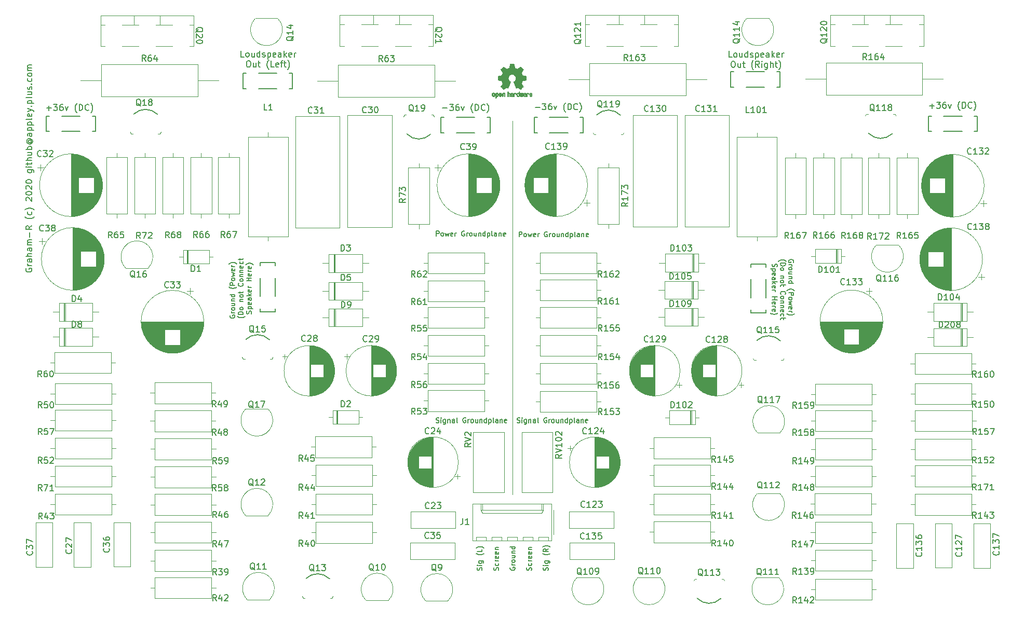
<source format=gbr>
G04 #@! TF.GenerationSoftware,KiCad,Pcbnew,5.1.5-1.fc31*
G04 #@! TF.CreationDate,2020-04-28T13:02:55+01:00*
G04 #@! TF.ProjectId,AR_A60_PA_25502_Issue8_v8.01_Stereo_Compact,41525f41-3630-45f5-9041-5f3235353032,rev?*
G04 #@! TF.SameCoordinates,Original*
G04 #@! TF.FileFunction,Legend,Top*
G04 #@! TF.FilePolarity,Positive*
%FSLAX46Y46*%
G04 Gerber Fmt 4.6, Leading zero omitted, Abs format (unit mm)*
G04 Created by KiCad (PCBNEW 5.1.5-1.fc31) date 2020-04-28 13:02:55*
%MOMM*%
%LPD*%
G04 APERTURE LIST*
%ADD10C,0.150000*%
%ADD11C,0.120000*%
%ADD12C,0.100000*%
%ADD13C,0.010000*%
G04 APERTURE END LIST*
D10*
X151757619Y-108235809D02*
X151871904Y-108273904D01*
X152062380Y-108273904D01*
X152138571Y-108235809D01*
X152176666Y-108197714D01*
X152214761Y-108121523D01*
X152214761Y-108045333D01*
X152176666Y-107969142D01*
X152138571Y-107931047D01*
X152062380Y-107892952D01*
X151910000Y-107854857D01*
X151833809Y-107816761D01*
X151795714Y-107778666D01*
X151757619Y-107702476D01*
X151757619Y-107626285D01*
X151795714Y-107550095D01*
X151833809Y-107512000D01*
X151910000Y-107473904D01*
X152100476Y-107473904D01*
X152214761Y-107512000D01*
X152557619Y-108273904D02*
X152557619Y-107740571D01*
X152557619Y-107473904D02*
X152519523Y-107512000D01*
X152557619Y-107550095D01*
X152595714Y-107512000D01*
X152557619Y-107473904D01*
X152557619Y-107550095D01*
X153281428Y-107740571D02*
X153281428Y-108388190D01*
X153243333Y-108464380D01*
X153205238Y-108502476D01*
X153129047Y-108540571D01*
X153014761Y-108540571D01*
X152938571Y-108502476D01*
X153281428Y-108235809D02*
X153205238Y-108273904D01*
X153052857Y-108273904D01*
X152976666Y-108235809D01*
X152938571Y-108197714D01*
X152900476Y-108121523D01*
X152900476Y-107892952D01*
X152938571Y-107816761D01*
X152976666Y-107778666D01*
X153052857Y-107740571D01*
X153205238Y-107740571D01*
X153281428Y-107778666D01*
X153662380Y-107740571D02*
X153662380Y-108273904D01*
X153662380Y-107816761D02*
X153700476Y-107778666D01*
X153776666Y-107740571D01*
X153890952Y-107740571D01*
X153967142Y-107778666D01*
X154005238Y-107854857D01*
X154005238Y-108273904D01*
X154729047Y-108273904D02*
X154729047Y-107854857D01*
X154690952Y-107778666D01*
X154614761Y-107740571D01*
X154462380Y-107740571D01*
X154386190Y-107778666D01*
X154729047Y-108235809D02*
X154652857Y-108273904D01*
X154462380Y-108273904D01*
X154386190Y-108235809D01*
X154348095Y-108159619D01*
X154348095Y-108083428D01*
X154386190Y-108007238D01*
X154462380Y-107969142D01*
X154652857Y-107969142D01*
X154729047Y-107931047D01*
X155224285Y-108273904D02*
X155148095Y-108235809D01*
X155110000Y-108159619D01*
X155110000Y-107473904D01*
X156557619Y-107512000D02*
X156481428Y-107473904D01*
X156367142Y-107473904D01*
X156252857Y-107512000D01*
X156176666Y-107588190D01*
X156138571Y-107664380D01*
X156100476Y-107816761D01*
X156100476Y-107931047D01*
X156138571Y-108083428D01*
X156176666Y-108159619D01*
X156252857Y-108235809D01*
X156367142Y-108273904D01*
X156443333Y-108273904D01*
X156557619Y-108235809D01*
X156595714Y-108197714D01*
X156595714Y-107931047D01*
X156443333Y-107931047D01*
X156938571Y-108273904D02*
X156938571Y-107740571D01*
X156938571Y-107892952D02*
X156976666Y-107816761D01*
X157014761Y-107778666D01*
X157090952Y-107740571D01*
X157167142Y-107740571D01*
X157548095Y-108273904D02*
X157471904Y-108235809D01*
X157433809Y-108197714D01*
X157395714Y-108121523D01*
X157395714Y-107892952D01*
X157433809Y-107816761D01*
X157471904Y-107778666D01*
X157548095Y-107740571D01*
X157662380Y-107740571D01*
X157738571Y-107778666D01*
X157776666Y-107816761D01*
X157814761Y-107892952D01*
X157814761Y-108121523D01*
X157776666Y-108197714D01*
X157738571Y-108235809D01*
X157662380Y-108273904D01*
X157548095Y-108273904D01*
X158500476Y-107740571D02*
X158500476Y-108273904D01*
X158157619Y-107740571D02*
X158157619Y-108159619D01*
X158195714Y-108235809D01*
X158271904Y-108273904D01*
X158386190Y-108273904D01*
X158462380Y-108235809D01*
X158500476Y-108197714D01*
X158881428Y-107740571D02*
X158881428Y-108273904D01*
X158881428Y-107816761D02*
X158919523Y-107778666D01*
X158995714Y-107740571D01*
X159110000Y-107740571D01*
X159186190Y-107778666D01*
X159224285Y-107854857D01*
X159224285Y-108273904D01*
X159948095Y-108273904D02*
X159948095Y-107473904D01*
X159948095Y-108235809D02*
X159871904Y-108273904D01*
X159719523Y-108273904D01*
X159643333Y-108235809D01*
X159605238Y-108197714D01*
X159567142Y-108121523D01*
X159567142Y-107892952D01*
X159605238Y-107816761D01*
X159643333Y-107778666D01*
X159719523Y-107740571D01*
X159871904Y-107740571D01*
X159948095Y-107778666D01*
X160329047Y-107740571D02*
X160329047Y-108540571D01*
X160329047Y-107778666D02*
X160405238Y-107740571D01*
X160557619Y-107740571D01*
X160633809Y-107778666D01*
X160671904Y-107816761D01*
X160710000Y-107892952D01*
X160710000Y-108121523D01*
X160671904Y-108197714D01*
X160633809Y-108235809D01*
X160557619Y-108273904D01*
X160405238Y-108273904D01*
X160329047Y-108235809D01*
X161167142Y-108273904D02*
X161090952Y-108235809D01*
X161052857Y-108159619D01*
X161052857Y-107473904D01*
X161814761Y-108273904D02*
X161814761Y-107854857D01*
X161776666Y-107778666D01*
X161700476Y-107740571D01*
X161548095Y-107740571D01*
X161471904Y-107778666D01*
X161814761Y-108235809D02*
X161738571Y-108273904D01*
X161548095Y-108273904D01*
X161471904Y-108235809D01*
X161433809Y-108159619D01*
X161433809Y-108083428D01*
X161471904Y-108007238D01*
X161548095Y-107969142D01*
X161738571Y-107969142D01*
X161814761Y-107931047D01*
X162195714Y-107740571D02*
X162195714Y-108273904D01*
X162195714Y-107816761D02*
X162233809Y-107778666D01*
X162310000Y-107740571D01*
X162424285Y-107740571D01*
X162500476Y-107778666D01*
X162538571Y-107854857D01*
X162538571Y-108273904D01*
X163224285Y-108235809D02*
X163148095Y-108273904D01*
X162995714Y-108273904D01*
X162919523Y-108235809D01*
X162881428Y-108159619D01*
X162881428Y-107854857D01*
X162919523Y-107778666D01*
X162995714Y-107740571D01*
X163148095Y-107740571D01*
X163224285Y-107778666D01*
X163262380Y-107854857D01*
X163262380Y-107931047D01*
X162881428Y-108007238D01*
X138590952Y-77823904D02*
X138590952Y-77023904D01*
X138895714Y-77023904D01*
X138971904Y-77062000D01*
X139010000Y-77100095D01*
X139048095Y-77176285D01*
X139048095Y-77290571D01*
X139010000Y-77366761D01*
X138971904Y-77404857D01*
X138895714Y-77442952D01*
X138590952Y-77442952D01*
X139505238Y-77823904D02*
X139429047Y-77785809D01*
X139390952Y-77747714D01*
X139352857Y-77671523D01*
X139352857Y-77442952D01*
X139390952Y-77366761D01*
X139429047Y-77328666D01*
X139505238Y-77290571D01*
X139619523Y-77290571D01*
X139695714Y-77328666D01*
X139733809Y-77366761D01*
X139771904Y-77442952D01*
X139771904Y-77671523D01*
X139733809Y-77747714D01*
X139695714Y-77785809D01*
X139619523Y-77823904D01*
X139505238Y-77823904D01*
X140038571Y-77290571D02*
X140190952Y-77823904D01*
X140343333Y-77442952D01*
X140495714Y-77823904D01*
X140648095Y-77290571D01*
X141257619Y-77785809D02*
X141181428Y-77823904D01*
X141029047Y-77823904D01*
X140952857Y-77785809D01*
X140914761Y-77709619D01*
X140914761Y-77404857D01*
X140952857Y-77328666D01*
X141029047Y-77290571D01*
X141181428Y-77290571D01*
X141257619Y-77328666D01*
X141295714Y-77404857D01*
X141295714Y-77481047D01*
X140914761Y-77557238D01*
X141638571Y-77823904D02*
X141638571Y-77290571D01*
X141638571Y-77442952D02*
X141676666Y-77366761D01*
X141714761Y-77328666D01*
X141790952Y-77290571D01*
X141867142Y-77290571D01*
X143162380Y-77062000D02*
X143086190Y-77023904D01*
X142971904Y-77023904D01*
X142857619Y-77062000D01*
X142781428Y-77138190D01*
X142743333Y-77214380D01*
X142705238Y-77366761D01*
X142705238Y-77481047D01*
X142743333Y-77633428D01*
X142781428Y-77709619D01*
X142857619Y-77785809D01*
X142971904Y-77823904D01*
X143048095Y-77823904D01*
X143162380Y-77785809D01*
X143200476Y-77747714D01*
X143200476Y-77481047D01*
X143048095Y-77481047D01*
X143543333Y-77823904D02*
X143543333Y-77290571D01*
X143543333Y-77442952D02*
X143581428Y-77366761D01*
X143619523Y-77328666D01*
X143695714Y-77290571D01*
X143771904Y-77290571D01*
X144152857Y-77823904D02*
X144076666Y-77785809D01*
X144038571Y-77747714D01*
X144000476Y-77671523D01*
X144000476Y-77442952D01*
X144038571Y-77366761D01*
X144076666Y-77328666D01*
X144152857Y-77290571D01*
X144267142Y-77290571D01*
X144343333Y-77328666D01*
X144381428Y-77366761D01*
X144419523Y-77442952D01*
X144419523Y-77671523D01*
X144381428Y-77747714D01*
X144343333Y-77785809D01*
X144267142Y-77823904D01*
X144152857Y-77823904D01*
X145105238Y-77290571D02*
X145105238Y-77823904D01*
X144762380Y-77290571D02*
X144762380Y-77709619D01*
X144800476Y-77785809D01*
X144876666Y-77823904D01*
X144990952Y-77823904D01*
X145067142Y-77785809D01*
X145105238Y-77747714D01*
X145486190Y-77290571D02*
X145486190Y-77823904D01*
X145486190Y-77366761D02*
X145524285Y-77328666D01*
X145600476Y-77290571D01*
X145714761Y-77290571D01*
X145790952Y-77328666D01*
X145829047Y-77404857D01*
X145829047Y-77823904D01*
X146552857Y-77823904D02*
X146552857Y-77023904D01*
X146552857Y-77785809D02*
X146476666Y-77823904D01*
X146324285Y-77823904D01*
X146248095Y-77785809D01*
X146210000Y-77747714D01*
X146171904Y-77671523D01*
X146171904Y-77442952D01*
X146210000Y-77366761D01*
X146248095Y-77328666D01*
X146324285Y-77290571D01*
X146476666Y-77290571D01*
X146552857Y-77328666D01*
X146933809Y-77290571D02*
X146933809Y-78090571D01*
X146933809Y-77328666D02*
X147010000Y-77290571D01*
X147162380Y-77290571D01*
X147238571Y-77328666D01*
X147276666Y-77366761D01*
X147314761Y-77442952D01*
X147314761Y-77671523D01*
X147276666Y-77747714D01*
X147238571Y-77785809D01*
X147162380Y-77823904D01*
X147010000Y-77823904D01*
X146933809Y-77785809D01*
X147771904Y-77823904D02*
X147695714Y-77785809D01*
X147657619Y-77709619D01*
X147657619Y-77023904D01*
X148419523Y-77823904D02*
X148419523Y-77404857D01*
X148381428Y-77328666D01*
X148305238Y-77290571D01*
X148152857Y-77290571D01*
X148076666Y-77328666D01*
X148419523Y-77785809D02*
X148343333Y-77823904D01*
X148152857Y-77823904D01*
X148076666Y-77785809D01*
X148038571Y-77709619D01*
X148038571Y-77633428D01*
X148076666Y-77557238D01*
X148152857Y-77519142D01*
X148343333Y-77519142D01*
X148419523Y-77481047D01*
X148800476Y-77290571D02*
X148800476Y-77823904D01*
X148800476Y-77366761D02*
X148838571Y-77328666D01*
X148914761Y-77290571D01*
X149029047Y-77290571D01*
X149105238Y-77328666D01*
X149143333Y-77404857D01*
X149143333Y-77823904D01*
X149829047Y-77785809D02*
X149752857Y-77823904D01*
X149600476Y-77823904D01*
X149524285Y-77785809D01*
X149486190Y-77709619D01*
X149486190Y-77404857D01*
X149524285Y-77328666D01*
X149600476Y-77290571D01*
X149752857Y-77290571D01*
X149829047Y-77328666D01*
X149867142Y-77404857D01*
X149867142Y-77481047D01*
X149486190Y-77557238D01*
X196810000Y-82112000D02*
X196848095Y-82035809D01*
X196848095Y-81921523D01*
X196810000Y-81807238D01*
X196733809Y-81731047D01*
X196657619Y-81692952D01*
X196505238Y-81654857D01*
X196390952Y-81654857D01*
X196238571Y-81692952D01*
X196162380Y-81731047D01*
X196086190Y-81807238D01*
X196048095Y-81921523D01*
X196048095Y-81997714D01*
X196086190Y-82112000D01*
X196124285Y-82150095D01*
X196390952Y-82150095D01*
X196390952Y-81997714D01*
X196048095Y-82492952D02*
X196581428Y-82492952D01*
X196429047Y-82492952D02*
X196505238Y-82531047D01*
X196543333Y-82569142D01*
X196581428Y-82645333D01*
X196581428Y-82721523D01*
X196048095Y-83102476D02*
X196086190Y-83026285D01*
X196124285Y-82988190D01*
X196200476Y-82950095D01*
X196429047Y-82950095D01*
X196505238Y-82988190D01*
X196543333Y-83026285D01*
X196581428Y-83102476D01*
X196581428Y-83216761D01*
X196543333Y-83292952D01*
X196505238Y-83331047D01*
X196429047Y-83369142D01*
X196200476Y-83369142D01*
X196124285Y-83331047D01*
X196086190Y-83292952D01*
X196048095Y-83216761D01*
X196048095Y-83102476D01*
X196581428Y-84054857D02*
X196048095Y-84054857D01*
X196581428Y-83712000D02*
X196162380Y-83712000D01*
X196086190Y-83750095D01*
X196048095Y-83826285D01*
X196048095Y-83940571D01*
X196086190Y-84016761D01*
X196124285Y-84054857D01*
X196581428Y-84435809D02*
X196048095Y-84435809D01*
X196505238Y-84435809D02*
X196543333Y-84473904D01*
X196581428Y-84550095D01*
X196581428Y-84664380D01*
X196543333Y-84740571D01*
X196467142Y-84778666D01*
X196048095Y-84778666D01*
X196048095Y-85502476D02*
X196848095Y-85502476D01*
X196086190Y-85502476D02*
X196048095Y-85426285D01*
X196048095Y-85273904D01*
X196086190Y-85197714D01*
X196124285Y-85159619D01*
X196200476Y-85121523D01*
X196429047Y-85121523D01*
X196505238Y-85159619D01*
X196543333Y-85197714D01*
X196581428Y-85273904D01*
X196581428Y-85426285D01*
X196543333Y-85502476D01*
X195743333Y-86721523D02*
X195781428Y-86683428D01*
X195895714Y-86607238D01*
X195971904Y-86569142D01*
X196086190Y-86531047D01*
X196276666Y-86492952D01*
X196429047Y-86492952D01*
X196619523Y-86531047D01*
X196733809Y-86569142D01*
X196810000Y-86607238D01*
X196924285Y-86683428D01*
X196962380Y-86721523D01*
X196048095Y-87026285D02*
X196848095Y-87026285D01*
X196848095Y-87331047D01*
X196810000Y-87407238D01*
X196771904Y-87445333D01*
X196695714Y-87483428D01*
X196581428Y-87483428D01*
X196505238Y-87445333D01*
X196467142Y-87407238D01*
X196429047Y-87331047D01*
X196429047Y-87026285D01*
X196048095Y-87940571D02*
X196086190Y-87864380D01*
X196124285Y-87826285D01*
X196200476Y-87788190D01*
X196429047Y-87788190D01*
X196505238Y-87826285D01*
X196543333Y-87864380D01*
X196581428Y-87940571D01*
X196581428Y-88054857D01*
X196543333Y-88131047D01*
X196505238Y-88169142D01*
X196429047Y-88207238D01*
X196200476Y-88207238D01*
X196124285Y-88169142D01*
X196086190Y-88131047D01*
X196048095Y-88054857D01*
X196048095Y-87940571D01*
X196581428Y-88473904D02*
X196048095Y-88626285D01*
X196429047Y-88778666D01*
X196048095Y-88931047D01*
X196581428Y-89083428D01*
X196086190Y-89692952D02*
X196048095Y-89616761D01*
X196048095Y-89464380D01*
X196086190Y-89388190D01*
X196162380Y-89350095D01*
X196467142Y-89350095D01*
X196543333Y-89388190D01*
X196581428Y-89464380D01*
X196581428Y-89616761D01*
X196543333Y-89692952D01*
X196467142Y-89731047D01*
X196390952Y-89731047D01*
X196314761Y-89350095D01*
X196048095Y-90073904D02*
X196581428Y-90073904D01*
X196429047Y-90073904D02*
X196505238Y-90112000D01*
X196543333Y-90150095D01*
X196581428Y-90226285D01*
X196581428Y-90302476D01*
X195743333Y-90492952D02*
X195781428Y-90531047D01*
X195895714Y-90607238D01*
X195971904Y-90645333D01*
X196086190Y-90683428D01*
X196276666Y-90721523D01*
X196429047Y-90721523D01*
X196619523Y-90683428D01*
X196733809Y-90645333D01*
X196810000Y-90607238D01*
X196924285Y-90531047D01*
X196962380Y-90492952D01*
X194393333Y-81940571D02*
X194431428Y-81902476D01*
X194545714Y-81826285D01*
X194621904Y-81788190D01*
X194736190Y-81750095D01*
X194926666Y-81712000D01*
X195079047Y-81712000D01*
X195269523Y-81750095D01*
X195383809Y-81788190D01*
X195460000Y-81826285D01*
X195574285Y-81902476D01*
X195612380Y-81940571D01*
X194698095Y-82245333D02*
X195498095Y-82245333D01*
X195498095Y-82435809D01*
X195460000Y-82550095D01*
X195383809Y-82626285D01*
X195307619Y-82664380D01*
X195155238Y-82702476D01*
X195040952Y-82702476D01*
X194888571Y-82664380D01*
X194812380Y-82626285D01*
X194736190Y-82550095D01*
X194698095Y-82435809D01*
X194698095Y-82245333D01*
X194698095Y-83159619D02*
X194736190Y-83083428D01*
X194774285Y-83045333D01*
X194850476Y-83007238D01*
X195079047Y-83007238D01*
X195155238Y-83045333D01*
X195193333Y-83083428D01*
X195231428Y-83159619D01*
X195231428Y-83273904D01*
X195193333Y-83350095D01*
X195155238Y-83388190D01*
X195079047Y-83426285D01*
X194850476Y-83426285D01*
X194774285Y-83388190D01*
X194736190Y-83350095D01*
X194698095Y-83273904D01*
X194698095Y-83159619D01*
X195231428Y-84378666D02*
X194698095Y-84378666D01*
X195155238Y-84378666D02*
X195193333Y-84416761D01*
X195231428Y-84492952D01*
X195231428Y-84607238D01*
X195193333Y-84683428D01*
X195117142Y-84721523D01*
X194698095Y-84721523D01*
X194698095Y-85216761D02*
X194736190Y-85140571D01*
X194774285Y-85102476D01*
X194850476Y-85064380D01*
X195079047Y-85064380D01*
X195155238Y-85102476D01*
X195193333Y-85140571D01*
X195231428Y-85216761D01*
X195231428Y-85331047D01*
X195193333Y-85407238D01*
X195155238Y-85445333D01*
X195079047Y-85483428D01*
X194850476Y-85483428D01*
X194774285Y-85445333D01*
X194736190Y-85407238D01*
X194698095Y-85331047D01*
X194698095Y-85216761D01*
X195231428Y-85712000D02*
X195231428Y-86016761D01*
X195498095Y-85826285D02*
X194812380Y-85826285D01*
X194736190Y-85864380D01*
X194698095Y-85940571D01*
X194698095Y-86016761D01*
X194774285Y-87350095D02*
X194736190Y-87312000D01*
X194698095Y-87197714D01*
X194698095Y-87121523D01*
X194736190Y-87007238D01*
X194812380Y-86931047D01*
X194888571Y-86892952D01*
X195040952Y-86854857D01*
X195155238Y-86854857D01*
X195307619Y-86892952D01*
X195383809Y-86931047D01*
X195460000Y-87007238D01*
X195498095Y-87121523D01*
X195498095Y-87197714D01*
X195460000Y-87312000D01*
X195421904Y-87350095D01*
X194698095Y-87807238D02*
X194736190Y-87731047D01*
X194774285Y-87692952D01*
X194850476Y-87654857D01*
X195079047Y-87654857D01*
X195155238Y-87692952D01*
X195193333Y-87731047D01*
X195231428Y-87807238D01*
X195231428Y-87921523D01*
X195193333Y-87997714D01*
X195155238Y-88035809D01*
X195079047Y-88073904D01*
X194850476Y-88073904D01*
X194774285Y-88035809D01*
X194736190Y-87997714D01*
X194698095Y-87921523D01*
X194698095Y-87807238D01*
X195231428Y-88416761D02*
X194698095Y-88416761D01*
X195155238Y-88416761D02*
X195193333Y-88454857D01*
X195231428Y-88531047D01*
X195231428Y-88645333D01*
X195193333Y-88721523D01*
X195117142Y-88759619D01*
X194698095Y-88759619D01*
X195231428Y-89140571D02*
X194698095Y-89140571D01*
X195155238Y-89140571D02*
X195193333Y-89178666D01*
X195231428Y-89254857D01*
X195231428Y-89369142D01*
X195193333Y-89445333D01*
X195117142Y-89483428D01*
X194698095Y-89483428D01*
X194736190Y-90169142D02*
X194698095Y-90092952D01*
X194698095Y-89940571D01*
X194736190Y-89864380D01*
X194812380Y-89826285D01*
X195117142Y-89826285D01*
X195193333Y-89864380D01*
X195231428Y-89940571D01*
X195231428Y-90092952D01*
X195193333Y-90169142D01*
X195117142Y-90207238D01*
X195040952Y-90207238D01*
X194964761Y-89826285D01*
X194736190Y-90892952D02*
X194698095Y-90816761D01*
X194698095Y-90664380D01*
X194736190Y-90588190D01*
X194774285Y-90550095D01*
X194850476Y-90512000D01*
X195079047Y-90512000D01*
X195155238Y-90550095D01*
X195193333Y-90588190D01*
X195231428Y-90664380D01*
X195231428Y-90816761D01*
X195193333Y-90892952D01*
X195231428Y-91121523D02*
X195231428Y-91426285D01*
X195498095Y-91235809D02*
X194812380Y-91235809D01*
X194736190Y-91273904D01*
X194698095Y-91350095D01*
X194698095Y-91426285D01*
X193386190Y-82378666D02*
X193348095Y-82492952D01*
X193348095Y-82683428D01*
X193386190Y-82759619D01*
X193424285Y-82797714D01*
X193500476Y-82835809D01*
X193576666Y-82835809D01*
X193652857Y-82797714D01*
X193690952Y-82759619D01*
X193729047Y-82683428D01*
X193767142Y-82531047D01*
X193805238Y-82454857D01*
X193843333Y-82416761D01*
X193919523Y-82378666D01*
X193995714Y-82378666D01*
X194071904Y-82416761D01*
X194110000Y-82454857D01*
X194148095Y-82531047D01*
X194148095Y-82721523D01*
X194110000Y-82835809D01*
X193881428Y-83178666D02*
X193081428Y-83178666D01*
X193843333Y-83178666D02*
X193881428Y-83254857D01*
X193881428Y-83407238D01*
X193843333Y-83483428D01*
X193805238Y-83521523D01*
X193729047Y-83559619D01*
X193500476Y-83559619D01*
X193424285Y-83521523D01*
X193386190Y-83483428D01*
X193348095Y-83407238D01*
X193348095Y-83254857D01*
X193386190Y-83178666D01*
X193386190Y-84207238D02*
X193348095Y-84131047D01*
X193348095Y-83978666D01*
X193386190Y-83902476D01*
X193462380Y-83864380D01*
X193767142Y-83864380D01*
X193843333Y-83902476D01*
X193881428Y-83978666D01*
X193881428Y-84131047D01*
X193843333Y-84207238D01*
X193767142Y-84245333D01*
X193690952Y-84245333D01*
X193614761Y-83864380D01*
X193348095Y-84931047D02*
X193767142Y-84931047D01*
X193843333Y-84892952D01*
X193881428Y-84816761D01*
X193881428Y-84664380D01*
X193843333Y-84588190D01*
X193386190Y-84931047D02*
X193348095Y-84854857D01*
X193348095Y-84664380D01*
X193386190Y-84588190D01*
X193462380Y-84550095D01*
X193538571Y-84550095D01*
X193614761Y-84588190D01*
X193652857Y-84664380D01*
X193652857Y-84854857D01*
X193690952Y-84931047D01*
X193348095Y-85312000D02*
X194148095Y-85312000D01*
X193652857Y-85388190D02*
X193348095Y-85616761D01*
X193881428Y-85616761D02*
X193576666Y-85312000D01*
X193386190Y-86264380D02*
X193348095Y-86188190D01*
X193348095Y-86035809D01*
X193386190Y-85959619D01*
X193462380Y-85921523D01*
X193767142Y-85921523D01*
X193843333Y-85959619D01*
X193881428Y-86035809D01*
X193881428Y-86188190D01*
X193843333Y-86264380D01*
X193767142Y-86302476D01*
X193690952Y-86302476D01*
X193614761Y-85921523D01*
X193348095Y-86645333D02*
X193881428Y-86645333D01*
X193729047Y-86645333D02*
X193805238Y-86683428D01*
X193843333Y-86721523D01*
X193881428Y-86797714D01*
X193881428Y-86873904D01*
X193348095Y-87750095D02*
X194148095Y-87750095D01*
X193767142Y-87750095D02*
X193767142Y-88207238D01*
X193348095Y-88207238D02*
X194148095Y-88207238D01*
X193386190Y-88892952D02*
X193348095Y-88816761D01*
X193348095Y-88664380D01*
X193386190Y-88588190D01*
X193462380Y-88550095D01*
X193767142Y-88550095D01*
X193843333Y-88588190D01*
X193881428Y-88664380D01*
X193881428Y-88816761D01*
X193843333Y-88892952D01*
X193767142Y-88931047D01*
X193690952Y-88931047D01*
X193614761Y-88550095D01*
X193348095Y-89273904D02*
X193881428Y-89273904D01*
X193729047Y-89273904D02*
X193805238Y-89312000D01*
X193843333Y-89350095D01*
X193881428Y-89426285D01*
X193881428Y-89502476D01*
X193386190Y-90073904D02*
X193348095Y-89997714D01*
X193348095Y-89845333D01*
X193386190Y-89769142D01*
X193462380Y-89731047D01*
X193767142Y-89731047D01*
X193843333Y-89769142D01*
X193881428Y-89845333D01*
X193881428Y-89997714D01*
X193843333Y-90073904D01*
X193767142Y-90112000D01*
X193690952Y-90112000D01*
X193614761Y-89731047D01*
X193043333Y-90378666D02*
X193081428Y-90416761D01*
X193195714Y-90492952D01*
X193271904Y-90531047D01*
X193386190Y-90569142D01*
X193576666Y-90607238D01*
X193729047Y-90607238D01*
X193919523Y-90569142D01*
X194033809Y-90531047D01*
X194110000Y-90492952D01*
X194224285Y-90416761D01*
X194262380Y-90378666D01*
X75021295Y-56952228D02*
X75783200Y-56952228D01*
X75402247Y-57333180D02*
X75402247Y-56571276D01*
X76164152Y-56333180D02*
X76783200Y-56333180D01*
X76449866Y-56714133D01*
X76592723Y-56714133D01*
X76687961Y-56761752D01*
X76735580Y-56809371D01*
X76783200Y-56904609D01*
X76783200Y-57142704D01*
X76735580Y-57237942D01*
X76687961Y-57285561D01*
X76592723Y-57333180D01*
X76307009Y-57333180D01*
X76211771Y-57285561D01*
X76164152Y-57237942D01*
X77640342Y-56333180D02*
X77449866Y-56333180D01*
X77354628Y-56380800D01*
X77307009Y-56428419D01*
X77211771Y-56571276D01*
X77164152Y-56761752D01*
X77164152Y-57142704D01*
X77211771Y-57237942D01*
X77259390Y-57285561D01*
X77354628Y-57333180D01*
X77545104Y-57333180D01*
X77640342Y-57285561D01*
X77687961Y-57237942D01*
X77735580Y-57142704D01*
X77735580Y-56904609D01*
X77687961Y-56809371D01*
X77640342Y-56761752D01*
X77545104Y-56714133D01*
X77354628Y-56714133D01*
X77259390Y-56761752D01*
X77211771Y-56809371D01*
X77164152Y-56904609D01*
X78068914Y-56666514D02*
X78307009Y-57333180D01*
X78545104Y-56666514D01*
X79973676Y-57714133D02*
X79926057Y-57666514D01*
X79830819Y-57523657D01*
X79783200Y-57428419D01*
X79735580Y-57285561D01*
X79687961Y-57047466D01*
X79687961Y-56856990D01*
X79735580Y-56618895D01*
X79783200Y-56476038D01*
X79830819Y-56380800D01*
X79926057Y-56237942D01*
X79973676Y-56190323D01*
X80354628Y-57333180D02*
X80354628Y-56333180D01*
X80592723Y-56333180D01*
X80735580Y-56380800D01*
X80830819Y-56476038D01*
X80878438Y-56571276D01*
X80926057Y-56761752D01*
X80926057Y-56904609D01*
X80878438Y-57095085D01*
X80830819Y-57190323D01*
X80735580Y-57285561D01*
X80592723Y-57333180D01*
X80354628Y-57333180D01*
X81926057Y-57237942D02*
X81878438Y-57285561D01*
X81735580Y-57333180D01*
X81640342Y-57333180D01*
X81497485Y-57285561D01*
X81402247Y-57190323D01*
X81354628Y-57095085D01*
X81307009Y-56904609D01*
X81307009Y-56761752D01*
X81354628Y-56571276D01*
X81402247Y-56476038D01*
X81497485Y-56380800D01*
X81640342Y-56333180D01*
X81735580Y-56333180D01*
X81878438Y-56380800D01*
X81926057Y-56428419D01*
X82259390Y-57714133D02*
X82307009Y-57666514D01*
X82402247Y-57523657D01*
X82449866Y-57428419D01*
X82497485Y-57285561D01*
X82545104Y-57047466D01*
X82545104Y-56856990D01*
X82497485Y-56618895D01*
X82449866Y-56476038D01*
X82402247Y-56380800D01*
X82307009Y-56237942D01*
X82259390Y-56190323D01*
X139598095Y-56952228D02*
X140360000Y-56952228D01*
X140740952Y-56333180D02*
X141360000Y-56333180D01*
X141026666Y-56714133D01*
X141169523Y-56714133D01*
X141264761Y-56761752D01*
X141312380Y-56809371D01*
X141360000Y-56904609D01*
X141360000Y-57142704D01*
X141312380Y-57237942D01*
X141264761Y-57285561D01*
X141169523Y-57333180D01*
X140883809Y-57333180D01*
X140788571Y-57285561D01*
X140740952Y-57237942D01*
X142217142Y-56333180D02*
X142026666Y-56333180D01*
X141931428Y-56380800D01*
X141883809Y-56428419D01*
X141788571Y-56571276D01*
X141740952Y-56761752D01*
X141740952Y-57142704D01*
X141788571Y-57237942D01*
X141836190Y-57285561D01*
X141931428Y-57333180D01*
X142121904Y-57333180D01*
X142217142Y-57285561D01*
X142264761Y-57237942D01*
X142312380Y-57142704D01*
X142312380Y-56904609D01*
X142264761Y-56809371D01*
X142217142Y-56761752D01*
X142121904Y-56714133D01*
X141931428Y-56714133D01*
X141836190Y-56761752D01*
X141788571Y-56809371D01*
X141740952Y-56904609D01*
X142645714Y-56666514D02*
X142883809Y-57333180D01*
X143121904Y-56666514D01*
X144550476Y-57714133D02*
X144502857Y-57666514D01*
X144407619Y-57523657D01*
X144360000Y-57428419D01*
X144312380Y-57285561D01*
X144264761Y-57047466D01*
X144264761Y-56856990D01*
X144312380Y-56618895D01*
X144360000Y-56476038D01*
X144407619Y-56380800D01*
X144502857Y-56237942D01*
X144550476Y-56190323D01*
X144931428Y-57333180D02*
X144931428Y-56333180D01*
X145169523Y-56333180D01*
X145312380Y-56380800D01*
X145407619Y-56476038D01*
X145455238Y-56571276D01*
X145502857Y-56761752D01*
X145502857Y-56904609D01*
X145455238Y-57095085D01*
X145407619Y-57190323D01*
X145312380Y-57285561D01*
X145169523Y-57333180D01*
X144931428Y-57333180D01*
X146502857Y-57237942D02*
X146455238Y-57285561D01*
X146312380Y-57333180D01*
X146217142Y-57333180D01*
X146074285Y-57285561D01*
X145979047Y-57190323D01*
X145931428Y-57095085D01*
X145883809Y-56904609D01*
X145883809Y-56761752D01*
X145931428Y-56571276D01*
X145979047Y-56476038D01*
X146074285Y-56380800D01*
X146217142Y-56333180D01*
X146312380Y-56333180D01*
X146455238Y-56380800D01*
X146502857Y-56428419D01*
X146836190Y-57714133D02*
X146883809Y-57666514D01*
X146979047Y-57523657D01*
X147026666Y-57428419D01*
X147074285Y-57285561D01*
X147121904Y-57047466D01*
X147121904Y-56856990D01*
X147074285Y-56618895D01*
X147026666Y-56476038D01*
X146979047Y-56380800D01*
X146883809Y-56237942D01*
X146836190Y-56190323D01*
D11*
X150970000Y-59000000D02*
X150970000Y-120000000D01*
D10*
X145983809Y-132362119D02*
X146021904Y-132247833D01*
X146021904Y-132057357D01*
X145983809Y-131981166D01*
X145945714Y-131943071D01*
X145869523Y-131904976D01*
X145793333Y-131904976D01*
X145717142Y-131943071D01*
X145679047Y-131981166D01*
X145640952Y-132057357D01*
X145602857Y-132209738D01*
X145564761Y-132285928D01*
X145526666Y-132324023D01*
X145450476Y-132362119D01*
X145374285Y-132362119D01*
X145298095Y-132324023D01*
X145260000Y-132285928D01*
X145221904Y-132209738D01*
X145221904Y-132019261D01*
X145260000Y-131904976D01*
X146021904Y-131562119D02*
X145488571Y-131562119D01*
X145221904Y-131562119D02*
X145260000Y-131600214D01*
X145298095Y-131562119D01*
X145260000Y-131524023D01*
X145221904Y-131562119D01*
X145298095Y-131562119D01*
X145488571Y-130838309D02*
X146136190Y-130838309D01*
X146212380Y-130876404D01*
X146250476Y-130914500D01*
X146288571Y-130990690D01*
X146288571Y-131104976D01*
X146250476Y-131181166D01*
X145983809Y-130838309D02*
X146021904Y-130914500D01*
X146021904Y-131066880D01*
X145983809Y-131143071D01*
X145945714Y-131181166D01*
X145869523Y-131219261D01*
X145640952Y-131219261D01*
X145564761Y-131181166D01*
X145526666Y-131143071D01*
X145488571Y-131066880D01*
X145488571Y-130914500D01*
X145526666Y-130838309D01*
X146326666Y-129619261D02*
X146288571Y-129657357D01*
X146174285Y-129733547D01*
X146098095Y-129771642D01*
X145983809Y-129809738D01*
X145793333Y-129847833D01*
X145640952Y-129847833D01*
X145450476Y-129809738D01*
X145336190Y-129771642D01*
X145260000Y-129733547D01*
X145145714Y-129657357D01*
X145107619Y-129619261D01*
X146021904Y-128933547D02*
X146021904Y-129314500D01*
X145221904Y-129314500D01*
X146326666Y-128743071D02*
X146288571Y-128704976D01*
X146174285Y-128628785D01*
X146098095Y-128590690D01*
X145983809Y-128552595D01*
X145793333Y-128514500D01*
X145640952Y-128514500D01*
X145450476Y-128552595D01*
X145336190Y-128590690D01*
X145260000Y-128628785D01*
X145145714Y-128704976D01*
X145107619Y-128743071D01*
X148683809Y-132362119D02*
X148721904Y-132247833D01*
X148721904Y-132057357D01*
X148683809Y-131981166D01*
X148645714Y-131943071D01*
X148569523Y-131904976D01*
X148493333Y-131904976D01*
X148417142Y-131943071D01*
X148379047Y-131981166D01*
X148340952Y-132057357D01*
X148302857Y-132209738D01*
X148264761Y-132285928D01*
X148226666Y-132324023D01*
X148150476Y-132362119D01*
X148074285Y-132362119D01*
X147998095Y-132324023D01*
X147960000Y-132285928D01*
X147921904Y-132209738D01*
X147921904Y-132019261D01*
X147960000Y-131904976D01*
X148683809Y-131219261D02*
X148721904Y-131295452D01*
X148721904Y-131447833D01*
X148683809Y-131524023D01*
X148645714Y-131562119D01*
X148569523Y-131600214D01*
X148340952Y-131600214D01*
X148264761Y-131562119D01*
X148226666Y-131524023D01*
X148188571Y-131447833D01*
X148188571Y-131295452D01*
X148226666Y-131219261D01*
X148721904Y-130876404D02*
X148188571Y-130876404D01*
X148340952Y-130876404D02*
X148264761Y-130838309D01*
X148226666Y-130800214D01*
X148188571Y-130724023D01*
X148188571Y-130647833D01*
X148683809Y-130076404D02*
X148721904Y-130152595D01*
X148721904Y-130304976D01*
X148683809Y-130381166D01*
X148607619Y-130419261D01*
X148302857Y-130419261D01*
X148226666Y-130381166D01*
X148188571Y-130304976D01*
X148188571Y-130152595D01*
X148226666Y-130076404D01*
X148302857Y-130038309D01*
X148379047Y-130038309D01*
X148455238Y-130419261D01*
X148683809Y-129390690D02*
X148721904Y-129466880D01*
X148721904Y-129619261D01*
X148683809Y-129695452D01*
X148607619Y-129733547D01*
X148302857Y-129733547D01*
X148226666Y-129695452D01*
X148188571Y-129619261D01*
X148188571Y-129466880D01*
X148226666Y-129390690D01*
X148302857Y-129352595D01*
X148379047Y-129352595D01*
X148455238Y-129733547D01*
X148188571Y-129009738D02*
X148721904Y-129009738D01*
X148264761Y-129009738D02*
X148226666Y-128971642D01*
X148188571Y-128895452D01*
X148188571Y-128781166D01*
X148226666Y-128704976D01*
X148302857Y-128666880D01*
X148721904Y-128666880D01*
X150660000Y-131904976D02*
X150621904Y-131981166D01*
X150621904Y-132095452D01*
X150660000Y-132209738D01*
X150736190Y-132285928D01*
X150812380Y-132324023D01*
X150964761Y-132362119D01*
X151079047Y-132362119D01*
X151231428Y-132324023D01*
X151307619Y-132285928D01*
X151383809Y-132209738D01*
X151421904Y-132095452D01*
X151421904Y-132019261D01*
X151383809Y-131904976D01*
X151345714Y-131866880D01*
X151079047Y-131866880D01*
X151079047Y-132019261D01*
X151421904Y-131524023D02*
X150888571Y-131524023D01*
X151040952Y-131524023D02*
X150964761Y-131485928D01*
X150926666Y-131447833D01*
X150888571Y-131371642D01*
X150888571Y-131295452D01*
X151421904Y-130914500D02*
X151383809Y-130990690D01*
X151345714Y-131028785D01*
X151269523Y-131066880D01*
X151040952Y-131066880D01*
X150964761Y-131028785D01*
X150926666Y-130990690D01*
X150888571Y-130914500D01*
X150888571Y-130800214D01*
X150926666Y-130724023D01*
X150964761Y-130685928D01*
X151040952Y-130647833D01*
X151269523Y-130647833D01*
X151345714Y-130685928D01*
X151383809Y-130724023D01*
X151421904Y-130800214D01*
X151421904Y-130914500D01*
X150888571Y-129962119D02*
X151421904Y-129962119D01*
X150888571Y-130304976D02*
X151307619Y-130304976D01*
X151383809Y-130266880D01*
X151421904Y-130190690D01*
X151421904Y-130076404D01*
X151383809Y-130000214D01*
X151345714Y-129962119D01*
X150888571Y-129581166D02*
X151421904Y-129581166D01*
X150964761Y-129581166D02*
X150926666Y-129543071D01*
X150888571Y-129466880D01*
X150888571Y-129352595D01*
X150926666Y-129276404D01*
X151002857Y-129238309D01*
X151421904Y-129238309D01*
X151421904Y-128514500D02*
X150621904Y-128514500D01*
X151383809Y-128514500D02*
X151421904Y-128590690D01*
X151421904Y-128743071D01*
X151383809Y-128819261D01*
X151345714Y-128857357D01*
X151269523Y-128895452D01*
X151040952Y-128895452D01*
X150964761Y-128857357D01*
X150926666Y-128819261D01*
X150888571Y-128743071D01*
X150888571Y-128590690D01*
X150926666Y-128514500D01*
X154083809Y-132362119D02*
X154121904Y-132247833D01*
X154121904Y-132057357D01*
X154083809Y-131981166D01*
X154045714Y-131943071D01*
X153969523Y-131904976D01*
X153893333Y-131904976D01*
X153817142Y-131943071D01*
X153779047Y-131981166D01*
X153740952Y-132057357D01*
X153702857Y-132209738D01*
X153664761Y-132285928D01*
X153626666Y-132324023D01*
X153550476Y-132362119D01*
X153474285Y-132362119D01*
X153398095Y-132324023D01*
X153360000Y-132285928D01*
X153321904Y-132209738D01*
X153321904Y-132019261D01*
X153360000Y-131904976D01*
X154083809Y-131219261D02*
X154121904Y-131295452D01*
X154121904Y-131447833D01*
X154083809Y-131524023D01*
X154045714Y-131562119D01*
X153969523Y-131600214D01*
X153740952Y-131600214D01*
X153664761Y-131562119D01*
X153626666Y-131524023D01*
X153588571Y-131447833D01*
X153588571Y-131295452D01*
X153626666Y-131219261D01*
X154121904Y-130876404D02*
X153588571Y-130876404D01*
X153740952Y-130876404D02*
X153664761Y-130838309D01*
X153626666Y-130800214D01*
X153588571Y-130724023D01*
X153588571Y-130647833D01*
X154083809Y-130076404D02*
X154121904Y-130152595D01*
X154121904Y-130304976D01*
X154083809Y-130381166D01*
X154007619Y-130419261D01*
X153702857Y-130419261D01*
X153626666Y-130381166D01*
X153588571Y-130304976D01*
X153588571Y-130152595D01*
X153626666Y-130076404D01*
X153702857Y-130038309D01*
X153779047Y-130038309D01*
X153855238Y-130419261D01*
X154083809Y-129390690D02*
X154121904Y-129466880D01*
X154121904Y-129619261D01*
X154083809Y-129695452D01*
X154007619Y-129733547D01*
X153702857Y-129733547D01*
X153626666Y-129695452D01*
X153588571Y-129619261D01*
X153588571Y-129466880D01*
X153626666Y-129390690D01*
X153702857Y-129352595D01*
X153779047Y-129352595D01*
X153855238Y-129733547D01*
X153588571Y-129009738D02*
X154121904Y-129009738D01*
X153664761Y-129009738D02*
X153626666Y-128971642D01*
X153588571Y-128895452D01*
X153588571Y-128781166D01*
X153626666Y-128704976D01*
X153702857Y-128666880D01*
X154121904Y-128666880D01*
X156783809Y-132362119D02*
X156821904Y-132247833D01*
X156821904Y-132057357D01*
X156783809Y-131981166D01*
X156745714Y-131943071D01*
X156669523Y-131904976D01*
X156593333Y-131904976D01*
X156517142Y-131943071D01*
X156479047Y-131981166D01*
X156440952Y-132057357D01*
X156402857Y-132209738D01*
X156364761Y-132285928D01*
X156326666Y-132324023D01*
X156250476Y-132362119D01*
X156174285Y-132362119D01*
X156098095Y-132324023D01*
X156060000Y-132285928D01*
X156021904Y-132209738D01*
X156021904Y-132019261D01*
X156060000Y-131904976D01*
X156821904Y-131562119D02*
X156288571Y-131562119D01*
X156021904Y-131562119D02*
X156060000Y-131600214D01*
X156098095Y-131562119D01*
X156060000Y-131524023D01*
X156021904Y-131562119D01*
X156098095Y-131562119D01*
X156288571Y-130838309D02*
X156936190Y-130838309D01*
X157012380Y-130876404D01*
X157050476Y-130914500D01*
X157088571Y-130990690D01*
X157088571Y-131104976D01*
X157050476Y-131181166D01*
X156783809Y-130838309D02*
X156821904Y-130914500D01*
X156821904Y-131066880D01*
X156783809Y-131143071D01*
X156745714Y-131181166D01*
X156669523Y-131219261D01*
X156440952Y-131219261D01*
X156364761Y-131181166D01*
X156326666Y-131143071D01*
X156288571Y-131066880D01*
X156288571Y-130914500D01*
X156326666Y-130838309D01*
X157126666Y-129619261D02*
X157088571Y-129657357D01*
X156974285Y-129733547D01*
X156898095Y-129771642D01*
X156783809Y-129809738D01*
X156593333Y-129847833D01*
X156440952Y-129847833D01*
X156250476Y-129809738D01*
X156136190Y-129771642D01*
X156060000Y-129733547D01*
X155945714Y-129657357D01*
X155907619Y-129619261D01*
X156821904Y-128857357D02*
X156440952Y-129124023D01*
X156821904Y-129314500D02*
X156021904Y-129314500D01*
X156021904Y-129009738D01*
X156060000Y-128933547D01*
X156098095Y-128895452D01*
X156174285Y-128857357D01*
X156288571Y-128857357D01*
X156364761Y-128895452D01*
X156402857Y-128933547D01*
X156440952Y-129009738D01*
X156440952Y-129314500D01*
X157126666Y-128590690D02*
X157088571Y-128552595D01*
X156974285Y-128476404D01*
X156898095Y-128438309D01*
X156783809Y-128400214D01*
X156593333Y-128362119D01*
X156440952Y-128362119D01*
X156250476Y-128400214D01*
X156136190Y-128438309D01*
X156060000Y-128476404D01*
X155945714Y-128552595D01*
X155907619Y-128590690D01*
X71679200Y-83123195D02*
X71631580Y-83218433D01*
X71631580Y-83361290D01*
X71679200Y-83504147D01*
X71774438Y-83599385D01*
X71869676Y-83647004D01*
X72060152Y-83694623D01*
X72203009Y-83694623D01*
X72393485Y-83647004D01*
X72488723Y-83599385D01*
X72583961Y-83504147D01*
X72631580Y-83361290D01*
X72631580Y-83266052D01*
X72583961Y-83123195D01*
X72536342Y-83075576D01*
X72203009Y-83075576D01*
X72203009Y-83266052D01*
X72631580Y-82647004D02*
X71964914Y-82647004D01*
X72155390Y-82647004D02*
X72060152Y-82599385D01*
X72012533Y-82551766D01*
X71964914Y-82456528D01*
X71964914Y-82361290D01*
X72631580Y-81599385D02*
X72107771Y-81599385D01*
X72012533Y-81647004D01*
X71964914Y-81742242D01*
X71964914Y-81932719D01*
X72012533Y-82027957D01*
X72583961Y-81599385D02*
X72631580Y-81694623D01*
X72631580Y-81932719D01*
X72583961Y-82027957D01*
X72488723Y-82075576D01*
X72393485Y-82075576D01*
X72298247Y-82027957D01*
X72250628Y-81932719D01*
X72250628Y-81694623D01*
X72203009Y-81599385D01*
X72631580Y-81123195D02*
X71631580Y-81123195D01*
X72631580Y-80694623D02*
X72107771Y-80694623D01*
X72012533Y-80742242D01*
X71964914Y-80837480D01*
X71964914Y-80980338D01*
X72012533Y-81075576D01*
X72060152Y-81123195D01*
X72631580Y-79789861D02*
X72107771Y-79789861D01*
X72012533Y-79837480D01*
X71964914Y-79932719D01*
X71964914Y-80123195D01*
X72012533Y-80218433D01*
X72583961Y-79789861D02*
X72631580Y-79885100D01*
X72631580Y-80123195D01*
X72583961Y-80218433D01*
X72488723Y-80266052D01*
X72393485Y-80266052D01*
X72298247Y-80218433D01*
X72250628Y-80123195D01*
X72250628Y-79885100D01*
X72203009Y-79789861D01*
X72631580Y-79313671D02*
X71964914Y-79313671D01*
X72060152Y-79313671D02*
X72012533Y-79266052D01*
X71964914Y-79170814D01*
X71964914Y-79027957D01*
X72012533Y-78932719D01*
X72107771Y-78885100D01*
X72631580Y-78885100D01*
X72107771Y-78885100D02*
X72012533Y-78837480D01*
X71964914Y-78742242D01*
X71964914Y-78599385D01*
X72012533Y-78504147D01*
X72107771Y-78456528D01*
X72631580Y-78456528D01*
X72250628Y-77980338D02*
X72250628Y-77218433D01*
X72631580Y-76170814D02*
X72155390Y-76504147D01*
X72631580Y-76742242D02*
X71631580Y-76742242D01*
X71631580Y-76361290D01*
X71679200Y-76266052D01*
X71726819Y-76218433D01*
X71822057Y-76170814D01*
X71964914Y-76170814D01*
X72060152Y-76218433D01*
X72107771Y-76266052D01*
X72155390Y-76361290D01*
X72155390Y-76742242D01*
X73012533Y-74694623D02*
X72964914Y-74742242D01*
X72822057Y-74837480D01*
X72726819Y-74885100D01*
X72583961Y-74932719D01*
X72345866Y-74980338D01*
X72155390Y-74980338D01*
X71917295Y-74932719D01*
X71774438Y-74885100D01*
X71679200Y-74837480D01*
X71536342Y-74742242D01*
X71488723Y-74694623D01*
X72583961Y-73885100D02*
X72631580Y-73980338D01*
X72631580Y-74170814D01*
X72583961Y-74266052D01*
X72536342Y-74313671D01*
X72441104Y-74361290D01*
X72155390Y-74361290D01*
X72060152Y-74313671D01*
X72012533Y-74266052D01*
X71964914Y-74170814D01*
X71964914Y-73980338D01*
X72012533Y-73885100D01*
X73012533Y-73551766D02*
X72964914Y-73504147D01*
X72822057Y-73408909D01*
X72726819Y-73361290D01*
X72583961Y-73313671D01*
X72345866Y-73266052D01*
X72155390Y-73266052D01*
X71917295Y-73313671D01*
X71774438Y-73361290D01*
X71679200Y-73408909D01*
X71536342Y-73504147D01*
X71488723Y-73551766D01*
X71726819Y-72075576D02*
X71679200Y-72027957D01*
X71631580Y-71932719D01*
X71631580Y-71694623D01*
X71679200Y-71599385D01*
X71726819Y-71551766D01*
X71822057Y-71504147D01*
X71917295Y-71504147D01*
X72060152Y-71551766D01*
X72631580Y-72123195D01*
X72631580Y-71504147D01*
X71631580Y-70885100D02*
X71631580Y-70789861D01*
X71679200Y-70694623D01*
X71726819Y-70647004D01*
X71822057Y-70599385D01*
X72012533Y-70551766D01*
X72250628Y-70551766D01*
X72441104Y-70599385D01*
X72536342Y-70647004D01*
X72583961Y-70694623D01*
X72631580Y-70789861D01*
X72631580Y-70885100D01*
X72583961Y-70980338D01*
X72536342Y-71027957D01*
X72441104Y-71075576D01*
X72250628Y-71123195D01*
X72012533Y-71123195D01*
X71822057Y-71075576D01*
X71726819Y-71027957D01*
X71679200Y-70980338D01*
X71631580Y-70885100D01*
X71726819Y-70170814D02*
X71679200Y-70123195D01*
X71631580Y-70027957D01*
X71631580Y-69789861D01*
X71679200Y-69694623D01*
X71726819Y-69647004D01*
X71822057Y-69599385D01*
X71917295Y-69599385D01*
X72060152Y-69647004D01*
X72631580Y-70218433D01*
X72631580Y-69599385D01*
X71631580Y-68980338D02*
X71631580Y-68885100D01*
X71679200Y-68789861D01*
X71726819Y-68742242D01*
X71822057Y-68694623D01*
X72012533Y-68647004D01*
X72250628Y-68647004D01*
X72441104Y-68694623D01*
X72536342Y-68742242D01*
X72583961Y-68789861D01*
X72631580Y-68885100D01*
X72631580Y-68980338D01*
X72583961Y-69075576D01*
X72536342Y-69123195D01*
X72441104Y-69170814D01*
X72250628Y-69218433D01*
X72012533Y-69218433D01*
X71822057Y-69170814D01*
X71726819Y-69123195D01*
X71679200Y-69075576D01*
X71631580Y-68980338D01*
X71964914Y-67027957D02*
X72774438Y-67027957D01*
X72869676Y-67075576D01*
X72917295Y-67123195D01*
X72964914Y-67218433D01*
X72964914Y-67361290D01*
X72917295Y-67456528D01*
X72583961Y-67027957D02*
X72631580Y-67123195D01*
X72631580Y-67313671D01*
X72583961Y-67408909D01*
X72536342Y-67456528D01*
X72441104Y-67504147D01*
X72155390Y-67504147D01*
X72060152Y-67456528D01*
X72012533Y-67408909D01*
X71964914Y-67313671D01*
X71964914Y-67123195D01*
X72012533Y-67027957D01*
X72631580Y-66551766D02*
X71964914Y-66551766D01*
X71631580Y-66551766D02*
X71679200Y-66599385D01*
X71726819Y-66551766D01*
X71679200Y-66504147D01*
X71631580Y-66551766D01*
X71726819Y-66551766D01*
X71964914Y-66218433D02*
X71964914Y-65837480D01*
X71631580Y-66075576D02*
X72488723Y-66075576D01*
X72583961Y-66027957D01*
X72631580Y-65932719D01*
X72631580Y-65837480D01*
X72631580Y-65504147D02*
X71631580Y-65504147D01*
X72631580Y-65075576D02*
X72107771Y-65075576D01*
X72012533Y-65123195D01*
X71964914Y-65218433D01*
X71964914Y-65361290D01*
X72012533Y-65456528D01*
X72060152Y-65504147D01*
X71964914Y-64170814D02*
X72631580Y-64170814D01*
X71964914Y-64599385D02*
X72488723Y-64599385D01*
X72583961Y-64551766D01*
X72631580Y-64456528D01*
X72631580Y-64313671D01*
X72583961Y-64218433D01*
X72536342Y-64170814D01*
X72631580Y-63694623D02*
X71631580Y-63694623D01*
X72012533Y-63694623D02*
X71964914Y-63599385D01*
X71964914Y-63408909D01*
X72012533Y-63313671D01*
X72060152Y-63266052D01*
X72155390Y-63218433D01*
X72441104Y-63218433D01*
X72536342Y-63266052D01*
X72583961Y-63313671D01*
X72631580Y-63408909D01*
X72631580Y-63599385D01*
X72583961Y-63694623D01*
X72155390Y-62170814D02*
X72107771Y-62218433D01*
X72060152Y-62313671D01*
X72060152Y-62408909D01*
X72107771Y-62504147D01*
X72155390Y-62551766D01*
X72250628Y-62599385D01*
X72345866Y-62599385D01*
X72441104Y-62551766D01*
X72488723Y-62504147D01*
X72536342Y-62408909D01*
X72536342Y-62313671D01*
X72488723Y-62218433D01*
X72441104Y-62170814D01*
X72060152Y-62170814D02*
X72441104Y-62170814D01*
X72488723Y-62123195D01*
X72488723Y-62075576D01*
X72441104Y-61980338D01*
X72345866Y-61932719D01*
X72107771Y-61932719D01*
X71964914Y-62027957D01*
X71869676Y-62170814D01*
X71822057Y-62361290D01*
X71869676Y-62551766D01*
X71964914Y-62694623D01*
X72107771Y-62789861D01*
X72298247Y-62837480D01*
X72488723Y-62789861D01*
X72631580Y-62694623D01*
X72726819Y-62551766D01*
X72774438Y-62361290D01*
X72726819Y-62170814D01*
X72631580Y-62027957D01*
X72631580Y-61075576D02*
X72107771Y-61075576D01*
X72012533Y-61123195D01*
X71964914Y-61218433D01*
X71964914Y-61408909D01*
X72012533Y-61504147D01*
X72583961Y-61075576D02*
X72631580Y-61170814D01*
X72631580Y-61408909D01*
X72583961Y-61504147D01*
X72488723Y-61551766D01*
X72393485Y-61551766D01*
X72298247Y-61504147D01*
X72250628Y-61408909D01*
X72250628Y-61170814D01*
X72203009Y-61075576D01*
X71964914Y-60599385D02*
X72964914Y-60599385D01*
X72012533Y-60599385D02*
X71964914Y-60504147D01*
X71964914Y-60313671D01*
X72012533Y-60218433D01*
X72060152Y-60170814D01*
X72155390Y-60123195D01*
X72441104Y-60123195D01*
X72536342Y-60170814D01*
X72583961Y-60218433D01*
X72631580Y-60313671D01*
X72631580Y-60504147D01*
X72583961Y-60599385D01*
X71964914Y-59694623D02*
X72964914Y-59694623D01*
X72012533Y-59694623D02*
X71964914Y-59599385D01*
X71964914Y-59408909D01*
X72012533Y-59313671D01*
X72060152Y-59266052D01*
X72155390Y-59218433D01*
X72441104Y-59218433D01*
X72536342Y-59266052D01*
X72583961Y-59313671D01*
X72631580Y-59408909D01*
X72631580Y-59599385D01*
X72583961Y-59694623D01*
X72631580Y-58647004D02*
X72583961Y-58742242D01*
X72488723Y-58789861D01*
X71631580Y-58789861D01*
X72583961Y-57885100D02*
X72631580Y-57980338D01*
X72631580Y-58170814D01*
X72583961Y-58266052D01*
X72488723Y-58313671D01*
X72107771Y-58313671D01*
X72012533Y-58266052D01*
X71964914Y-58170814D01*
X71964914Y-57980338D01*
X72012533Y-57885100D01*
X72107771Y-57837480D01*
X72203009Y-57837480D01*
X72298247Y-58313671D01*
X71964914Y-57504147D02*
X72631580Y-57266052D01*
X71964914Y-57027957D02*
X72631580Y-57266052D01*
X72869676Y-57361290D01*
X72917295Y-57408909D01*
X72964914Y-57504147D01*
X72536342Y-56647004D02*
X72583961Y-56599385D01*
X72631580Y-56647004D01*
X72583961Y-56694623D01*
X72536342Y-56647004D01*
X72631580Y-56647004D01*
X71964914Y-56170814D02*
X72964914Y-56170814D01*
X72012533Y-56170814D02*
X71964914Y-56075576D01*
X71964914Y-55885100D01*
X72012533Y-55789861D01*
X72060152Y-55742242D01*
X72155390Y-55694623D01*
X72441104Y-55694623D01*
X72536342Y-55742242D01*
X72583961Y-55789861D01*
X72631580Y-55885100D01*
X72631580Y-56075576D01*
X72583961Y-56170814D01*
X72631580Y-55123195D02*
X72583961Y-55218433D01*
X72488723Y-55266052D01*
X71631580Y-55266052D01*
X71964914Y-54313671D02*
X72631580Y-54313671D01*
X71964914Y-54742242D02*
X72488723Y-54742242D01*
X72583961Y-54694623D01*
X72631580Y-54599385D01*
X72631580Y-54456528D01*
X72583961Y-54361290D01*
X72536342Y-54313671D01*
X72583961Y-53885100D02*
X72631580Y-53789861D01*
X72631580Y-53599385D01*
X72583961Y-53504147D01*
X72488723Y-53456528D01*
X72441104Y-53456528D01*
X72345866Y-53504147D01*
X72298247Y-53599385D01*
X72298247Y-53742242D01*
X72250628Y-53837480D01*
X72155390Y-53885100D01*
X72107771Y-53885100D01*
X72012533Y-53837480D01*
X71964914Y-53742242D01*
X71964914Y-53599385D01*
X72012533Y-53504147D01*
X72536342Y-53027957D02*
X72583961Y-52980338D01*
X72631580Y-53027957D01*
X72583961Y-53075576D01*
X72536342Y-53027957D01*
X72631580Y-53027957D01*
X72583961Y-52123195D02*
X72631580Y-52218433D01*
X72631580Y-52408909D01*
X72583961Y-52504147D01*
X72536342Y-52551766D01*
X72441104Y-52599385D01*
X72155390Y-52599385D01*
X72060152Y-52551766D01*
X72012533Y-52504147D01*
X71964914Y-52408909D01*
X71964914Y-52218433D01*
X72012533Y-52123195D01*
X72631580Y-51551766D02*
X72583961Y-51647004D01*
X72536342Y-51694623D01*
X72441104Y-51742242D01*
X72155390Y-51742242D01*
X72060152Y-51694623D01*
X72012533Y-51647004D01*
X71964914Y-51551766D01*
X71964914Y-51408909D01*
X72012533Y-51313671D01*
X72060152Y-51266052D01*
X72155390Y-51218433D01*
X72441104Y-51218433D01*
X72536342Y-51266052D01*
X72583961Y-51313671D01*
X72631580Y-51408909D01*
X72631580Y-51551766D01*
X72631580Y-50789861D02*
X71964914Y-50789861D01*
X72060152Y-50789861D02*
X72012533Y-50742242D01*
X71964914Y-50647004D01*
X71964914Y-50504147D01*
X72012533Y-50408909D01*
X72107771Y-50361290D01*
X72631580Y-50361290D01*
X72107771Y-50361290D02*
X72012533Y-50313671D01*
X71964914Y-50218433D01*
X71964914Y-50075576D01*
X72012533Y-49980338D01*
X72107771Y-49932719D01*
X72631580Y-49932719D01*
X186781428Y-48639380D02*
X186305238Y-48639380D01*
X186305238Y-47639380D01*
X187257619Y-48639380D02*
X187162380Y-48591761D01*
X187114761Y-48544142D01*
X187067142Y-48448904D01*
X187067142Y-48163190D01*
X187114761Y-48067952D01*
X187162380Y-48020333D01*
X187257619Y-47972714D01*
X187400476Y-47972714D01*
X187495714Y-48020333D01*
X187543333Y-48067952D01*
X187590952Y-48163190D01*
X187590952Y-48448904D01*
X187543333Y-48544142D01*
X187495714Y-48591761D01*
X187400476Y-48639380D01*
X187257619Y-48639380D01*
X188448095Y-47972714D02*
X188448095Y-48639380D01*
X188019523Y-47972714D02*
X188019523Y-48496523D01*
X188067142Y-48591761D01*
X188162380Y-48639380D01*
X188305238Y-48639380D01*
X188400476Y-48591761D01*
X188448095Y-48544142D01*
X189352857Y-48639380D02*
X189352857Y-47639380D01*
X189352857Y-48591761D02*
X189257619Y-48639380D01*
X189067142Y-48639380D01*
X188971904Y-48591761D01*
X188924285Y-48544142D01*
X188876666Y-48448904D01*
X188876666Y-48163190D01*
X188924285Y-48067952D01*
X188971904Y-48020333D01*
X189067142Y-47972714D01*
X189257619Y-47972714D01*
X189352857Y-48020333D01*
X189781428Y-48591761D02*
X189876666Y-48639380D01*
X190067142Y-48639380D01*
X190162380Y-48591761D01*
X190210000Y-48496523D01*
X190210000Y-48448904D01*
X190162380Y-48353666D01*
X190067142Y-48306047D01*
X189924285Y-48306047D01*
X189829047Y-48258428D01*
X189781428Y-48163190D01*
X189781428Y-48115571D01*
X189829047Y-48020333D01*
X189924285Y-47972714D01*
X190067142Y-47972714D01*
X190162380Y-48020333D01*
X190638571Y-47972714D02*
X190638571Y-48972714D01*
X190638571Y-48020333D02*
X190733809Y-47972714D01*
X190924285Y-47972714D01*
X191019523Y-48020333D01*
X191067142Y-48067952D01*
X191114761Y-48163190D01*
X191114761Y-48448904D01*
X191067142Y-48544142D01*
X191019523Y-48591761D01*
X190924285Y-48639380D01*
X190733809Y-48639380D01*
X190638571Y-48591761D01*
X191924285Y-48591761D02*
X191829047Y-48639380D01*
X191638571Y-48639380D01*
X191543333Y-48591761D01*
X191495714Y-48496523D01*
X191495714Y-48115571D01*
X191543333Y-48020333D01*
X191638571Y-47972714D01*
X191829047Y-47972714D01*
X191924285Y-48020333D01*
X191971904Y-48115571D01*
X191971904Y-48210809D01*
X191495714Y-48306047D01*
X192829047Y-48639380D02*
X192829047Y-48115571D01*
X192781428Y-48020333D01*
X192686190Y-47972714D01*
X192495714Y-47972714D01*
X192400476Y-48020333D01*
X192829047Y-48591761D02*
X192733809Y-48639380D01*
X192495714Y-48639380D01*
X192400476Y-48591761D01*
X192352857Y-48496523D01*
X192352857Y-48401285D01*
X192400476Y-48306047D01*
X192495714Y-48258428D01*
X192733809Y-48258428D01*
X192829047Y-48210809D01*
X193305238Y-48639380D02*
X193305238Y-47639380D01*
X193400476Y-48258428D02*
X193686190Y-48639380D01*
X193686190Y-47972714D02*
X193305238Y-48353666D01*
X194495714Y-48591761D02*
X194400476Y-48639380D01*
X194210000Y-48639380D01*
X194114761Y-48591761D01*
X194067142Y-48496523D01*
X194067142Y-48115571D01*
X194114761Y-48020333D01*
X194210000Y-47972714D01*
X194400476Y-47972714D01*
X194495714Y-48020333D01*
X194543333Y-48115571D01*
X194543333Y-48210809D01*
X194067142Y-48306047D01*
X194971904Y-48639380D02*
X194971904Y-47972714D01*
X194971904Y-48163190D02*
X195019523Y-48067952D01*
X195067142Y-48020333D01*
X195162380Y-47972714D01*
X195257619Y-47972714D01*
X186900476Y-49289380D02*
X187090952Y-49289380D01*
X187186190Y-49337000D01*
X187281428Y-49432238D01*
X187329047Y-49622714D01*
X187329047Y-49956047D01*
X187281428Y-50146523D01*
X187186190Y-50241761D01*
X187090952Y-50289380D01*
X186900476Y-50289380D01*
X186805238Y-50241761D01*
X186710000Y-50146523D01*
X186662380Y-49956047D01*
X186662380Y-49622714D01*
X186710000Y-49432238D01*
X186805238Y-49337000D01*
X186900476Y-49289380D01*
X188186190Y-49622714D02*
X188186190Y-50289380D01*
X187757619Y-49622714D02*
X187757619Y-50146523D01*
X187805238Y-50241761D01*
X187900476Y-50289380D01*
X188043333Y-50289380D01*
X188138571Y-50241761D01*
X188186190Y-50194142D01*
X188519523Y-49622714D02*
X188900476Y-49622714D01*
X188662380Y-49289380D02*
X188662380Y-50146523D01*
X188710000Y-50241761D01*
X188805238Y-50289380D01*
X188900476Y-50289380D01*
X190281428Y-50670333D02*
X190233809Y-50622714D01*
X190138571Y-50479857D01*
X190090952Y-50384619D01*
X190043333Y-50241761D01*
X189995714Y-50003666D01*
X189995714Y-49813190D01*
X190043333Y-49575095D01*
X190090952Y-49432238D01*
X190138571Y-49337000D01*
X190233809Y-49194142D01*
X190281428Y-49146523D01*
X191233809Y-50289380D02*
X190900476Y-49813190D01*
X190662380Y-50289380D02*
X190662380Y-49289380D01*
X191043333Y-49289380D01*
X191138571Y-49337000D01*
X191186190Y-49384619D01*
X191233809Y-49479857D01*
X191233809Y-49622714D01*
X191186190Y-49717952D01*
X191138571Y-49765571D01*
X191043333Y-49813190D01*
X190662380Y-49813190D01*
X191662380Y-50289380D02*
X191662380Y-49622714D01*
X191662380Y-49289380D02*
X191614761Y-49337000D01*
X191662380Y-49384619D01*
X191710000Y-49337000D01*
X191662380Y-49289380D01*
X191662380Y-49384619D01*
X192567142Y-49622714D02*
X192567142Y-50432238D01*
X192519523Y-50527476D01*
X192471904Y-50575095D01*
X192376666Y-50622714D01*
X192233809Y-50622714D01*
X192138571Y-50575095D01*
X192567142Y-50241761D02*
X192471904Y-50289380D01*
X192281428Y-50289380D01*
X192186190Y-50241761D01*
X192138571Y-50194142D01*
X192090952Y-50098904D01*
X192090952Y-49813190D01*
X192138571Y-49717952D01*
X192186190Y-49670333D01*
X192281428Y-49622714D01*
X192471904Y-49622714D01*
X192567142Y-49670333D01*
X193043333Y-50289380D02*
X193043333Y-49289380D01*
X193471904Y-50289380D02*
X193471904Y-49765571D01*
X193424285Y-49670333D01*
X193329047Y-49622714D01*
X193186190Y-49622714D01*
X193090952Y-49670333D01*
X193043333Y-49717952D01*
X193805238Y-49622714D02*
X194186190Y-49622714D01*
X193948095Y-49289380D02*
X193948095Y-50146523D01*
X193995714Y-50241761D01*
X194090952Y-50289380D01*
X194186190Y-50289380D01*
X194424285Y-50670333D02*
X194471904Y-50622714D01*
X194567142Y-50479857D01*
X194614761Y-50384619D01*
X194662380Y-50241761D01*
X194710000Y-50003666D01*
X194710000Y-49813190D01*
X194662380Y-49575095D01*
X194614761Y-49432238D01*
X194567142Y-49337000D01*
X194471904Y-49194142D01*
X194424285Y-49146523D01*
X218998095Y-56583428D02*
X219760000Y-56583428D01*
X219379047Y-56964380D02*
X219379047Y-56202476D01*
X220140952Y-55964380D02*
X220760000Y-55964380D01*
X220426666Y-56345333D01*
X220569523Y-56345333D01*
X220664761Y-56392952D01*
X220712380Y-56440571D01*
X220760000Y-56535809D01*
X220760000Y-56773904D01*
X220712380Y-56869142D01*
X220664761Y-56916761D01*
X220569523Y-56964380D01*
X220283809Y-56964380D01*
X220188571Y-56916761D01*
X220140952Y-56869142D01*
X221617142Y-55964380D02*
X221426666Y-55964380D01*
X221331428Y-56012000D01*
X221283809Y-56059619D01*
X221188571Y-56202476D01*
X221140952Y-56392952D01*
X221140952Y-56773904D01*
X221188571Y-56869142D01*
X221236190Y-56916761D01*
X221331428Y-56964380D01*
X221521904Y-56964380D01*
X221617142Y-56916761D01*
X221664761Y-56869142D01*
X221712380Y-56773904D01*
X221712380Y-56535809D01*
X221664761Y-56440571D01*
X221617142Y-56392952D01*
X221521904Y-56345333D01*
X221331428Y-56345333D01*
X221236190Y-56392952D01*
X221188571Y-56440571D01*
X221140952Y-56535809D01*
X222045714Y-56297714D02*
X222283809Y-56964380D01*
X222521904Y-56297714D01*
X223950476Y-57345333D02*
X223902857Y-57297714D01*
X223807619Y-57154857D01*
X223760000Y-57059619D01*
X223712380Y-56916761D01*
X223664761Y-56678666D01*
X223664761Y-56488190D01*
X223712380Y-56250095D01*
X223760000Y-56107238D01*
X223807619Y-56012000D01*
X223902857Y-55869142D01*
X223950476Y-55821523D01*
X224331428Y-56964380D02*
X224331428Y-55964380D01*
X224569523Y-55964380D01*
X224712380Y-56012000D01*
X224807619Y-56107238D01*
X224855238Y-56202476D01*
X224902857Y-56392952D01*
X224902857Y-56535809D01*
X224855238Y-56726285D01*
X224807619Y-56821523D01*
X224712380Y-56916761D01*
X224569523Y-56964380D01*
X224331428Y-56964380D01*
X225902857Y-56869142D02*
X225855238Y-56916761D01*
X225712380Y-56964380D01*
X225617142Y-56964380D01*
X225474285Y-56916761D01*
X225379047Y-56821523D01*
X225331428Y-56726285D01*
X225283809Y-56535809D01*
X225283809Y-56392952D01*
X225331428Y-56202476D01*
X225379047Y-56107238D01*
X225474285Y-56012000D01*
X225617142Y-55964380D01*
X225712380Y-55964380D01*
X225855238Y-56012000D01*
X225902857Y-56059619D01*
X226236190Y-57345333D02*
X226283809Y-57297714D01*
X226379047Y-57154857D01*
X226426666Y-57059619D01*
X226474285Y-56916761D01*
X226521904Y-56678666D01*
X226521904Y-56488190D01*
X226474285Y-56250095D01*
X226426666Y-56107238D01*
X226379047Y-56012000D01*
X226283809Y-55869142D01*
X226236190Y-55821523D01*
X154698095Y-56833428D02*
X155460000Y-56833428D01*
X155840952Y-56214380D02*
X156460000Y-56214380D01*
X156126666Y-56595333D01*
X156269523Y-56595333D01*
X156364761Y-56642952D01*
X156412380Y-56690571D01*
X156460000Y-56785809D01*
X156460000Y-57023904D01*
X156412380Y-57119142D01*
X156364761Y-57166761D01*
X156269523Y-57214380D01*
X155983809Y-57214380D01*
X155888571Y-57166761D01*
X155840952Y-57119142D01*
X157317142Y-56214380D02*
X157126666Y-56214380D01*
X157031428Y-56262000D01*
X156983809Y-56309619D01*
X156888571Y-56452476D01*
X156840952Y-56642952D01*
X156840952Y-57023904D01*
X156888571Y-57119142D01*
X156936190Y-57166761D01*
X157031428Y-57214380D01*
X157221904Y-57214380D01*
X157317142Y-57166761D01*
X157364761Y-57119142D01*
X157412380Y-57023904D01*
X157412380Y-56785809D01*
X157364761Y-56690571D01*
X157317142Y-56642952D01*
X157221904Y-56595333D01*
X157031428Y-56595333D01*
X156936190Y-56642952D01*
X156888571Y-56690571D01*
X156840952Y-56785809D01*
X157745714Y-56547714D02*
X157983809Y-57214380D01*
X158221904Y-56547714D01*
X159650476Y-57595333D02*
X159602857Y-57547714D01*
X159507619Y-57404857D01*
X159460000Y-57309619D01*
X159412380Y-57166761D01*
X159364761Y-56928666D01*
X159364761Y-56738190D01*
X159412380Y-56500095D01*
X159460000Y-56357238D01*
X159507619Y-56262000D01*
X159602857Y-56119142D01*
X159650476Y-56071523D01*
X160031428Y-57214380D02*
X160031428Y-56214380D01*
X160269523Y-56214380D01*
X160412380Y-56262000D01*
X160507619Y-56357238D01*
X160555238Y-56452476D01*
X160602857Y-56642952D01*
X160602857Y-56785809D01*
X160555238Y-56976285D01*
X160507619Y-57071523D01*
X160412380Y-57166761D01*
X160269523Y-57214380D01*
X160031428Y-57214380D01*
X161602857Y-57119142D02*
X161555238Y-57166761D01*
X161412380Y-57214380D01*
X161317142Y-57214380D01*
X161174285Y-57166761D01*
X161079047Y-57071523D01*
X161031428Y-56976285D01*
X160983809Y-56785809D01*
X160983809Y-56642952D01*
X161031428Y-56452476D01*
X161079047Y-56357238D01*
X161174285Y-56262000D01*
X161317142Y-56214380D01*
X161412380Y-56214380D01*
X161555238Y-56262000D01*
X161602857Y-56309619D01*
X161936190Y-57595333D02*
X161983809Y-57547714D01*
X162079047Y-57404857D01*
X162126666Y-57309619D01*
X162174285Y-57166761D01*
X162221904Y-56928666D01*
X162221904Y-56738190D01*
X162174285Y-56500095D01*
X162126666Y-56357238D01*
X162079047Y-56262000D01*
X161983809Y-56119142D01*
X161936190Y-56071523D01*
X152090952Y-77923904D02*
X152090952Y-77123904D01*
X152395714Y-77123904D01*
X152471904Y-77162000D01*
X152510000Y-77200095D01*
X152548095Y-77276285D01*
X152548095Y-77390571D01*
X152510000Y-77466761D01*
X152471904Y-77504857D01*
X152395714Y-77542952D01*
X152090952Y-77542952D01*
X153005238Y-77923904D02*
X152929047Y-77885809D01*
X152890952Y-77847714D01*
X152852857Y-77771523D01*
X152852857Y-77542952D01*
X152890952Y-77466761D01*
X152929047Y-77428666D01*
X153005238Y-77390571D01*
X153119523Y-77390571D01*
X153195714Y-77428666D01*
X153233809Y-77466761D01*
X153271904Y-77542952D01*
X153271904Y-77771523D01*
X153233809Y-77847714D01*
X153195714Y-77885809D01*
X153119523Y-77923904D01*
X153005238Y-77923904D01*
X153538571Y-77390571D02*
X153690952Y-77923904D01*
X153843333Y-77542952D01*
X153995714Y-77923904D01*
X154148095Y-77390571D01*
X154757619Y-77885809D02*
X154681428Y-77923904D01*
X154529047Y-77923904D01*
X154452857Y-77885809D01*
X154414761Y-77809619D01*
X154414761Y-77504857D01*
X154452857Y-77428666D01*
X154529047Y-77390571D01*
X154681428Y-77390571D01*
X154757619Y-77428666D01*
X154795714Y-77504857D01*
X154795714Y-77581047D01*
X154414761Y-77657238D01*
X155138571Y-77923904D02*
X155138571Y-77390571D01*
X155138571Y-77542952D02*
X155176666Y-77466761D01*
X155214761Y-77428666D01*
X155290952Y-77390571D01*
X155367142Y-77390571D01*
X156662380Y-77162000D02*
X156586190Y-77123904D01*
X156471904Y-77123904D01*
X156357619Y-77162000D01*
X156281428Y-77238190D01*
X156243333Y-77314380D01*
X156205238Y-77466761D01*
X156205238Y-77581047D01*
X156243333Y-77733428D01*
X156281428Y-77809619D01*
X156357619Y-77885809D01*
X156471904Y-77923904D01*
X156548095Y-77923904D01*
X156662380Y-77885809D01*
X156700476Y-77847714D01*
X156700476Y-77581047D01*
X156548095Y-77581047D01*
X157043333Y-77923904D02*
X157043333Y-77390571D01*
X157043333Y-77542952D02*
X157081428Y-77466761D01*
X157119523Y-77428666D01*
X157195714Y-77390571D01*
X157271904Y-77390571D01*
X157652857Y-77923904D02*
X157576666Y-77885809D01*
X157538571Y-77847714D01*
X157500476Y-77771523D01*
X157500476Y-77542952D01*
X157538571Y-77466761D01*
X157576666Y-77428666D01*
X157652857Y-77390571D01*
X157767142Y-77390571D01*
X157843333Y-77428666D01*
X157881428Y-77466761D01*
X157919523Y-77542952D01*
X157919523Y-77771523D01*
X157881428Y-77847714D01*
X157843333Y-77885809D01*
X157767142Y-77923904D01*
X157652857Y-77923904D01*
X158605238Y-77390571D02*
X158605238Y-77923904D01*
X158262380Y-77390571D02*
X158262380Y-77809619D01*
X158300476Y-77885809D01*
X158376666Y-77923904D01*
X158490952Y-77923904D01*
X158567142Y-77885809D01*
X158605238Y-77847714D01*
X158986190Y-77390571D02*
X158986190Y-77923904D01*
X158986190Y-77466761D02*
X159024285Y-77428666D01*
X159100476Y-77390571D01*
X159214761Y-77390571D01*
X159290952Y-77428666D01*
X159329047Y-77504857D01*
X159329047Y-77923904D01*
X160052857Y-77923904D02*
X160052857Y-77123904D01*
X160052857Y-77885809D02*
X159976666Y-77923904D01*
X159824285Y-77923904D01*
X159748095Y-77885809D01*
X159710000Y-77847714D01*
X159671904Y-77771523D01*
X159671904Y-77542952D01*
X159710000Y-77466761D01*
X159748095Y-77428666D01*
X159824285Y-77390571D01*
X159976666Y-77390571D01*
X160052857Y-77428666D01*
X160433809Y-77390571D02*
X160433809Y-78190571D01*
X160433809Y-77428666D02*
X160510000Y-77390571D01*
X160662380Y-77390571D01*
X160738571Y-77428666D01*
X160776666Y-77466761D01*
X160814761Y-77542952D01*
X160814761Y-77771523D01*
X160776666Y-77847714D01*
X160738571Y-77885809D01*
X160662380Y-77923904D01*
X160510000Y-77923904D01*
X160433809Y-77885809D01*
X161271904Y-77923904D02*
X161195714Y-77885809D01*
X161157619Y-77809619D01*
X161157619Y-77123904D01*
X161919523Y-77923904D02*
X161919523Y-77504857D01*
X161881428Y-77428666D01*
X161805238Y-77390571D01*
X161652857Y-77390571D01*
X161576666Y-77428666D01*
X161919523Y-77885809D02*
X161843333Y-77923904D01*
X161652857Y-77923904D01*
X161576666Y-77885809D01*
X161538571Y-77809619D01*
X161538571Y-77733428D01*
X161576666Y-77657238D01*
X161652857Y-77619142D01*
X161843333Y-77619142D01*
X161919523Y-77581047D01*
X162300476Y-77390571D02*
X162300476Y-77923904D01*
X162300476Y-77466761D02*
X162338571Y-77428666D01*
X162414761Y-77390571D01*
X162529047Y-77390571D01*
X162605238Y-77428666D01*
X162643333Y-77504857D01*
X162643333Y-77923904D01*
X163329047Y-77885809D02*
X163252857Y-77923904D01*
X163100476Y-77923904D01*
X163024285Y-77885809D01*
X162986190Y-77809619D01*
X162986190Y-77504857D01*
X163024285Y-77428666D01*
X163100476Y-77390571D01*
X163252857Y-77390571D01*
X163329047Y-77428666D01*
X163367142Y-77504857D01*
X163367142Y-77581047D01*
X162986190Y-77657238D01*
X107231428Y-48589380D02*
X106755238Y-48589380D01*
X106755238Y-47589380D01*
X107707619Y-48589380D02*
X107612380Y-48541761D01*
X107564761Y-48494142D01*
X107517142Y-48398904D01*
X107517142Y-48113190D01*
X107564761Y-48017952D01*
X107612380Y-47970333D01*
X107707619Y-47922714D01*
X107850476Y-47922714D01*
X107945714Y-47970333D01*
X107993333Y-48017952D01*
X108040952Y-48113190D01*
X108040952Y-48398904D01*
X107993333Y-48494142D01*
X107945714Y-48541761D01*
X107850476Y-48589380D01*
X107707619Y-48589380D01*
X108898095Y-47922714D02*
X108898095Y-48589380D01*
X108469523Y-47922714D02*
X108469523Y-48446523D01*
X108517142Y-48541761D01*
X108612380Y-48589380D01*
X108755238Y-48589380D01*
X108850476Y-48541761D01*
X108898095Y-48494142D01*
X109802857Y-48589380D02*
X109802857Y-47589380D01*
X109802857Y-48541761D02*
X109707619Y-48589380D01*
X109517142Y-48589380D01*
X109421904Y-48541761D01*
X109374285Y-48494142D01*
X109326666Y-48398904D01*
X109326666Y-48113190D01*
X109374285Y-48017952D01*
X109421904Y-47970333D01*
X109517142Y-47922714D01*
X109707619Y-47922714D01*
X109802857Y-47970333D01*
X110231428Y-48541761D02*
X110326666Y-48589380D01*
X110517142Y-48589380D01*
X110612380Y-48541761D01*
X110660000Y-48446523D01*
X110660000Y-48398904D01*
X110612380Y-48303666D01*
X110517142Y-48256047D01*
X110374285Y-48256047D01*
X110279047Y-48208428D01*
X110231428Y-48113190D01*
X110231428Y-48065571D01*
X110279047Y-47970333D01*
X110374285Y-47922714D01*
X110517142Y-47922714D01*
X110612380Y-47970333D01*
X111088571Y-47922714D02*
X111088571Y-48922714D01*
X111088571Y-47970333D02*
X111183809Y-47922714D01*
X111374285Y-47922714D01*
X111469523Y-47970333D01*
X111517142Y-48017952D01*
X111564761Y-48113190D01*
X111564761Y-48398904D01*
X111517142Y-48494142D01*
X111469523Y-48541761D01*
X111374285Y-48589380D01*
X111183809Y-48589380D01*
X111088571Y-48541761D01*
X112374285Y-48541761D02*
X112279047Y-48589380D01*
X112088571Y-48589380D01*
X111993333Y-48541761D01*
X111945714Y-48446523D01*
X111945714Y-48065571D01*
X111993333Y-47970333D01*
X112088571Y-47922714D01*
X112279047Y-47922714D01*
X112374285Y-47970333D01*
X112421904Y-48065571D01*
X112421904Y-48160809D01*
X111945714Y-48256047D01*
X113279047Y-48589380D02*
X113279047Y-48065571D01*
X113231428Y-47970333D01*
X113136190Y-47922714D01*
X112945714Y-47922714D01*
X112850476Y-47970333D01*
X113279047Y-48541761D02*
X113183809Y-48589380D01*
X112945714Y-48589380D01*
X112850476Y-48541761D01*
X112802857Y-48446523D01*
X112802857Y-48351285D01*
X112850476Y-48256047D01*
X112945714Y-48208428D01*
X113183809Y-48208428D01*
X113279047Y-48160809D01*
X113755238Y-48589380D02*
X113755238Y-47589380D01*
X113850476Y-48208428D02*
X114136190Y-48589380D01*
X114136190Y-47922714D02*
X113755238Y-48303666D01*
X114945714Y-48541761D02*
X114850476Y-48589380D01*
X114660000Y-48589380D01*
X114564761Y-48541761D01*
X114517142Y-48446523D01*
X114517142Y-48065571D01*
X114564761Y-47970333D01*
X114660000Y-47922714D01*
X114850476Y-47922714D01*
X114945714Y-47970333D01*
X114993333Y-48065571D01*
X114993333Y-48160809D01*
X114517142Y-48256047D01*
X115421904Y-48589380D02*
X115421904Y-47922714D01*
X115421904Y-48113190D02*
X115469523Y-48017952D01*
X115517142Y-47970333D01*
X115612380Y-47922714D01*
X115707619Y-47922714D01*
X107874285Y-49239380D02*
X108064761Y-49239380D01*
X108160000Y-49287000D01*
X108255238Y-49382238D01*
X108302857Y-49572714D01*
X108302857Y-49906047D01*
X108255238Y-50096523D01*
X108160000Y-50191761D01*
X108064761Y-50239380D01*
X107874285Y-50239380D01*
X107779047Y-50191761D01*
X107683809Y-50096523D01*
X107636190Y-49906047D01*
X107636190Y-49572714D01*
X107683809Y-49382238D01*
X107779047Y-49287000D01*
X107874285Y-49239380D01*
X109160000Y-49572714D02*
X109160000Y-50239380D01*
X108731428Y-49572714D02*
X108731428Y-50096523D01*
X108779047Y-50191761D01*
X108874285Y-50239380D01*
X109017142Y-50239380D01*
X109112380Y-50191761D01*
X109160000Y-50144142D01*
X109493333Y-49572714D02*
X109874285Y-49572714D01*
X109636190Y-49239380D02*
X109636190Y-50096523D01*
X109683809Y-50191761D01*
X109779047Y-50239380D01*
X109874285Y-50239380D01*
X111255238Y-50620333D02*
X111207619Y-50572714D01*
X111112380Y-50429857D01*
X111064761Y-50334619D01*
X111017142Y-50191761D01*
X110969523Y-49953666D01*
X110969523Y-49763190D01*
X111017142Y-49525095D01*
X111064761Y-49382238D01*
X111112380Y-49287000D01*
X111207619Y-49144142D01*
X111255238Y-49096523D01*
X112112380Y-50239380D02*
X111636190Y-50239380D01*
X111636190Y-49239380D01*
X112826666Y-50191761D02*
X112731428Y-50239380D01*
X112540952Y-50239380D01*
X112445714Y-50191761D01*
X112398095Y-50096523D01*
X112398095Y-49715571D01*
X112445714Y-49620333D01*
X112540952Y-49572714D01*
X112731428Y-49572714D01*
X112826666Y-49620333D01*
X112874285Y-49715571D01*
X112874285Y-49810809D01*
X112398095Y-49906047D01*
X113160000Y-49572714D02*
X113540952Y-49572714D01*
X113302857Y-50239380D02*
X113302857Y-49382238D01*
X113350476Y-49287000D01*
X113445714Y-49239380D01*
X113540952Y-49239380D01*
X113731428Y-49572714D02*
X114112380Y-49572714D01*
X113874285Y-49239380D02*
X113874285Y-50096523D01*
X113921904Y-50191761D01*
X114017142Y-50239380D01*
X114112380Y-50239380D01*
X114350476Y-50620333D02*
X114398095Y-50572714D01*
X114493333Y-50429857D01*
X114540952Y-50334619D01*
X114588571Y-50191761D01*
X114636190Y-49953666D01*
X114636190Y-49763190D01*
X114588571Y-49525095D01*
X114540952Y-49382238D01*
X114493333Y-49287000D01*
X114398095Y-49144142D01*
X114350476Y-49096523D01*
X104960000Y-90762000D02*
X104921904Y-90838190D01*
X104921904Y-90952476D01*
X104960000Y-91066761D01*
X105036190Y-91142952D01*
X105112380Y-91181047D01*
X105264761Y-91219142D01*
X105379047Y-91219142D01*
X105531428Y-91181047D01*
X105607619Y-91142952D01*
X105683809Y-91066761D01*
X105721904Y-90952476D01*
X105721904Y-90876285D01*
X105683809Y-90762000D01*
X105645714Y-90723904D01*
X105379047Y-90723904D01*
X105379047Y-90876285D01*
X105721904Y-90381047D02*
X105188571Y-90381047D01*
X105340952Y-90381047D02*
X105264761Y-90342952D01*
X105226666Y-90304857D01*
X105188571Y-90228666D01*
X105188571Y-90152476D01*
X105721904Y-89771523D02*
X105683809Y-89847714D01*
X105645714Y-89885809D01*
X105569523Y-89923904D01*
X105340952Y-89923904D01*
X105264761Y-89885809D01*
X105226666Y-89847714D01*
X105188571Y-89771523D01*
X105188571Y-89657238D01*
X105226666Y-89581047D01*
X105264761Y-89542952D01*
X105340952Y-89504857D01*
X105569523Y-89504857D01*
X105645714Y-89542952D01*
X105683809Y-89581047D01*
X105721904Y-89657238D01*
X105721904Y-89771523D01*
X105188571Y-88819142D02*
X105721904Y-88819142D01*
X105188571Y-89162000D02*
X105607619Y-89162000D01*
X105683809Y-89123904D01*
X105721904Y-89047714D01*
X105721904Y-88933428D01*
X105683809Y-88857238D01*
X105645714Y-88819142D01*
X105188571Y-88438190D02*
X105721904Y-88438190D01*
X105264761Y-88438190D02*
X105226666Y-88400095D01*
X105188571Y-88323904D01*
X105188571Y-88209619D01*
X105226666Y-88133428D01*
X105302857Y-88095333D01*
X105721904Y-88095333D01*
X105721904Y-87371523D02*
X104921904Y-87371523D01*
X105683809Y-87371523D02*
X105721904Y-87447714D01*
X105721904Y-87600095D01*
X105683809Y-87676285D01*
X105645714Y-87714380D01*
X105569523Y-87752476D01*
X105340952Y-87752476D01*
X105264761Y-87714380D01*
X105226666Y-87676285D01*
X105188571Y-87600095D01*
X105188571Y-87447714D01*
X105226666Y-87371523D01*
X106026666Y-86152476D02*
X105988571Y-86190571D01*
X105874285Y-86266761D01*
X105798095Y-86304857D01*
X105683809Y-86342952D01*
X105493333Y-86381047D01*
X105340952Y-86381047D01*
X105150476Y-86342952D01*
X105036190Y-86304857D01*
X104960000Y-86266761D01*
X104845714Y-86190571D01*
X104807619Y-86152476D01*
X105721904Y-85847714D02*
X104921904Y-85847714D01*
X104921904Y-85542952D01*
X104960000Y-85466761D01*
X104998095Y-85428666D01*
X105074285Y-85390571D01*
X105188571Y-85390571D01*
X105264761Y-85428666D01*
X105302857Y-85466761D01*
X105340952Y-85542952D01*
X105340952Y-85847714D01*
X105721904Y-84933428D02*
X105683809Y-85009619D01*
X105645714Y-85047714D01*
X105569523Y-85085809D01*
X105340952Y-85085809D01*
X105264761Y-85047714D01*
X105226666Y-85009619D01*
X105188571Y-84933428D01*
X105188571Y-84819142D01*
X105226666Y-84742952D01*
X105264761Y-84704857D01*
X105340952Y-84666761D01*
X105569523Y-84666761D01*
X105645714Y-84704857D01*
X105683809Y-84742952D01*
X105721904Y-84819142D01*
X105721904Y-84933428D01*
X105188571Y-84400095D02*
X105721904Y-84247714D01*
X105340952Y-84095333D01*
X105721904Y-83942952D01*
X105188571Y-83790571D01*
X105683809Y-83181047D02*
X105721904Y-83257238D01*
X105721904Y-83409619D01*
X105683809Y-83485809D01*
X105607619Y-83523904D01*
X105302857Y-83523904D01*
X105226666Y-83485809D01*
X105188571Y-83409619D01*
X105188571Y-83257238D01*
X105226666Y-83181047D01*
X105302857Y-83142952D01*
X105379047Y-83142952D01*
X105455238Y-83523904D01*
X105721904Y-82800095D02*
X105188571Y-82800095D01*
X105340952Y-82800095D02*
X105264761Y-82762000D01*
X105226666Y-82723904D01*
X105188571Y-82647714D01*
X105188571Y-82571523D01*
X106026666Y-82381047D02*
X105988571Y-82342952D01*
X105874285Y-82266761D01*
X105798095Y-82228666D01*
X105683809Y-82190571D01*
X105493333Y-82152476D01*
X105340952Y-82152476D01*
X105150476Y-82190571D01*
X105036190Y-82228666D01*
X104960000Y-82266761D01*
X104845714Y-82342952D01*
X104807619Y-82381047D01*
X107376666Y-90933428D02*
X107338571Y-90971523D01*
X107224285Y-91047714D01*
X107148095Y-91085809D01*
X107033809Y-91123904D01*
X106843333Y-91162000D01*
X106690952Y-91162000D01*
X106500476Y-91123904D01*
X106386190Y-91085809D01*
X106310000Y-91047714D01*
X106195714Y-90971523D01*
X106157619Y-90933428D01*
X107071904Y-90628666D02*
X106271904Y-90628666D01*
X106271904Y-90438190D01*
X106310000Y-90323904D01*
X106386190Y-90247714D01*
X106462380Y-90209619D01*
X106614761Y-90171523D01*
X106729047Y-90171523D01*
X106881428Y-90209619D01*
X106957619Y-90247714D01*
X107033809Y-90323904D01*
X107071904Y-90438190D01*
X107071904Y-90628666D01*
X107071904Y-89714380D02*
X107033809Y-89790571D01*
X106995714Y-89828666D01*
X106919523Y-89866761D01*
X106690952Y-89866761D01*
X106614761Y-89828666D01*
X106576666Y-89790571D01*
X106538571Y-89714380D01*
X106538571Y-89600095D01*
X106576666Y-89523904D01*
X106614761Y-89485809D01*
X106690952Y-89447714D01*
X106919523Y-89447714D01*
X106995714Y-89485809D01*
X107033809Y-89523904D01*
X107071904Y-89600095D01*
X107071904Y-89714380D01*
X106538571Y-88495333D02*
X107071904Y-88495333D01*
X106614761Y-88495333D02*
X106576666Y-88457238D01*
X106538571Y-88381047D01*
X106538571Y-88266761D01*
X106576666Y-88190571D01*
X106652857Y-88152476D01*
X107071904Y-88152476D01*
X107071904Y-87657238D02*
X107033809Y-87733428D01*
X106995714Y-87771523D01*
X106919523Y-87809619D01*
X106690952Y-87809619D01*
X106614761Y-87771523D01*
X106576666Y-87733428D01*
X106538571Y-87657238D01*
X106538571Y-87542952D01*
X106576666Y-87466761D01*
X106614761Y-87428666D01*
X106690952Y-87390571D01*
X106919523Y-87390571D01*
X106995714Y-87428666D01*
X107033809Y-87466761D01*
X107071904Y-87542952D01*
X107071904Y-87657238D01*
X106538571Y-87162000D02*
X106538571Y-86857238D01*
X106271904Y-87047714D02*
X106957619Y-87047714D01*
X107033809Y-87009619D01*
X107071904Y-86933428D01*
X107071904Y-86857238D01*
X106995714Y-85523904D02*
X107033809Y-85562000D01*
X107071904Y-85676285D01*
X107071904Y-85752476D01*
X107033809Y-85866761D01*
X106957619Y-85942952D01*
X106881428Y-85981047D01*
X106729047Y-86019142D01*
X106614761Y-86019142D01*
X106462380Y-85981047D01*
X106386190Y-85942952D01*
X106310000Y-85866761D01*
X106271904Y-85752476D01*
X106271904Y-85676285D01*
X106310000Y-85562000D01*
X106348095Y-85523904D01*
X107071904Y-85066761D02*
X107033809Y-85142952D01*
X106995714Y-85181047D01*
X106919523Y-85219142D01*
X106690952Y-85219142D01*
X106614761Y-85181047D01*
X106576666Y-85142952D01*
X106538571Y-85066761D01*
X106538571Y-84952476D01*
X106576666Y-84876285D01*
X106614761Y-84838190D01*
X106690952Y-84800095D01*
X106919523Y-84800095D01*
X106995714Y-84838190D01*
X107033809Y-84876285D01*
X107071904Y-84952476D01*
X107071904Y-85066761D01*
X106538571Y-84457238D02*
X107071904Y-84457238D01*
X106614761Y-84457238D02*
X106576666Y-84419142D01*
X106538571Y-84342952D01*
X106538571Y-84228666D01*
X106576666Y-84152476D01*
X106652857Y-84114380D01*
X107071904Y-84114380D01*
X106538571Y-83733428D02*
X107071904Y-83733428D01*
X106614761Y-83733428D02*
X106576666Y-83695333D01*
X106538571Y-83619142D01*
X106538571Y-83504857D01*
X106576666Y-83428666D01*
X106652857Y-83390571D01*
X107071904Y-83390571D01*
X107033809Y-82704857D02*
X107071904Y-82781047D01*
X107071904Y-82933428D01*
X107033809Y-83009619D01*
X106957619Y-83047714D01*
X106652857Y-83047714D01*
X106576666Y-83009619D01*
X106538571Y-82933428D01*
X106538571Y-82781047D01*
X106576666Y-82704857D01*
X106652857Y-82666761D01*
X106729047Y-82666761D01*
X106805238Y-83047714D01*
X107033809Y-81981047D02*
X107071904Y-82057238D01*
X107071904Y-82209619D01*
X107033809Y-82285809D01*
X106995714Y-82323904D01*
X106919523Y-82362000D01*
X106690952Y-82362000D01*
X106614761Y-82323904D01*
X106576666Y-82285809D01*
X106538571Y-82209619D01*
X106538571Y-82057238D01*
X106576666Y-81981047D01*
X106538571Y-81752476D02*
X106538571Y-81447714D01*
X106271904Y-81638190D02*
X106957619Y-81638190D01*
X107033809Y-81600095D01*
X107071904Y-81523904D01*
X107071904Y-81447714D01*
X108383809Y-90495333D02*
X108421904Y-90381047D01*
X108421904Y-90190571D01*
X108383809Y-90114380D01*
X108345714Y-90076285D01*
X108269523Y-90038190D01*
X108193333Y-90038190D01*
X108117142Y-90076285D01*
X108079047Y-90114380D01*
X108040952Y-90190571D01*
X108002857Y-90342952D01*
X107964761Y-90419142D01*
X107926666Y-90457238D01*
X107850476Y-90495333D01*
X107774285Y-90495333D01*
X107698095Y-90457238D01*
X107660000Y-90419142D01*
X107621904Y-90342952D01*
X107621904Y-90152476D01*
X107660000Y-90038190D01*
X107888571Y-89695333D02*
X108688571Y-89695333D01*
X107926666Y-89695333D02*
X107888571Y-89619142D01*
X107888571Y-89466761D01*
X107926666Y-89390571D01*
X107964761Y-89352476D01*
X108040952Y-89314380D01*
X108269523Y-89314380D01*
X108345714Y-89352476D01*
X108383809Y-89390571D01*
X108421904Y-89466761D01*
X108421904Y-89619142D01*
X108383809Y-89695333D01*
X108383809Y-88666761D02*
X108421904Y-88742952D01*
X108421904Y-88895333D01*
X108383809Y-88971523D01*
X108307619Y-89009619D01*
X108002857Y-89009619D01*
X107926666Y-88971523D01*
X107888571Y-88895333D01*
X107888571Y-88742952D01*
X107926666Y-88666761D01*
X108002857Y-88628666D01*
X108079047Y-88628666D01*
X108155238Y-89009619D01*
X108421904Y-87942952D02*
X108002857Y-87942952D01*
X107926666Y-87981047D01*
X107888571Y-88057238D01*
X107888571Y-88209619D01*
X107926666Y-88285809D01*
X108383809Y-87942952D02*
X108421904Y-88019142D01*
X108421904Y-88209619D01*
X108383809Y-88285809D01*
X108307619Y-88323904D01*
X108231428Y-88323904D01*
X108155238Y-88285809D01*
X108117142Y-88209619D01*
X108117142Y-88019142D01*
X108079047Y-87942952D01*
X108421904Y-87562000D02*
X107621904Y-87562000D01*
X108117142Y-87485809D02*
X108421904Y-87257238D01*
X107888571Y-87257238D02*
X108193333Y-87562000D01*
X108383809Y-86609619D02*
X108421904Y-86685809D01*
X108421904Y-86838190D01*
X108383809Y-86914380D01*
X108307619Y-86952476D01*
X108002857Y-86952476D01*
X107926666Y-86914380D01*
X107888571Y-86838190D01*
X107888571Y-86685809D01*
X107926666Y-86609619D01*
X108002857Y-86571523D01*
X108079047Y-86571523D01*
X108155238Y-86952476D01*
X108421904Y-86228666D02*
X107888571Y-86228666D01*
X108040952Y-86228666D02*
X107964761Y-86190571D01*
X107926666Y-86152476D01*
X107888571Y-86076285D01*
X107888571Y-86000095D01*
X108421904Y-85123904D02*
X107621904Y-85123904D01*
X108002857Y-85123904D02*
X108002857Y-84666761D01*
X108421904Y-84666761D02*
X107621904Y-84666761D01*
X108383809Y-83981047D02*
X108421904Y-84057238D01*
X108421904Y-84209619D01*
X108383809Y-84285809D01*
X108307619Y-84323904D01*
X108002857Y-84323904D01*
X107926666Y-84285809D01*
X107888571Y-84209619D01*
X107888571Y-84057238D01*
X107926666Y-83981047D01*
X108002857Y-83942952D01*
X108079047Y-83942952D01*
X108155238Y-84323904D01*
X108421904Y-83600095D02*
X107888571Y-83600095D01*
X108040952Y-83600095D02*
X107964761Y-83562000D01*
X107926666Y-83523904D01*
X107888571Y-83447714D01*
X107888571Y-83371523D01*
X108383809Y-82800095D02*
X108421904Y-82876285D01*
X108421904Y-83028666D01*
X108383809Y-83104857D01*
X108307619Y-83142952D01*
X108002857Y-83142952D01*
X107926666Y-83104857D01*
X107888571Y-83028666D01*
X107888571Y-82876285D01*
X107926666Y-82800095D01*
X108002857Y-82762000D01*
X108079047Y-82762000D01*
X108155238Y-83142952D01*
X108726666Y-82495333D02*
X108688571Y-82457238D01*
X108574285Y-82381047D01*
X108498095Y-82342952D01*
X108383809Y-82304857D01*
X108193333Y-82266761D01*
X108040952Y-82266761D01*
X107850476Y-82304857D01*
X107736190Y-82342952D01*
X107660000Y-82381047D01*
X107545714Y-82457238D01*
X107507619Y-82495333D01*
X138557619Y-108235809D02*
X138671904Y-108273904D01*
X138862380Y-108273904D01*
X138938571Y-108235809D01*
X138976666Y-108197714D01*
X139014761Y-108121523D01*
X139014761Y-108045333D01*
X138976666Y-107969142D01*
X138938571Y-107931047D01*
X138862380Y-107892952D01*
X138710000Y-107854857D01*
X138633809Y-107816761D01*
X138595714Y-107778666D01*
X138557619Y-107702476D01*
X138557619Y-107626285D01*
X138595714Y-107550095D01*
X138633809Y-107512000D01*
X138710000Y-107473904D01*
X138900476Y-107473904D01*
X139014761Y-107512000D01*
X139357619Y-108273904D02*
X139357619Y-107740571D01*
X139357619Y-107473904D02*
X139319523Y-107512000D01*
X139357619Y-107550095D01*
X139395714Y-107512000D01*
X139357619Y-107473904D01*
X139357619Y-107550095D01*
X140081428Y-107740571D02*
X140081428Y-108388190D01*
X140043333Y-108464380D01*
X140005238Y-108502476D01*
X139929047Y-108540571D01*
X139814761Y-108540571D01*
X139738571Y-108502476D01*
X140081428Y-108235809D02*
X140005238Y-108273904D01*
X139852857Y-108273904D01*
X139776666Y-108235809D01*
X139738571Y-108197714D01*
X139700476Y-108121523D01*
X139700476Y-107892952D01*
X139738571Y-107816761D01*
X139776666Y-107778666D01*
X139852857Y-107740571D01*
X140005238Y-107740571D01*
X140081428Y-107778666D01*
X140462380Y-107740571D02*
X140462380Y-108273904D01*
X140462380Y-107816761D02*
X140500476Y-107778666D01*
X140576666Y-107740571D01*
X140690952Y-107740571D01*
X140767142Y-107778666D01*
X140805238Y-107854857D01*
X140805238Y-108273904D01*
X141529047Y-108273904D02*
X141529047Y-107854857D01*
X141490952Y-107778666D01*
X141414761Y-107740571D01*
X141262380Y-107740571D01*
X141186190Y-107778666D01*
X141529047Y-108235809D02*
X141452857Y-108273904D01*
X141262380Y-108273904D01*
X141186190Y-108235809D01*
X141148095Y-108159619D01*
X141148095Y-108083428D01*
X141186190Y-108007238D01*
X141262380Y-107969142D01*
X141452857Y-107969142D01*
X141529047Y-107931047D01*
X142024285Y-108273904D02*
X141948095Y-108235809D01*
X141910000Y-108159619D01*
X141910000Y-107473904D01*
X143357619Y-107512000D02*
X143281428Y-107473904D01*
X143167142Y-107473904D01*
X143052857Y-107512000D01*
X142976666Y-107588190D01*
X142938571Y-107664380D01*
X142900476Y-107816761D01*
X142900476Y-107931047D01*
X142938571Y-108083428D01*
X142976666Y-108159619D01*
X143052857Y-108235809D01*
X143167142Y-108273904D01*
X143243333Y-108273904D01*
X143357619Y-108235809D01*
X143395714Y-108197714D01*
X143395714Y-107931047D01*
X143243333Y-107931047D01*
X143738571Y-108273904D02*
X143738571Y-107740571D01*
X143738571Y-107892952D02*
X143776666Y-107816761D01*
X143814761Y-107778666D01*
X143890952Y-107740571D01*
X143967142Y-107740571D01*
X144348095Y-108273904D02*
X144271904Y-108235809D01*
X144233809Y-108197714D01*
X144195714Y-108121523D01*
X144195714Y-107892952D01*
X144233809Y-107816761D01*
X144271904Y-107778666D01*
X144348095Y-107740571D01*
X144462380Y-107740571D01*
X144538571Y-107778666D01*
X144576666Y-107816761D01*
X144614761Y-107892952D01*
X144614761Y-108121523D01*
X144576666Y-108197714D01*
X144538571Y-108235809D01*
X144462380Y-108273904D01*
X144348095Y-108273904D01*
X145300476Y-107740571D02*
X145300476Y-108273904D01*
X144957619Y-107740571D02*
X144957619Y-108159619D01*
X144995714Y-108235809D01*
X145071904Y-108273904D01*
X145186190Y-108273904D01*
X145262380Y-108235809D01*
X145300476Y-108197714D01*
X145681428Y-107740571D02*
X145681428Y-108273904D01*
X145681428Y-107816761D02*
X145719523Y-107778666D01*
X145795714Y-107740571D01*
X145910000Y-107740571D01*
X145986190Y-107778666D01*
X146024285Y-107854857D01*
X146024285Y-108273904D01*
X146748095Y-108273904D02*
X146748095Y-107473904D01*
X146748095Y-108235809D02*
X146671904Y-108273904D01*
X146519523Y-108273904D01*
X146443333Y-108235809D01*
X146405238Y-108197714D01*
X146367142Y-108121523D01*
X146367142Y-107892952D01*
X146405238Y-107816761D01*
X146443333Y-107778666D01*
X146519523Y-107740571D01*
X146671904Y-107740571D01*
X146748095Y-107778666D01*
X147129047Y-107740571D02*
X147129047Y-108540571D01*
X147129047Y-107778666D02*
X147205238Y-107740571D01*
X147357619Y-107740571D01*
X147433809Y-107778666D01*
X147471904Y-107816761D01*
X147510000Y-107892952D01*
X147510000Y-108121523D01*
X147471904Y-108197714D01*
X147433809Y-108235809D01*
X147357619Y-108273904D01*
X147205238Y-108273904D01*
X147129047Y-108235809D01*
X147967142Y-108273904D02*
X147890952Y-108235809D01*
X147852857Y-108159619D01*
X147852857Y-107473904D01*
X148614761Y-108273904D02*
X148614761Y-107854857D01*
X148576666Y-107778666D01*
X148500476Y-107740571D01*
X148348095Y-107740571D01*
X148271904Y-107778666D01*
X148614761Y-108235809D02*
X148538571Y-108273904D01*
X148348095Y-108273904D01*
X148271904Y-108235809D01*
X148233809Y-108159619D01*
X148233809Y-108083428D01*
X148271904Y-108007238D01*
X148348095Y-107969142D01*
X148538571Y-107969142D01*
X148614761Y-107931047D01*
X148995714Y-107740571D02*
X148995714Y-108273904D01*
X148995714Y-107816761D02*
X149033809Y-107778666D01*
X149110000Y-107740571D01*
X149224285Y-107740571D01*
X149300476Y-107778666D01*
X149338571Y-107854857D01*
X149338571Y-108273904D01*
X150024285Y-108235809D02*
X149948095Y-108273904D01*
X149795714Y-108273904D01*
X149719523Y-108235809D01*
X149681428Y-108159619D01*
X149681428Y-107854857D01*
X149719523Y-107778666D01*
X149795714Y-107740571D01*
X149948095Y-107740571D01*
X150024285Y-107778666D01*
X150062380Y-107854857D01*
X150062380Y-107931047D01*
X149681428Y-108007238D01*
D11*
X109051522Y-42323522D02*
G75*
G03X110890000Y-46762000I1838478J-1838478D01*
G01*
X112728478Y-42323522D02*
G75*
G02X110890000Y-46762000I-1838478J-1838478D01*
G01*
X112690000Y-42312000D02*
X109090000Y-42312000D01*
X103022000Y-74175400D02*
X106462000Y-74175400D01*
X106462000Y-74175400D02*
X106462000Y-64935400D01*
X106462000Y-64935400D02*
X103022000Y-64935400D01*
X103022000Y-64935400D02*
X103022000Y-74175400D01*
X104742000Y-74865400D02*
X104742000Y-74175400D01*
X104742000Y-64245400D02*
X104742000Y-64935400D01*
X127135500Y-137293000D02*
X130735500Y-137293000D01*
X127097022Y-137281478D02*
G75*
G02X128935500Y-132843000I1838478J1838478D01*
G01*
X130773978Y-137281478D02*
G75*
G03X128935500Y-132843000I-1838478J1838478D01*
G01*
D10*
X115092000Y-51262000D02*
X115092000Y-53762000D01*
X115092000Y-53762000D02*
X114592000Y-53762000D01*
X115092000Y-51262000D02*
X114592000Y-51262000D01*
X112592000Y-53762000D02*
X109592000Y-53762000D01*
X112592000Y-51262000D02*
X109592000Y-51262000D01*
X107592000Y-53762000D02*
X107092000Y-53762000D01*
X107092000Y-53762000D02*
X107092000Y-51262000D01*
X107092000Y-51262000D02*
X107592000Y-51262000D01*
D12*
X116870000Y-136916000D02*
X116720000Y-136616000D01*
X117170000Y-136916000D02*
X116870000Y-136916000D01*
X121570000Y-136916000D02*
X121270000Y-136916000D01*
X121570000Y-136916000D02*
X121720000Y-136616000D01*
D10*
X121170000Y-133766000D02*
G75*
G03X117320000Y-133716000I-1950000J-1900000D01*
G01*
D11*
X136516000Y-91120000D02*
X137206000Y-91120000D01*
X147136000Y-91120000D02*
X146446000Y-91120000D01*
X137206000Y-92840000D02*
X146446000Y-92840000D01*
X137206000Y-89400000D02*
X137206000Y-92840000D01*
X146446000Y-89400000D02*
X137206000Y-89400000D01*
X146446000Y-92840000D02*
X146446000Y-89400000D01*
D12*
X190377600Y-98079400D02*
X190227600Y-97779400D01*
X190677600Y-98079400D02*
X190377600Y-98079400D01*
X195077600Y-98079400D02*
X194777600Y-98079400D01*
X195077600Y-98079400D02*
X195227600Y-97779400D01*
D10*
X194677600Y-94929400D02*
G75*
G03X190827600Y-94879400I-1950000J-1900000D01*
G01*
D11*
X157564000Y-119627000D02*
X152494000Y-119627000D01*
X157564000Y-109857000D02*
X152494000Y-109857000D01*
X152494000Y-109857000D02*
X152494000Y-119627000D01*
X157564000Y-109857000D02*
X157564000Y-119627000D01*
D13*
G36*
X148509744Y-54431918D02*
G01*
X148565201Y-54459568D01*
X148614148Y-54510480D01*
X148627629Y-54529338D01*
X148642314Y-54554015D01*
X148651842Y-54580816D01*
X148657293Y-54616587D01*
X148659747Y-54668169D01*
X148660286Y-54736267D01*
X148657852Y-54829588D01*
X148649394Y-54899657D01*
X148633174Y-54951931D01*
X148607454Y-54991869D01*
X148570497Y-55024929D01*
X148567782Y-55026886D01*
X148531360Y-55046908D01*
X148487502Y-55056815D01*
X148431724Y-55059257D01*
X148341048Y-55059257D01*
X148341010Y-55147283D01*
X148340166Y-55196308D01*
X148335024Y-55225065D01*
X148321587Y-55242311D01*
X148295858Y-55256808D01*
X148289679Y-55259769D01*
X148260764Y-55273648D01*
X148238376Y-55282414D01*
X148221729Y-55283171D01*
X148210036Y-55273023D01*
X148202510Y-55249073D01*
X148198366Y-55208426D01*
X148196815Y-55148186D01*
X148197071Y-55065455D01*
X148198349Y-54957339D01*
X148198748Y-54925000D01*
X148200185Y-54813524D01*
X148201472Y-54740603D01*
X148340971Y-54740603D01*
X148341755Y-54802499D01*
X148345240Y-54842997D01*
X148353124Y-54869708D01*
X148367105Y-54890244D01*
X148376597Y-54900260D01*
X148415404Y-54929567D01*
X148449763Y-54931952D01*
X148485216Y-54907750D01*
X148486114Y-54906857D01*
X148500539Y-54888153D01*
X148509313Y-54862732D01*
X148513739Y-54823584D01*
X148515118Y-54763697D01*
X148515143Y-54750430D01*
X148511812Y-54667901D01*
X148500969Y-54610691D01*
X148481340Y-54575766D01*
X148451650Y-54560094D01*
X148434491Y-54558514D01*
X148393766Y-54565926D01*
X148365832Y-54590330D01*
X148349017Y-54634980D01*
X148341650Y-54703130D01*
X148340971Y-54740603D01*
X148201472Y-54740603D01*
X148201708Y-54727245D01*
X148203677Y-54662333D01*
X148206450Y-54614958D01*
X148210388Y-54581290D01*
X148215849Y-54557498D01*
X148223192Y-54539753D01*
X148232777Y-54524224D01*
X148236887Y-54518381D01*
X148291405Y-54463185D01*
X148360336Y-54431890D01*
X148440072Y-54423165D01*
X148509744Y-54431918D01*
G37*
X148509744Y-54431918D02*
X148565201Y-54459568D01*
X148614148Y-54510480D01*
X148627629Y-54529338D01*
X148642314Y-54554015D01*
X148651842Y-54580816D01*
X148657293Y-54616587D01*
X148659747Y-54668169D01*
X148660286Y-54736267D01*
X148657852Y-54829588D01*
X148649394Y-54899657D01*
X148633174Y-54951931D01*
X148607454Y-54991869D01*
X148570497Y-55024929D01*
X148567782Y-55026886D01*
X148531360Y-55046908D01*
X148487502Y-55056815D01*
X148431724Y-55059257D01*
X148341048Y-55059257D01*
X148341010Y-55147283D01*
X148340166Y-55196308D01*
X148335024Y-55225065D01*
X148321587Y-55242311D01*
X148295858Y-55256808D01*
X148289679Y-55259769D01*
X148260764Y-55273648D01*
X148238376Y-55282414D01*
X148221729Y-55283171D01*
X148210036Y-55273023D01*
X148202510Y-55249073D01*
X148198366Y-55208426D01*
X148196815Y-55148186D01*
X148197071Y-55065455D01*
X148198349Y-54957339D01*
X148198748Y-54925000D01*
X148200185Y-54813524D01*
X148201472Y-54740603D01*
X148340971Y-54740603D01*
X148341755Y-54802499D01*
X148345240Y-54842997D01*
X148353124Y-54869708D01*
X148367105Y-54890244D01*
X148376597Y-54900260D01*
X148415404Y-54929567D01*
X148449763Y-54931952D01*
X148485216Y-54907750D01*
X148486114Y-54906857D01*
X148500539Y-54888153D01*
X148509313Y-54862732D01*
X148513739Y-54823584D01*
X148515118Y-54763697D01*
X148515143Y-54750430D01*
X148511812Y-54667901D01*
X148500969Y-54610691D01*
X148481340Y-54575766D01*
X148451650Y-54560094D01*
X148434491Y-54558514D01*
X148393766Y-54565926D01*
X148365832Y-54590330D01*
X148349017Y-54634980D01*
X148341650Y-54703130D01*
X148340971Y-54740603D01*
X148201472Y-54740603D01*
X148201708Y-54727245D01*
X148203677Y-54662333D01*
X148206450Y-54614958D01*
X148210388Y-54581290D01*
X148215849Y-54557498D01*
X148223192Y-54539753D01*
X148232777Y-54524224D01*
X148236887Y-54518381D01*
X148291405Y-54463185D01*
X148360336Y-54431890D01*
X148440072Y-54423165D01*
X148509744Y-54431918D01*
G36*
X149626093Y-54439780D02*
G01*
X149672672Y-54466723D01*
X149705057Y-54493466D01*
X149728742Y-54521484D01*
X149745059Y-54555748D01*
X149755339Y-54601227D01*
X149760914Y-54662892D01*
X149763116Y-54745711D01*
X149763371Y-54805246D01*
X149763371Y-55024391D01*
X149701686Y-55052044D01*
X149640000Y-55079697D01*
X149632743Y-54839670D01*
X149629744Y-54750028D01*
X149626598Y-54684962D01*
X149622701Y-54640026D01*
X149617447Y-54610770D01*
X149610231Y-54592748D01*
X149600450Y-54581511D01*
X149597312Y-54579079D01*
X149549761Y-54560083D01*
X149501697Y-54567600D01*
X149473086Y-54587543D01*
X149461447Y-54601675D01*
X149453391Y-54620220D01*
X149448271Y-54648334D01*
X149445441Y-54691173D01*
X149444256Y-54753895D01*
X149444057Y-54819261D01*
X149444018Y-54901268D01*
X149442614Y-54959316D01*
X149437914Y-54998465D01*
X149427987Y-55023780D01*
X149410903Y-55040323D01*
X149384732Y-55053156D01*
X149349775Y-55066491D01*
X149311596Y-55081007D01*
X149316141Y-54823389D01*
X149317971Y-54730519D01*
X149320112Y-54661889D01*
X149323181Y-54612711D01*
X149327794Y-54578198D01*
X149334568Y-54553562D01*
X149344119Y-54534016D01*
X149355634Y-54516770D01*
X149411190Y-54461680D01*
X149478980Y-54429822D01*
X149552713Y-54422191D01*
X149626093Y-54439780D01*
G37*
X149626093Y-54439780D02*
X149672672Y-54466723D01*
X149705057Y-54493466D01*
X149728742Y-54521484D01*
X149745059Y-54555748D01*
X149755339Y-54601227D01*
X149760914Y-54662892D01*
X149763116Y-54745711D01*
X149763371Y-54805246D01*
X149763371Y-55024391D01*
X149701686Y-55052044D01*
X149640000Y-55079697D01*
X149632743Y-54839670D01*
X149629744Y-54750028D01*
X149626598Y-54684962D01*
X149622701Y-54640026D01*
X149617447Y-54610770D01*
X149610231Y-54592748D01*
X149600450Y-54581511D01*
X149597312Y-54579079D01*
X149549761Y-54560083D01*
X149501697Y-54567600D01*
X149473086Y-54587543D01*
X149461447Y-54601675D01*
X149453391Y-54620220D01*
X149448271Y-54648334D01*
X149445441Y-54691173D01*
X149444256Y-54753895D01*
X149444057Y-54819261D01*
X149444018Y-54901268D01*
X149442614Y-54959316D01*
X149437914Y-54998465D01*
X149427987Y-55023780D01*
X149410903Y-55040323D01*
X149384732Y-55053156D01*
X149349775Y-55066491D01*
X149311596Y-55081007D01*
X149316141Y-54823389D01*
X149317971Y-54730519D01*
X149320112Y-54661889D01*
X149323181Y-54612711D01*
X149327794Y-54578198D01*
X149334568Y-54553562D01*
X149344119Y-54534016D01*
X149355634Y-54516770D01*
X149411190Y-54461680D01*
X149478980Y-54429822D01*
X149552713Y-54422191D01*
X149626093Y-54439780D01*
G36*
X147951115Y-54433962D02*
G01*
X148019145Y-54469733D01*
X148069351Y-54527301D01*
X148087185Y-54564312D01*
X148101063Y-54619882D01*
X148108167Y-54690096D01*
X148108840Y-54766727D01*
X148103427Y-54841552D01*
X148092270Y-54906342D01*
X148075714Y-54952873D01*
X148070626Y-54960887D01*
X148010355Y-55020707D01*
X147938769Y-55056535D01*
X147861092Y-55067020D01*
X147782548Y-55050810D01*
X147760689Y-55041092D01*
X147718122Y-55011143D01*
X147680763Y-54971433D01*
X147677232Y-54966397D01*
X147662881Y-54942124D01*
X147653394Y-54916178D01*
X147647790Y-54882022D01*
X147645086Y-54833119D01*
X147644299Y-54762935D01*
X147644286Y-54747200D01*
X147644322Y-54742192D01*
X147789429Y-54742192D01*
X147790273Y-54808430D01*
X147793596Y-54852386D01*
X147800583Y-54880779D01*
X147812416Y-54900325D01*
X147818457Y-54906857D01*
X147853186Y-54931680D01*
X147886903Y-54930548D01*
X147920995Y-54909016D01*
X147941329Y-54886029D01*
X147953371Y-54852478D01*
X147960134Y-54799569D01*
X147960598Y-54793399D01*
X147961752Y-54697513D01*
X147949688Y-54626299D01*
X147924570Y-54580194D01*
X147886560Y-54559635D01*
X147872992Y-54558514D01*
X147837364Y-54564152D01*
X147812994Y-54583686D01*
X147798093Y-54621042D01*
X147790875Y-54680150D01*
X147789429Y-54742192D01*
X147644322Y-54742192D01*
X147644826Y-54672413D01*
X147647096Y-54620159D01*
X147652068Y-54583949D01*
X147660713Y-54557299D01*
X147674005Y-54533722D01*
X147676943Y-54529338D01*
X147726313Y-54470249D01*
X147780109Y-54435947D01*
X147845602Y-54422331D01*
X147867842Y-54421665D01*
X147951115Y-54433962D01*
G37*
X147951115Y-54433962D02*
X148019145Y-54469733D01*
X148069351Y-54527301D01*
X148087185Y-54564312D01*
X148101063Y-54619882D01*
X148108167Y-54690096D01*
X148108840Y-54766727D01*
X148103427Y-54841552D01*
X148092270Y-54906342D01*
X148075714Y-54952873D01*
X148070626Y-54960887D01*
X148010355Y-55020707D01*
X147938769Y-55056535D01*
X147861092Y-55067020D01*
X147782548Y-55050810D01*
X147760689Y-55041092D01*
X147718122Y-55011143D01*
X147680763Y-54971433D01*
X147677232Y-54966397D01*
X147662881Y-54942124D01*
X147653394Y-54916178D01*
X147647790Y-54882022D01*
X147645086Y-54833119D01*
X147644299Y-54762935D01*
X147644286Y-54747200D01*
X147644322Y-54742192D01*
X147789429Y-54742192D01*
X147790273Y-54808430D01*
X147793596Y-54852386D01*
X147800583Y-54880779D01*
X147812416Y-54900325D01*
X147818457Y-54906857D01*
X147853186Y-54931680D01*
X147886903Y-54930548D01*
X147920995Y-54909016D01*
X147941329Y-54886029D01*
X147953371Y-54852478D01*
X147960134Y-54799569D01*
X147960598Y-54793399D01*
X147961752Y-54697513D01*
X147949688Y-54626299D01*
X147924570Y-54580194D01*
X147886560Y-54559635D01*
X147872992Y-54558514D01*
X147837364Y-54564152D01*
X147812994Y-54583686D01*
X147798093Y-54621042D01*
X147790875Y-54680150D01*
X147789429Y-54742192D01*
X147644322Y-54742192D01*
X147644826Y-54672413D01*
X147647096Y-54620159D01*
X147652068Y-54583949D01*
X147660713Y-54557299D01*
X147674005Y-54533722D01*
X147676943Y-54529338D01*
X147726313Y-54470249D01*
X147780109Y-54435947D01*
X147845602Y-54422331D01*
X147867842Y-54421665D01*
X147951115Y-54433962D01*
G36*
X149078303Y-54443239D02*
G01*
X149135527Y-54481735D01*
X149179749Y-54537335D01*
X149206167Y-54608086D01*
X149211510Y-54660162D01*
X149210903Y-54681893D01*
X149205822Y-54698531D01*
X149191855Y-54713437D01*
X149164589Y-54729973D01*
X149119612Y-54751498D01*
X149052511Y-54781374D01*
X149052171Y-54781524D01*
X148990407Y-54809813D01*
X148939759Y-54834933D01*
X148905404Y-54854179D01*
X148892518Y-54864848D01*
X148892514Y-54864934D01*
X148903872Y-54888166D01*
X148930431Y-54913774D01*
X148960923Y-54932221D01*
X148976370Y-54935886D01*
X149018515Y-54923212D01*
X149054808Y-54891471D01*
X149072517Y-54856572D01*
X149089552Y-54830845D01*
X149122922Y-54801546D01*
X149162149Y-54776235D01*
X149196756Y-54762471D01*
X149203993Y-54761714D01*
X149212139Y-54774160D01*
X149212630Y-54805972D01*
X149206643Y-54848866D01*
X149195357Y-54894558D01*
X149179950Y-54934761D01*
X149179171Y-54936322D01*
X149132804Y-55001062D01*
X149072711Y-55045097D01*
X149004465Y-55066711D01*
X148933638Y-55064185D01*
X148865804Y-55035804D01*
X148862788Y-55033808D01*
X148809427Y-54985448D01*
X148774340Y-54922352D01*
X148754922Y-54839387D01*
X148752316Y-54816078D01*
X148747701Y-54706055D01*
X148753233Y-54654748D01*
X148892514Y-54654748D01*
X148894324Y-54686753D01*
X148904222Y-54696093D01*
X148928898Y-54689105D01*
X148967795Y-54672587D01*
X149011275Y-54651881D01*
X149012356Y-54651333D01*
X149049209Y-54631949D01*
X149064000Y-54619013D01*
X149060353Y-54605451D01*
X149044995Y-54587632D01*
X149005923Y-54561845D01*
X148963846Y-54559950D01*
X148926103Y-54578717D01*
X148900034Y-54614915D01*
X148892514Y-54654748D01*
X148753233Y-54654748D01*
X148757194Y-54618027D01*
X148781550Y-54548212D01*
X148815456Y-54499302D01*
X148876653Y-54449878D01*
X148944063Y-54425359D01*
X149012880Y-54423797D01*
X149078303Y-54443239D01*
G37*
X149078303Y-54443239D02*
X149135527Y-54481735D01*
X149179749Y-54537335D01*
X149206167Y-54608086D01*
X149211510Y-54660162D01*
X149210903Y-54681893D01*
X149205822Y-54698531D01*
X149191855Y-54713437D01*
X149164589Y-54729973D01*
X149119612Y-54751498D01*
X149052511Y-54781374D01*
X149052171Y-54781524D01*
X148990407Y-54809813D01*
X148939759Y-54834933D01*
X148905404Y-54854179D01*
X148892518Y-54864848D01*
X148892514Y-54864934D01*
X148903872Y-54888166D01*
X148930431Y-54913774D01*
X148960923Y-54932221D01*
X148976370Y-54935886D01*
X149018515Y-54923212D01*
X149054808Y-54891471D01*
X149072517Y-54856572D01*
X149089552Y-54830845D01*
X149122922Y-54801546D01*
X149162149Y-54776235D01*
X149196756Y-54762471D01*
X149203993Y-54761714D01*
X149212139Y-54774160D01*
X149212630Y-54805972D01*
X149206643Y-54848866D01*
X149195357Y-54894558D01*
X149179950Y-54934761D01*
X149179171Y-54936322D01*
X149132804Y-55001062D01*
X149072711Y-55045097D01*
X149004465Y-55066711D01*
X148933638Y-55064185D01*
X148865804Y-55035804D01*
X148862788Y-55033808D01*
X148809427Y-54985448D01*
X148774340Y-54922352D01*
X148754922Y-54839387D01*
X148752316Y-54816078D01*
X148747701Y-54706055D01*
X148753233Y-54654748D01*
X148892514Y-54654748D01*
X148894324Y-54686753D01*
X148904222Y-54696093D01*
X148928898Y-54689105D01*
X148967795Y-54672587D01*
X149011275Y-54651881D01*
X149012356Y-54651333D01*
X149049209Y-54631949D01*
X149064000Y-54619013D01*
X149060353Y-54605451D01*
X149044995Y-54587632D01*
X149005923Y-54561845D01*
X148963846Y-54559950D01*
X148926103Y-54578717D01*
X148900034Y-54614915D01*
X148892514Y-54654748D01*
X148753233Y-54654748D01*
X148757194Y-54618027D01*
X148781550Y-54548212D01*
X148815456Y-54499302D01*
X148876653Y-54449878D01*
X148944063Y-54425359D01*
X149012880Y-54423797D01*
X149078303Y-54443239D01*
G36*
X150285886Y-54363289D02*
G01*
X150290139Y-54422613D01*
X150295025Y-54457572D01*
X150301795Y-54472820D01*
X150311702Y-54473015D01*
X150314914Y-54471195D01*
X150357644Y-54458015D01*
X150413227Y-54458785D01*
X150469737Y-54472333D01*
X150505082Y-54489861D01*
X150541321Y-54517861D01*
X150567813Y-54549549D01*
X150585999Y-54589813D01*
X150597322Y-54643543D01*
X150603222Y-54715626D01*
X150605143Y-54810951D01*
X150605177Y-54829237D01*
X150605200Y-55034646D01*
X150559491Y-55050580D01*
X150527027Y-55061420D01*
X150509215Y-55066468D01*
X150508691Y-55066514D01*
X150506937Y-55052828D01*
X150505444Y-55015076D01*
X150504326Y-54958224D01*
X150503697Y-54887234D01*
X150503600Y-54844073D01*
X150503398Y-54758973D01*
X150502358Y-54697981D01*
X150499831Y-54656177D01*
X150495164Y-54628642D01*
X150487707Y-54610456D01*
X150476811Y-54596698D01*
X150470007Y-54590073D01*
X150423272Y-54563375D01*
X150372272Y-54561375D01*
X150326001Y-54583955D01*
X150317444Y-54592107D01*
X150304893Y-54607436D01*
X150296188Y-54625618D01*
X150290631Y-54651909D01*
X150287526Y-54691562D01*
X150286176Y-54749832D01*
X150285886Y-54830173D01*
X150285886Y-55034646D01*
X150240177Y-55050580D01*
X150207713Y-55061420D01*
X150189901Y-55066468D01*
X150189377Y-55066514D01*
X150188037Y-55052623D01*
X150186828Y-55013439D01*
X150185801Y-54952700D01*
X150185002Y-54874141D01*
X150184481Y-54781498D01*
X150184286Y-54678509D01*
X150184286Y-54281342D01*
X150231457Y-54261444D01*
X150278629Y-54241547D01*
X150285886Y-54363289D01*
G37*
X150285886Y-54363289D02*
X150290139Y-54422613D01*
X150295025Y-54457572D01*
X150301795Y-54472820D01*
X150311702Y-54473015D01*
X150314914Y-54471195D01*
X150357644Y-54458015D01*
X150413227Y-54458785D01*
X150469737Y-54472333D01*
X150505082Y-54489861D01*
X150541321Y-54517861D01*
X150567813Y-54549549D01*
X150585999Y-54589813D01*
X150597322Y-54643543D01*
X150603222Y-54715626D01*
X150605143Y-54810951D01*
X150605177Y-54829237D01*
X150605200Y-55034646D01*
X150559491Y-55050580D01*
X150527027Y-55061420D01*
X150509215Y-55066468D01*
X150508691Y-55066514D01*
X150506937Y-55052828D01*
X150505444Y-55015076D01*
X150504326Y-54958224D01*
X150503697Y-54887234D01*
X150503600Y-54844073D01*
X150503398Y-54758973D01*
X150502358Y-54697981D01*
X150499831Y-54656177D01*
X150495164Y-54628642D01*
X150487707Y-54610456D01*
X150476811Y-54596698D01*
X150470007Y-54590073D01*
X150423272Y-54563375D01*
X150372272Y-54561375D01*
X150326001Y-54583955D01*
X150317444Y-54592107D01*
X150304893Y-54607436D01*
X150296188Y-54625618D01*
X150290631Y-54651909D01*
X150287526Y-54691562D01*
X150286176Y-54749832D01*
X150285886Y-54830173D01*
X150285886Y-55034646D01*
X150240177Y-55050580D01*
X150207713Y-55061420D01*
X150189901Y-55066468D01*
X150189377Y-55066514D01*
X150188037Y-55052623D01*
X150186828Y-55013439D01*
X150185801Y-54952700D01*
X150185002Y-54874141D01*
X150184481Y-54781498D01*
X150184286Y-54678509D01*
X150184286Y-54281342D01*
X150231457Y-54261444D01*
X150278629Y-54241547D01*
X150285886Y-54363289D01*
G36*
X150949744Y-54462968D02*
G01*
X151006616Y-54484087D01*
X151007267Y-54484493D01*
X151042440Y-54510380D01*
X151068407Y-54540633D01*
X151086670Y-54580058D01*
X151098732Y-54633462D01*
X151106096Y-54705651D01*
X151110264Y-54801432D01*
X151110629Y-54815078D01*
X151115876Y-55020842D01*
X151071716Y-55043678D01*
X151039763Y-55059110D01*
X151020470Y-55066423D01*
X151019578Y-55066514D01*
X151016239Y-55053022D01*
X151013587Y-55016626D01*
X151011956Y-54963452D01*
X151011600Y-54920393D01*
X151011592Y-54850641D01*
X151008403Y-54806837D01*
X150997288Y-54785944D01*
X150973501Y-54784925D01*
X150932296Y-54800741D01*
X150870086Y-54829815D01*
X150824341Y-54853963D01*
X150800813Y-54874913D01*
X150793896Y-54897747D01*
X150793886Y-54898877D01*
X150805299Y-54938212D01*
X150839092Y-54959462D01*
X150890809Y-54962539D01*
X150928061Y-54962006D01*
X150947703Y-54972735D01*
X150959952Y-54998505D01*
X150967002Y-55031337D01*
X150956842Y-55049966D01*
X150953017Y-55052632D01*
X150917001Y-55063340D01*
X150866566Y-55064856D01*
X150814626Y-55057759D01*
X150777822Y-55044788D01*
X150726938Y-55001585D01*
X150698014Y-54941446D01*
X150692286Y-54894462D01*
X150696657Y-54852082D01*
X150712475Y-54817488D01*
X150743797Y-54786763D01*
X150794678Y-54755990D01*
X150869176Y-54721252D01*
X150873714Y-54719288D01*
X150940821Y-54688287D01*
X150982232Y-54662862D01*
X150999981Y-54640014D01*
X150996107Y-54616745D01*
X150972643Y-54590056D01*
X150965627Y-54583914D01*
X150918630Y-54560100D01*
X150869933Y-54561103D01*
X150827522Y-54584451D01*
X150799384Y-54627675D01*
X150796769Y-54636160D01*
X150771308Y-54677308D01*
X150739001Y-54697128D01*
X150692286Y-54716770D01*
X150692286Y-54665950D01*
X150706496Y-54592082D01*
X150748675Y-54524327D01*
X150770624Y-54501661D01*
X150820517Y-54472569D01*
X150883967Y-54459400D01*
X150949744Y-54462968D01*
G37*
X150949744Y-54462968D02*
X151006616Y-54484087D01*
X151007267Y-54484493D01*
X151042440Y-54510380D01*
X151068407Y-54540633D01*
X151086670Y-54580058D01*
X151098732Y-54633462D01*
X151106096Y-54705651D01*
X151110264Y-54801432D01*
X151110629Y-54815078D01*
X151115876Y-55020842D01*
X151071716Y-55043678D01*
X151039763Y-55059110D01*
X151020470Y-55066423D01*
X151019578Y-55066514D01*
X151016239Y-55053022D01*
X151013587Y-55016626D01*
X151011956Y-54963452D01*
X151011600Y-54920393D01*
X151011592Y-54850641D01*
X151008403Y-54806837D01*
X150997288Y-54785944D01*
X150973501Y-54784925D01*
X150932296Y-54800741D01*
X150870086Y-54829815D01*
X150824341Y-54853963D01*
X150800813Y-54874913D01*
X150793896Y-54897747D01*
X150793886Y-54898877D01*
X150805299Y-54938212D01*
X150839092Y-54959462D01*
X150890809Y-54962539D01*
X150928061Y-54962006D01*
X150947703Y-54972735D01*
X150959952Y-54998505D01*
X150967002Y-55031337D01*
X150956842Y-55049966D01*
X150953017Y-55052632D01*
X150917001Y-55063340D01*
X150866566Y-55064856D01*
X150814626Y-55057759D01*
X150777822Y-55044788D01*
X150726938Y-55001585D01*
X150698014Y-54941446D01*
X150692286Y-54894462D01*
X150696657Y-54852082D01*
X150712475Y-54817488D01*
X150743797Y-54786763D01*
X150794678Y-54755990D01*
X150869176Y-54721252D01*
X150873714Y-54719288D01*
X150940821Y-54688287D01*
X150982232Y-54662862D01*
X150999981Y-54640014D01*
X150996107Y-54616745D01*
X150972643Y-54590056D01*
X150965627Y-54583914D01*
X150918630Y-54560100D01*
X150869933Y-54561103D01*
X150827522Y-54584451D01*
X150799384Y-54627675D01*
X150796769Y-54636160D01*
X150771308Y-54677308D01*
X150739001Y-54697128D01*
X150692286Y-54716770D01*
X150692286Y-54665950D01*
X150706496Y-54592082D01*
X150748675Y-54524327D01*
X150770624Y-54501661D01*
X150820517Y-54472569D01*
X150883967Y-54459400D01*
X150949744Y-54462968D01*
G36*
X151439926Y-54461755D02*
G01*
X151505858Y-54486084D01*
X151559273Y-54529117D01*
X151580164Y-54559409D01*
X151602939Y-54614994D01*
X151602466Y-54655186D01*
X151578562Y-54682217D01*
X151569717Y-54686813D01*
X151531530Y-54701144D01*
X151512028Y-54697472D01*
X151505422Y-54673407D01*
X151505086Y-54660114D01*
X151492992Y-54611210D01*
X151461471Y-54576999D01*
X151417659Y-54560476D01*
X151368695Y-54564634D01*
X151328894Y-54586227D01*
X151315450Y-54598544D01*
X151305921Y-54613487D01*
X151299485Y-54636075D01*
X151295317Y-54671328D01*
X151292597Y-54724266D01*
X151290502Y-54799907D01*
X151289960Y-54823857D01*
X151287981Y-54905790D01*
X151285731Y-54963455D01*
X151282357Y-55001608D01*
X151277006Y-55025004D01*
X151268824Y-55038398D01*
X151256959Y-55046545D01*
X151249362Y-55050144D01*
X151217102Y-55062452D01*
X151198111Y-55066514D01*
X151191836Y-55052948D01*
X151188006Y-55011934D01*
X151186600Y-54942999D01*
X151187598Y-54845669D01*
X151187908Y-54830657D01*
X151190101Y-54741859D01*
X151192693Y-54677019D01*
X151196382Y-54631067D01*
X151201864Y-54598935D01*
X151209835Y-54575553D01*
X151220993Y-54555852D01*
X151226830Y-54547410D01*
X151260296Y-54510057D01*
X151297727Y-54481003D01*
X151302309Y-54478467D01*
X151369426Y-54458443D01*
X151439926Y-54461755D01*
G37*
X151439926Y-54461755D02*
X151505858Y-54486084D01*
X151559273Y-54529117D01*
X151580164Y-54559409D01*
X151602939Y-54614994D01*
X151602466Y-54655186D01*
X151578562Y-54682217D01*
X151569717Y-54686813D01*
X151531530Y-54701144D01*
X151512028Y-54697472D01*
X151505422Y-54673407D01*
X151505086Y-54660114D01*
X151492992Y-54611210D01*
X151461471Y-54576999D01*
X151417659Y-54560476D01*
X151368695Y-54564634D01*
X151328894Y-54586227D01*
X151315450Y-54598544D01*
X151305921Y-54613487D01*
X151299485Y-54636075D01*
X151295317Y-54671328D01*
X151292597Y-54724266D01*
X151290502Y-54799907D01*
X151289960Y-54823857D01*
X151287981Y-54905790D01*
X151285731Y-54963455D01*
X151282357Y-55001608D01*
X151277006Y-55025004D01*
X151268824Y-55038398D01*
X151256959Y-55046545D01*
X151249362Y-55050144D01*
X151217102Y-55062452D01*
X151198111Y-55066514D01*
X151191836Y-55052948D01*
X151188006Y-55011934D01*
X151186600Y-54942999D01*
X151187598Y-54845669D01*
X151187908Y-54830657D01*
X151190101Y-54741859D01*
X151192693Y-54677019D01*
X151196382Y-54631067D01*
X151201864Y-54598935D01*
X151209835Y-54575553D01*
X151220993Y-54555852D01*
X151226830Y-54547410D01*
X151260296Y-54510057D01*
X151297727Y-54481003D01*
X151302309Y-54478467D01*
X151369426Y-54458443D01*
X151439926Y-54461755D01*
G36*
X152100117Y-54577358D02*
G01*
X152099933Y-54685837D01*
X152099219Y-54769287D01*
X152097675Y-54831704D01*
X152095001Y-54877085D01*
X152090894Y-54909429D01*
X152085055Y-54932733D01*
X152077182Y-54950995D01*
X152071221Y-54961418D01*
X152021855Y-55017945D01*
X151959264Y-55053377D01*
X151890013Y-55066090D01*
X151820668Y-55054463D01*
X151779375Y-55033568D01*
X151736025Y-54997422D01*
X151706481Y-54953276D01*
X151688655Y-54895462D01*
X151680463Y-54818313D01*
X151679302Y-54761714D01*
X151679458Y-54757647D01*
X151780857Y-54757647D01*
X151781476Y-54822550D01*
X151784314Y-54865514D01*
X151790840Y-54893622D01*
X151802523Y-54913953D01*
X151816483Y-54929288D01*
X151863365Y-54958890D01*
X151913701Y-54961419D01*
X151961276Y-54936705D01*
X151964979Y-54933356D01*
X151980783Y-54915935D01*
X151990693Y-54895209D01*
X151996058Y-54864362D01*
X151998228Y-54816577D01*
X151998571Y-54763748D01*
X151997827Y-54697381D01*
X151994748Y-54653106D01*
X151988061Y-54624009D01*
X151976496Y-54603173D01*
X151967013Y-54592107D01*
X151922960Y-54564198D01*
X151872224Y-54560843D01*
X151823796Y-54582159D01*
X151814450Y-54590073D01*
X151798540Y-54607647D01*
X151788610Y-54628587D01*
X151783278Y-54659782D01*
X151781163Y-54708122D01*
X151780857Y-54757647D01*
X151679458Y-54757647D01*
X151682810Y-54670568D01*
X151694726Y-54602086D01*
X151717135Y-54550600D01*
X151752124Y-54510443D01*
X151779375Y-54489861D01*
X151828907Y-54467625D01*
X151886316Y-54457304D01*
X151939682Y-54460067D01*
X151969543Y-54471212D01*
X151981261Y-54474383D01*
X151989037Y-54462557D01*
X151994465Y-54430866D01*
X151998571Y-54382593D01*
X152003067Y-54328829D01*
X152009313Y-54296482D01*
X152020676Y-54277985D01*
X152040528Y-54265770D01*
X152053000Y-54260362D01*
X152100171Y-54240601D01*
X152100117Y-54577358D01*
G37*
X152100117Y-54577358D02*
X152099933Y-54685837D01*
X152099219Y-54769287D01*
X152097675Y-54831704D01*
X152095001Y-54877085D01*
X152090894Y-54909429D01*
X152085055Y-54932733D01*
X152077182Y-54950995D01*
X152071221Y-54961418D01*
X152021855Y-55017945D01*
X151959264Y-55053377D01*
X151890013Y-55066090D01*
X151820668Y-55054463D01*
X151779375Y-55033568D01*
X151736025Y-54997422D01*
X151706481Y-54953276D01*
X151688655Y-54895462D01*
X151680463Y-54818313D01*
X151679302Y-54761714D01*
X151679458Y-54757647D01*
X151780857Y-54757647D01*
X151781476Y-54822550D01*
X151784314Y-54865514D01*
X151790840Y-54893622D01*
X151802523Y-54913953D01*
X151816483Y-54929288D01*
X151863365Y-54958890D01*
X151913701Y-54961419D01*
X151961276Y-54936705D01*
X151964979Y-54933356D01*
X151980783Y-54915935D01*
X151990693Y-54895209D01*
X151996058Y-54864362D01*
X151998228Y-54816577D01*
X151998571Y-54763748D01*
X151997827Y-54697381D01*
X151994748Y-54653106D01*
X151988061Y-54624009D01*
X151976496Y-54603173D01*
X151967013Y-54592107D01*
X151922960Y-54564198D01*
X151872224Y-54560843D01*
X151823796Y-54582159D01*
X151814450Y-54590073D01*
X151798540Y-54607647D01*
X151788610Y-54628587D01*
X151783278Y-54659782D01*
X151781163Y-54708122D01*
X151780857Y-54757647D01*
X151679458Y-54757647D01*
X151682810Y-54670568D01*
X151694726Y-54602086D01*
X151717135Y-54550600D01*
X151752124Y-54510443D01*
X151779375Y-54489861D01*
X151828907Y-54467625D01*
X151886316Y-54457304D01*
X151939682Y-54460067D01*
X151969543Y-54471212D01*
X151981261Y-54474383D01*
X151989037Y-54462557D01*
X151994465Y-54430866D01*
X151998571Y-54382593D01*
X152003067Y-54328829D01*
X152009313Y-54296482D01*
X152020676Y-54277985D01*
X152040528Y-54265770D01*
X152053000Y-54260362D01*
X152100171Y-54240601D01*
X152100117Y-54577358D01*
G36*
X152689833Y-54470663D02*
G01*
X152692048Y-54508850D01*
X152693784Y-54566886D01*
X152694899Y-54640180D01*
X152695257Y-54717055D01*
X152695257Y-54977196D01*
X152649326Y-55023127D01*
X152617675Y-55051429D01*
X152589890Y-55062893D01*
X152551915Y-55062168D01*
X152536840Y-55060321D01*
X152489726Y-55054948D01*
X152450756Y-55051869D01*
X152441257Y-55051585D01*
X152409233Y-55053445D01*
X152363432Y-55058114D01*
X152345674Y-55060321D01*
X152302057Y-55063735D01*
X152272745Y-55056320D01*
X152243680Y-55033427D01*
X152233188Y-55023127D01*
X152187257Y-54977196D01*
X152187257Y-54490602D01*
X152224226Y-54473758D01*
X152256059Y-54461282D01*
X152274683Y-54456914D01*
X152279458Y-54470718D01*
X152283921Y-54509286D01*
X152287775Y-54568356D01*
X152290722Y-54643663D01*
X152292143Y-54707286D01*
X152296114Y-54957657D01*
X152330759Y-54962556D01*
X152362268Y-54959131D01*
X152377708Y-54948041D01*
X152382023Y-54927308D01*
X152385708Y-54883145D01*
X152388469Y-54821146D01*
X152390012Y-54746909D01*
X152390235Y-54708706D01*
X152390457Y-54488783D01*
X152436166Y-54472849D01*
X152468518Y-54462015D01*
X152486115Y-54456962D01*
X152486623Y-54456914D01*
X152488388Y-54470648D01*
X152490329Y-54508730D01*
X152492282Y-54566482D01*
X152494084Y-54639227D01*
X152495343Y-54707286D01*
X152499314Y-54957657D01*
X152586400Y-54957657D01*
X152590396Y-54729240D01*
X152594392Y-54500822D01*
X152636847Y-54478868D01*
X152668192Y-54463793D01*
X152686744Y-54456951D01*
X152687279Y-54456914D01*
X152689833Y-54470663D01*
G37*
X152689833Y-54470663D02*
X152692048Y-54508850D01*
X152693784Y-54566886D01*
X152694899Y-54640180D01*
X152695257Y-54717055D01*
X152695257Y-54977196D01*
X152649326Y-55023127D01*
X152617675Y-55051429D01*
X152589890Y-55062893D01*
X152551915Y-55062168D01*
X152536840Y-55060321D01*
X152489726Y-55054948D01*
X152450756Y-55051869D01*
X152441257Y-55051585D01*
X152409233Y-55053445D01*
X152363432Y-55058114D01*
X152345674Y-55060321D01*
X152302057Y-55063735D01*
X152272745Y-55056320D01*
X152243680Y-55033427D01*
X152233188Y-55023127D01*
X152187257Y-54977196D01*
X152187257Y-54490602D01*
X152224226Y-54473758D01*
X152256059Y-54461282D01*
X152274683Y-54456914D01*
X152279458Y-54470718D01*
X152283921Y-54509286D01*
X152287775Y-54568356D01*
X152290722Y-54643663D01*
X152292143Y-54707286D01*
X152296114Y-54957657D01*
X152330759Y-54962556D01*
X152362268Y-54959131D01*
X152377708Y-54948041D01*
X152382023Y-54927308D01*
X152385708Y-54883145D01*
X152388469Y-54821146D01*
X152390012Y-54746909D01*
X152390235Y-54708706D01*
X152390457Y-54488783D01*
X152436166Y-54472849D01*
X152468518Y-54462015D01*
X152486115Y-54456962D01*
X152486623Y-54456914D01*
X152488388Y-54470648D01*
X152490329Y-54508730D01*
X152492282Y-54566482D01*
X152494084Y-54639227D01*
X152495343Y-54707286D01*
X152499314Y-54957657D01*
X152586400Y-54957657D01*
X152590396Y-54729240D01*
X152594392Y-54500822D01*
X152636847Y-54478868D01*
X152668192Y-54463793D01*
X152686744Y-54456951D01*
X152687279Y-54456914D01*
X152689833Y-54470663D01*
G36*
X153054876Y-54468335D02*
G01*
X153096667Y-54487344D01*
X153129469Y-54510378D01*
X153153503Y-54536133D01*
X153170097Y-54569358D01*
X153180577Y-54614800D01*
X153186271Y-54677207D01*
X153188507Y-54761327D01*
X153188743Y-54816721D01*
X153188743Y-55032826D01*
X153151774Y-55049670D01*
X153122656Y-55061981D01*
X153108231Y-55066514D01*
X153105472Y-55053025D01*
X153103282Y-55016653D01*
X153101942Y-54963542D01*
X153101657Y-54921372D01*
X153100434Y-54860447D01*
X153097136Y-54812115D01*
X153092321Y-54782518D01*
X153088496Y-54776229D01*
X153062783Y-54782652D01*
X153022418Y-54799125D01*
X152975679Y-54821458D01*
X152930845Y-54845457D01*
X152896193Y-54866930D01*
X152880002Y-54881685D01*
X152879938Y-54881845D01*
X152881330Y-54909152D01*
X152893818Y-54935219D01*
X152915743Y-54956392D01*
X152947743Y-54963474D01*
X152975092Y-54962649D01*
X153013826Y-54962042D01*
X153034158Y-54971116D01*
X153046369Y-54995092D01*
X153047909Y-54999613D01*
X153053203Y-55033806D01*
X153039047Y-55054568D01*
X153002148Y-55064462D01*
X152962289Y-55066292D01*
X152890562Y-55052727D01*
X152853432Y-55033355D01*
X152807576Y-54987845D01*
X152783256Y-54931983D01*
X152781073Y-54872957D01*
X152801629Y-54817953D01*
X152832549Y-54783486D01*
X152863420Y-54764189D01*
X152911942Y-54739759D01*
X152968485Y-54714985D01*
X152977910Y-54711199D01*
X153040019Y-54683791D01*
X153075822Y-54659634D01*
X153087337Y-54635619D01*
X153076580Y-54608635D01*
X153058114Y-54587543D01*
X153014469Y-54561572D01*
X152966446Y-54559624D01*
X152922406Y-54579637D01*
X152890709Y-54619551D01*
X152886549Y-54629848D01*
X152862327Y-54667724D01*
X152826965Y-54695842D01*
X152782343Y-54718917D01*
X152782343Y-54653485D01*
X152784969Y-54613506D01*
X152796230Y-54581997D01*
X152821199Y-54548378D01*
X152845169Y-54522484D01*
X152882441Y-54485817D01*
X152911401Y-54466121D01*
X152942505Y-54458220D01*
X152977713Y-54456914D01*
X153054876Y-54468335D01*
G37*
X153054876Y-54468335D02*
X153096667Y-54487344D01*
X153129469Y-54510378D01*
X153153503Y-54536133D01*
X153170097Y-54569358D01*
X153180577Y-54614800D01*
X153186271Y-54677207D01*
X153188507Y-54761327D01*
X153188743Y-54816721D01*
X153188743Y-55032826D01*
X153151774Y-55049670D01*
X153122656Y-55061981D01*
X153108231Y-55066514D01*
X153105472Y-55053025D01*
X153103282Y-55016653D01*
X153101942Y-54963542D01*
X153101657Y-54921372D01*
X153100434Y-54860447D01*
X153097136Y-54812115D01*
X153092321Y-54782518D01*
X153088496Y-54776229D01*
X153062783Y-54782652D01*
X153022418Y-54799125D01*
X152975679Y-54821458D01*
X152930845Y-54845457D01*
X152896193Y-54866930D01*
X152880002Y-54881685D01*
X152879938Y-54881845D01*
X152881330Y-54909152D01*
X152893818Y-54935219D01*
X152915743Y-54956392D01*
X152947743Y-54963474D01*
X152975092Y-54962649D01*
X153013826Y-54962042D01*
X153034158Y-54971116D01*
X153046369Y-54995092D01*
X153047909Y-54999613D01*
X153053203Y-55033806D01*
X153039047Y-55054568D01*
X153002148Y-55064462D01*
X152962289Y-55066292D01*
X152890562Y-55052727D01*
X152853432Y-55033355D01*
X152807576Y-54987845D01*
X152783256Y-54931983D01*
X152781073Y-54872957D01*
X152801629Y-54817953D01*
X152832549Y-54783486D01*
X152863420Y-54764189D01*
X152911942Y-54739759D01*
X152968485Y-54714985D01*
X152977910Y-54711199D01*
X153040019Y-54683791D01*
X153075822Y-54659634D01*
X153087337Y-54635619D01*
X153076580Y-54608635D01*
X153058114Y-54587543D01*
X153014469Y-54561572D01*
X152966446Y-54559624D01*
X152922406Y-54579637D01*
X152890709Y-54619551D01*
X152886549Y-54629848D01*
X152862327Y-54667724D01*
X152826965Y-54695842D01*
X152782343Y-54718917D01*
X152782343Y-54653485D01*
X152784969Y-54613506D01*
X152796230Y-54581997D01*
X152821199Y-54548378D01*
X152845169Y-54522484D01*
X152882441Y-54485817D01*
X152911401Y-54466121D01*
X152942505Y-54458220D01*
X152977713Y-54456914D01*
X153054876Y-54468335D01*
G36*
X153562600Y-54470752D02*
G01*
X153579948Y-54478334D01*
X153621356Y-54511128D01*
X153656765Y-54558547D01*
X153678664Y-54609151D01*
X153682229Y-54634098D01*
X153670279Y-54668927D01*
X153644067Y-54687357D01*
X153615964Y-54698516D01*
X153603095Y-54700572D01*
X153596829Y-54685649D01*
X153584456Y-54653175D01*
X153579028Y-54638502D01*
X153548590Y-54587744D01*
X153504520Y-54562427D01*
X153448010Y-54563206D01*
X153443825Y-54564203D01*
X153413655Y-54578507D01*
X153391476Y-54606393D01*
X153376327Y-54651287D01*
X153367250Y-54716615D01*
X153363286Y-54805804D01*
X153362914Y-54853261D01*
X153362730Y-54928071D01*
X153361522Y-54979069D01*
X153358309Y-55011471D01*
X153352109Y-55030495D01*
X153341940Y-55041356D01*
X153326819Y-55049272D01*
X153325946Y-55049670D01*
X153296828Y-55061981D01*
X153282403Y-55066514D01*
X153280186Y-55052809D01*
X153278289Y-55014925D01*
X153276847Y-54957715D01*
X153275998Y-54886027D01*
X153275829Y-54833565D01*
X153276692Y-54732047D01*
X153280070Y-54655032D01*
X153287142Y-54598023D01*
X153299088Y-54556526D01*
X153317090Y-54526043D01*
X153342327Y-54502080D01*
X153367247Y-54485355D01*
X153427171Y-54463097D01*
X153496911Y-54458076D01*
X153562600Y-54470752D01*
G37*
X153562600Y-54470752D02*
X153579948Y-54478334D01*
X153621356Y-54511128D01*
X153656765Y-54558547D01*
X153678664Y-54609151D01*
X153682229Y-54634098D01*
X153670279Y-54668927D01*
X153644067Y-54687357D01*
X153615964Y-54698516D01*
X153603095Y-54700572D01*
X153596829Y-54685649D01*
X153584456Y-54653175D01*
X153579028Y-54638502D01*
X153548590Y-54587744D01*
X153504520Y-54562427D01*
X153448010Y-54563206D01*
X153443825Y-54564203D01*
X153413655Y-54578507D01*
X153391476Y-54606393D01*
X153376327Y-54651287D01*
X153367250Y-54716615D01*
X153363286Y-54805804D01*
X153362914Y-54853261D01*
X153362730Y-54928071D01*
X153361522Y-54979069D01*
X153358309Y-55011471D01*
X153352109Y-55030495D01*
X153341940Y-55041356D01*
X153326819Y-55049272D01*
X153325946Y-55049670D01*
X153296828Y-55061981D01*
X153282403Y-55066514D01*
X153280186Y-55052809D01*
X153278289Y-55014925D01*
X153276847Y-54957715D01*
X153275998Y-54886027D01*
X153275829Y-54833565D01*
X153276692Y-54732047D01*
X153280070Y-54655032D01*
X153287142Y-54598023D01*
X153299088Y-54556526D01*
X153317090Y-54526043D01*
X153342327Y-54502080D01*
X153367247Y-54485355D01*
X153427171Y-54463097D01*
X153496911Y-54458076D01*
X153562600Y-54470752D01*
G36*
X154063595Y-54478966D02*
G01*
X154121021Y-54516497D01*
X154148719Y-54550096D01*
X154170662Y-54611064D01*
X154172405Y-54659308D01*
X154168457Y-54723816D01*
X154019686Y-54788934D01*
X153947349Y-54822202D01*
X153900084Y-54848964D01*
X153875507Y-54872144D01*
X153871237Y-54894667D01*
X153884889Y-54919455D01*
X153899943Y-54935886D01*
X153943746Y-54962235D01*
X153991389Y-54964081D01*
X154035145Y-54943546D01*
X154067289Y-54902752D01*
X154073038Y-54888347D01*
X154100576Y-54843356D01*
X154132258Y-54824182D01*
X154175714Y-54807779D01*
X154175714Y-54869966D01*
X154171872Y-54912283D01*
X154156823Y-54947969D01*
X154125280Y-54988943D01*
X154120592Y-54994267D01*
X154085506Y-55030720D01*
X154055347Y-55050283D01*
X154017615Y-55059283D01*
X153986335Y-55062230D01*
X153930385Y-55062965D01*
X153890555Y-55053660D01*
X153865708Y-55039846D01*
X153826656Y-55009467D01*
X153799625Y-54976613D01*
X153782517Y-54935294D01*
X153773238Y-54879521D01*
X153769693Y-54803305D01*
X153769410Y-54764622D01*
X153770372Y-54718247D01*
X153858007Y-54718247D01*
X153859023Y-54743126D01*
X153861556Y-54747200D01*
X153878274Y-54741665D01*
X153914249Y-54727017D01*
X153962331Y-54706190D01*
X153972386Y-54701714D01*
X154033152Y-54670814D01*
X154066632Y-54643657D01*
X154073990Y-54618220D01*
X154056391Y-54592481D01*
X154041856Y-54581109D01*
X153989410Y-54558364D01*
X153940322Y-54562122D01*
X153899227Y-54589884D01*
X153870758Y-54639152D01*
X153861631Y-54678257D01*
X153858007Y-54718247D01*
X153770372Y-54718247D01*
X153771285Y-54674249D01*
X153778196Y-54607384D01*
X153791884Y-54558695D01*
X153814096Y-54522849D01*
X153846574Y-54494513D01*
X153860733Y-54485355D01*
X153925053Y-54461507D01*
X153995473Y-54460006D01*
X154063595Y-54478966D01*
G37*
X154063595Y-54478966D02*
X154121021Y-54516497D01*
X154148719Y-54550096D01*
X154170662Y-54611064D01*
X154172405Y-54659308D01*
X154168457Y-54723816D01*
X154019686Y-54788934D01*
X153947349Y-54822202D01*
X153900084Y-54848964D01*
X153875507Y-54872144D01*
X153871237Y-54894667D01*
X153884889Y-54919455D01*
X153899943Y-54935886D01*
X153943746Y-54962235D01*
X153991389Y-54964081D01*
X154035145Y-54943546D01*
X154067289Y-54902752D01*
X154073038Y-54888347D01*
X154100576Y-54843356D01*
X154132258Y-54824182D01*
X154175714Y-54807779D01*
X154175714Y-54869966D01*
X154171872Y-54912283D01*
X154156823Y-54947969D01*
X154125280Y-54988943D01*
X154120592Y-54994267D01*
X154085506Y-55030720D01*
X154055347Y-55050283D01*
X154017615Y-55059283D01*
X153986335Y-55062230D01*
X153930385Y-55062965D01*
X153890555Y-55053660D01*
X153865708Y-55039846D01*
X153826656Y-55009467D01*
X153799625Y-54976613D01*
X153782517Y-54935294D01*
X153773238Y-54879521D01*
X153769693Y-54803305D01*
X153769410Y-54764622D01*
X153770372Y-54718247D01*
X153858007Y-54718247D01*
X153859023Y-54743126D01*
X153861556Y-54747200D01*
X153878274Y-54741665D01*
X153914249Y-54727017D01*
X153962331Y-54706190D01*
X153972386Y-54701714D01*
X154033152Y-54670814D01*
X154066632Y-54643657D01*
X154073990Y-54618220D01*
X154056391Y-54592481D01*
X154041856Y-54581109D01*
X153989410Y-54558364D01*
X153940322Y-54562122D01*
X153899227Y-54589884D01*
X153870758Y-54639152D01*
X153861631Y-54678257D01*
X153858007Y-54718247D01*
X153770372Y-54718247D01*
X153771285Y-54674249D01*
X153778196Y-54607384D01*
X153791884Y-54558695D01*
X153814096Y-54522849D01*
X153846574Y-54494513D01*
X153860733Y-54485355D01*
X153925053Y-54461507D01*
X153995473Y-54460006D01*
X154063595Y-54478966D01*
G36*
X151013910Y-49754348D02*
G01*
X151092454Y-49754778D01*
X151149298Y-49755942D01*
X151188105Y-49758207D01*
X151212538Y-49761940D01*
X151226262Y-49767506D01*
X151232940Y-49775273D01*
X151236236Y-49785605D01*
X151236556Y-49786943D01*
X151241562Y-49811079D01*
X151250829Y-49858701D01*
X151263392Y-49924741D01*
X151278287Y-50004128D01*
X151294551Y-50091796D01*
X151295119Y-50094875D01*
X151311410Y-50180789D01*
X151326652Y-50256696D01*
X151339861Y-50318045D01*
X151350054Y-50360282D01*
X151356248Y-50378855D01*
X151356543Y-50379184D01*
X151374788Y-50388253D01*
X151412405Y-50403367D01*
X151461271Y-50421262D01*
X151461543Y-50421358D01*
X151523093Y-50444493D01*
X151595657Y-50473965D01*
X151664057Y-50503597D01*
X151667294Y-50505062D01*
X151778702Y-50555626D01*
X152025399Y-50387160D01*
X152101077Y-50335803D01*
X152169631Y-50289889D01*
X152227088Y-50252030D01*
X152269476Y-50224837D01*
X152292825Y-50210921D01*
X152295042Y-50209889D01*
X152312010Y-50214484D01*
X152343701Y-50236655D01*
X152391352Y-50277447D01*
X152456198Y-50337905D01*
X152522397Y-50402227D01*
X152586214Y-50465612D01*
X152643329Y-50523451D01*
X152690305Y-50572175D01*
X152723703Y-50608210D01*
X152740085Y-50627984D01*
X152740694Y-50629002D01*
X152742505Y-50642572D01*
X152735683Y-50664733D01*
X152718540Y-50698478D01*
X152689393Y-50746800D01*
X152646555Y-50812692D01*
X152589448Y-50897517D01*
X152538766Y-50972177D01*
X152493461Y-51039140D01*
X152456150Y-51094516D01*
X152429452Y-51134420D01*
X152415985Y-51154962D01*
X152415137Y-51156356D01*
X152416781Y-51176038D01*
X152429245Y-51214293D01*
X152450048Y-51263889D01*
X152457462Y-51279728D01*
X152489814Y-51350290D01*
X152524328Y-51430353D01*
X152552365Y-51499629D01*
X152572568Y-51551045D01*
X152588615Y-51590119D01*
X152597888Y-51610541D01*
X152599041Y-51612114D01*
X152616096Y-51614721D01*
X152656298Y-51621863D01*
X152714302Y-51632523D01*
X152784763Y-51645685D01*
X152862335Y-51660333D01*
X152941672Y-51675449D01*
X153017431Y-51690018D01*
X153084264Y-51703022D01*
X153136828Y-51713445D01*
X153169776Y-51720270D01*
X153177857Y-51722199D01*
X153186205Y-51726962D01*
X153192506Y-51737718D01*
X153197045Y-51758098D01*
X153200104Y-51791734D01*
X153201967Y-51842255D01*
X153202918Y-51913292D01*
X153203240Y-52008476D01*
X153203257Y-52047492D01*
X153203257Y-52364799D01*
X153127057Y-52379839D01*
X153084663Y-52387995D01*
X153021400Y-52399899D01*
X152944962Y-52414116D01*
X152863043Y-52429210D01*
X152840400Y-52433355D01*
X152764806Y-52448053D01*
X152698953Y-52462505D01*
X152648366Y-52475375D01*
X152618574Y-52485322D01*
X152613612Y-52488287D01*
X152601426Y-52509283D01*
X152583953Y-52549967D01*
X152564577Y-52602322D01*
X152560734Y-52613600D01*
X152535339Y-52683523D01*
X152503817Y-52762418D01*
X152472969Y-52833266D01*
X152472817Y-52833595D01*
X152421447Y-52944733D01*
X152590399Y-53193253D01*
X152759352Y-53441772D01*
X152542429Y-53659058D01*
X152476819Y-53723726D01*
X152416979Y-53780733D01*
X152366267Y-53827033D01*
X152328046Y-53859584D01*
X152305675Y-53875343D01*
X152302466Y-53876343D01*
X152283626Y-53868469D01*
X152245180Y-53846578D01*
X152191330Y-53813267D01*
X152126276Y-53771131D01*
X152055940Y-53723943D01*
X151984555Y-53675810D01*
X151920908Y-53633928D01*
X151869041Y-53600871D01*
X151832995Y-53579218D01*
X151816867Y-53571543D01*
X151797189Y-53578037D01*
X151759875Y-53595150D01*
X151712621Y-53619326D01*
X151707612Y-53622013D01*
X151643977Y-53653927D01*
X151600341Y-53669579D01*
X151573202Y-53669745D01*
X151559057Y-53655204D01*
X151558975Y-53655000D01*
X151551905Y-53637779D01*
X151535042Y-53596899D01*
X151509695Y-53535525D01*
X151477171Y-53456819D01*
X151438778Y-53363947D01*
X151395822Y-53260072D01*
X151354222Y-53159502D01*
X151308504Y-53048516D01*
X151266526Y-52945703D01*
X151229548Y-52854215D01*
X151198827Y-52777201D01*
X151175622Y-52717815D01*
X151161190Y-52679209D01*
X151156743Y-52664800D01*
X151167896Y-52648272D01*
X151197069Y-52621930D01*
X151235971Y-52592887D01*
X151346757Y-52501039D01*
X151433351Y-52395759D01*
X151494716Y-52279266D01*
X151529815Y-52153776D01*
X151537608Y-52021507D01*
X151531943Y-51960457D01*
X151501078Y-51833795D01*
X151447920Y-51721941D01*
X151375767Y-51626001D01*
X151287917Y-51547076D01*
X151187665Y-51486270D01*
X151078310Y-51444687D01*
X150963147Y-51423428D01*
X150845475Y-51423599D01*
X150728590Y-51446301D01*
X150615789Y-51492638D01*
X150510369Y-51563713D01*
X150466368Y-51603911D01*
X150381979Y-51707129D01*
X150323222Y-51819925D01*
X150289704Y-51939010D01*
X150281035Y-52061095D01*
X150296823Y-52182893D01*
X150336678Y-52301116D01*
X150400207Y-52412475D01*
X150487021Y-52513684D01*
X150584029Y-52592887D01*
X150624437Y-52623162D01*
X150652982Y-52649219D01*
X150663257Y-52664825D01*
X150657877Y-52681843D01*
X150642575Y-52722500D01*
X150618612Y-52783642D01*
X150587244Y-52862119D01*
X150549732Y-52954780D01*
X150507333Y-53058472D01*
X150465663Y-53159526D01*
X150419690Y-53270607D01*
X150377107Y-53373541D01*
X150339221Y-53465165D01*
X150307340Y-53542316D01*
X150282771Y-53601831D01*
X150266820Y-53640544D01*
X150260910Y-53655000D01*
X150246948Y-53669685D01*
X150219940Y-53669642D01*
X150176413Y-53654099D01*
X150112890Y-53622284D01*
X150112388Y-53622013D01*
X150064560Y-53597323D01*
X150025897Y-53579338D01*
X150004095Y-53571614D01*
X150003133Y-53571543D01*
X149986721Y-53579378D01*
X149950487Y-53601165D01*
X149898474Y-53634328D01*
X149834725Y-53676291D01*
X149764060Y-53723943D01*
X149692116Y-53772191D01*
X149627274Y-53814151D01*
X149573735Y-53847227D01*
X149535697Y-53868821D01*
X149517533Y-53876343D01*
X149500808Y-53866457D01*
X149467180Y-53838826D01*
X149420010Y-53796495D01*
X149362658Y-53742505D01*
X149298484Y-53679899D01*
X149277497Y-53658983D01*
X149060499Y-53441623D01*
X149225668Y-53199220D01*
X149275864Y-53124781D01*
X149319919Y-53057972D01*
X149355362Y-53002665D01*
X149379719Y-52962729D01*
X149390522Y-52942036D01*
X149390838Y-52940563D01*
X149385143Y-52921058D01*
X149369826Y-52881822D01*
X149347537Y-52829430D01*
X149331893Y-52794355D01*
X149302641Y-52727201D01*
X149275094Y-52659358D01*
X149253737Y-52602034D01*
X149247935Y-52584572D01*
X149231452Y-52537938D01*
X149215340Y-52501905D01*
X149206490Y-52488287D01*
X149186960Y-52479952D01*
X149144334Y-52468137D01*
X149084145Y-52454181D01*
X149011922Y-52439422D01*
X148979600Y-52433355D01*
X148897522Y-52418273D01*
X148818795Y-52403669D01*
X148751109Y-52390980D01*
X148702160Y-52381642D01*
X148692943Y-52379839D01*
X148616743Y-52364799D01*
X148616743Y-52047492D01*
X148616914Y-51943154D01*
X148617616Y-51864213D01*
X148619134Y-51807038D01*
X148621749Y-51767999D01*
X148625746Y-51743465D01*
X148631409Y-51729805D01*
X148639020Y-51723389D01*
X148642143Y-51722199D01*
X148660978Y-51717980D01*
X148702588Y-51709562D01*
X148761630Y-51697961D01*
X148832757Y-51684195D01*
X148910625Y-51669280D01*
X148989887Y-51654232D01*
X149065198Y-51640069D01*
X149131213Y-51627806D01*
X149182587Y-51618461D01*
X149213975Y-51613050D01*
X149220959Y-51612114D01*
X149227285Y-51599596D01*
X149241290Y-51566246D01*
X149260355Y-51518377D01*
X149267634Y-51499629D01*
X149296996Y-51427195D01*
X149331571Y-51347170D01*
X149362537Y-51279728D01*
X149385323Y-51228159D01*
X149400482Y-51185785D01*
X149405542Y-51159834D01*
X149404736Y-51156356D01*
X149394041Y-51139936D01*
X149369620Y-51103417D01*
X149334095Y-51050687D01*
X149290087Y-50985635D01*
X149240217Y-50912151D01*
X149230356Y-50897645D01*
X149172492Y-50811704D01*
X149129956Y-50746261D01*
X149101054Y-50698304D01*
X149084090Y-50664820D01*
X149077367Y-50642795D01*
X149079190Y-50629217D01*
X149079236Y-50629131D01*
X149093586Y-50611297D01*
X149125323Y-50576817D01*
X149171010Y-50529268D01*
X149227204Y-50472222D01*
X149290468Y-50409255D01*
X149297602Y-50402227D01*
X149377330Y-50325020D01*
X149438857Y-50268330D01*
X149483421Y-50231110D01*
X149512257Y-50212315D01*
X149524958Y-50209889D01*
X149543494Y-50220471D01*
X149581961Y-50244916D01*
X149636386Y-50280612D01*
X149702798Y-50324947D01*
X149777225Y-50375311D01*
X149794601Y-50387160D01*
X150041297Y-50555626D01*
X150152706Y-50505062D01*
X150220457Y-50475595D01*
X150293183Y-50445959D01*
X150355703Y-50422330D01*
X150358457Y-50421358D01*
X150407360Y-50403457D01*
X150445057Y-50388320D01*
X150463425Y-50379210D01*
X150463456Y-50379184D01*
X150469285Y-50362717D01*
X150479192Y-50322219D01*
X150492195Y-50262242D01*
X150507309Y-50187340D01*
X150523552Y-50102064D01*
X150524881Y-50094875D01*
X150541175Y-50007014D01*
X150556133Y-49927260D01*
X150568791Y-49860681D01*
X150578186Y-49812347D01*
X150583354Y-49787325D01*
X150583444Y-49786943D01*
X150586589Y-49776299D01*
X150592704Y-49768262D01*
X150605453Y-49762467D01*
X150628500Y-49758547D01*
X150665509Y-49756135D01*
X150720144Y-49754865D01*
X150796067Y-49754371D01*
X150896944Y-49754286D01*
X150910000Y-49754286D01*
X151013910Y-49754348D01*
G37*
X151013910Y-49754348D02*
X151092454Y-49754778D01*
X151149298Y-49755942D01*
X151188105Y-49758207D01*
X151212538Y-49761940D01*
X151226262Y-49767506D01*
X151232940Y-49775273D01*
X151236236Y-49785605D01*
X151236556Y-49786943D01*
X151241562Y-49811079D01*
X151250829Y-49858701D01*
X151263392Y-49924741D01*
X151278287Y-50004128D01*
X151294551Y-50091796D01*
X151295119Y-50094875D01*
X151311410Y-50180789D01*
X151326652Y-50256696D01*
X151339861Y-50318045D01*
X151350054Y-50360282D01*
X151356248Y-50378855D01*
X151356543Y-50379184D01*
X151374788Y-50388253D01*
X151412405Y-50403367D01*
X151461271Y-50421262D01*
X151461543Y-50421358D01*
X151523093Y-50444493D01*
X151595657Y-50473965D01*
X151664057Y-50503597D01*
X151667294Y-50505062D01*
X151778702Y-50555626D01*
X152025399Y-50387160D01*
X152101077Y-50335803D01*
X152169631Y-50289889D01*
X152227088Y-50252030D01*
X152269476Y-50224837D01*
X152292825Y-50210921D01*
X152295042Y-50209889D01*
X152312010Y-50214484D01*
X152343701Y-50236655D01*
X152391352Y-50277447D01*
X152456198Y-50337905D01*
X152522397Y-50402227D01*
X152586214Y-50465612D01*
X152643329Y-50523451D01*
X152690305Y-50572175D01*
X152723703Y-50608210D01*
X152740085Y-50627984D01*
X152740694Y-50629002D01*
X152742505Y-50642572D01*
X152735683Y-50664733D01*
X152718540Y-50698478D01*
X152689393Y-50746800D01*
X152646555Y-50812692D01*
X152589448Y-50897517D01*
X152538766Y-50972177D01*
X152493461Y-51039140D01*
X152456150Y-51094516D01*
X152429452Y-51134420D01*
X152415985Y-51154962D01*
X152415137Y-51156356D01*
X152416781Y-51176038D01*
X152429245Y-51214293D01*
X152450048Y-51263889D01*
X152457462Y-51279728D01*
X152489814Y-51350290D01*
X152524328Y-51430353D01*
X152552365Y-51499629D01*
X152572568Y-51551045D01*
X152588615Y-51590119D01*
X152597888Y-51610541D01*
X152599041Y-51612114D01*
X152616096Y-51614721D01*
X152656298Y-51621863D01*
X152714302Y-51632523D01*
X152784763Y-51645685D01*
X152862335Y-51660333D01*
X152941672Y-51675449D01*
X153017431Y-51690018D01*
X153084264Y-51703022D01*
X153136828Y-51713445D01*
X153169776Y-51720270D01*
X153177857Y-51722199D01*
X153186205Y-51726962D01*
X153192506Y-51737718D01*
X153197045Y-51758098D01*
X153200104Y-51791734D01*
X153201967Y-51842255D01*
X153202918Y-51913292D01*
X153203240Y-52008476D01*
X153203257Y-52047492D01*
X153203257Y-52364799D01*
X153127057Y-52379839D01*
X153084663Y-52387995D01*
X153021400Y-52399899D01*
X152944962Y-52414116D01*
X152863043Y-52429210D01*
X152840400Y-52433355D01*
X152764806Y-52448053D01*
X152698953Y-52462505D01*
X152648366Y-52475375D01*
X152618574Y-52485322D01*
X152613612Y-52488287D01*
X152601426Y-52509283D01*
X152583953Y-52549967D01*
X152564577Y-52602322D01*
X152560734Y-52613600D01*
X152535339Y-52683523D01*
X152503817Y-52762418D01*
X152472969Y-52833266D01*
X152472817Y-52833595D01*
X152421447Y-52944733D01*
X152590399Y-53193253D01*
X152759352Y-53441772D01*
X152542429Y-53659058D01*
X152476819Y-53723726D01*
X152416979Y-53780733D01*
X152366267Y-53827033D01*
X152328046Y-53859584D01*
X152305675Y-53875343D01*
X152302466Y-53876343D01*
X152283626Y-53868469D01*
X152245180Y-53846578D01*
X152191330Y-53813267D01*
X152126276Y-53771131D01*
X152055940Y-53723943D01*
X151984555Y-53675810D01*
X151920908Y-53633928D01*
X151869041Y-53600871D01*
X151832995Y-53579218D01*
X151816867Y-53571543D01*
X151797189Y-53578037D01*
X151759875Y-53595150D01*
X151712621Y-53619326D01*
X151707612Y-53622013D01*
X151643977Y-53653927D01*
X151600341Y-53669579D01*
X151573202Y-53669745D01*
X151559057Y-53655204D01*
X151558975Y-53655000D01*
X151551905Y-53637779D01*
X151535042Y-53596899D01*
X151509695Y-53535525D01*
X151477171Y-53456819D01*
X151438778Y-53363947D01*
X151395822Y-53260072D01*
X151354222Y-53159502D01*
X151308504Y-53048516D01*
X151266526Y-52945703D01*
X151229548Y-52854215D01*
X151198827Y-52777201D01*
X151175622Y-52717815D01*
X151161190Y-52679209D01*
X151156743Y-52664800D01*
X151167896Y-52648272D01*
X151197069Y-52621930D01*
X151235971Y-52592887D01*
X151346757Y-52501039D01*
X151433351Y-52395759D01*
X151494716Y-52279266D01*
X151529815Y-52153776D01*
X151537608Y-52021507D01*
X151531943Y-51960457D01*
X151501078Y-51833795D01*
X151447920Y-51721941D01*
X151375767Y-51626001D01*
X151287917Y-51547076D01*
X151187665Y-51486270D01*
X151078310Y-51444687D01*
X150963147Y-51423428D01*
X150845475Y-51423599D01*
X150728590Y-51446301D01*
X150615789Y-51492638D01*
X150510369Y-51563713D01*
X150466368Y-51603911D01*
X150381979Y-51707129D01*
X150323222Y-51819925D01*
X150289704Y-51939010D01*
X150281035Y-52061095D01*
X150296823Y-52182893D01*
X150336678Y-52301116D01*
X150400207Y-52412475D01*
X150487021Y-52513684D01*
X150584029Y-52592887D01*
X150624437Y-52623162D01*
X150652982Y-52649219D01*
X150663257Y-52664825D01*
X150657877Y-52681843D01*
X150642575Y-52722500D01*
X150618612Y-52783642D01*
X150587244Y-52862119D01*
X150549732Y-52954780D01*
X150507333Y-53058472D01*
X150465663Y-53159526D01*
X150419690Y-53270607D01*
X150377107Y-53373541D01*
X150339221Y-53465165D01*
X150307340Y-53542316D01*
X150282771Y-53601831D01*
X150266820Y-53640544D01*
X150260910Y-53655000D01*
X150246948Y-53669685D01*
X150219940Y-53669642D01*
X150176413Y-53654099D01*
X150112890Y-53622284D01*
X150112388Y-53622013D01*
X150064560Y-53597323D01*
X150025897Y-53579338D01*
X150004095Y-53571614D01*
X150003133Y-53571543D01*
X149986721Y-53579378D01*
X149950487Y-53601165D01*
X149898474Y-53634328D01*
X149834725Y-53676291D01*
X149764060Y-53723943D01*
X149692116Y-53772191D01*
X149627274Y-53814151D01*
X149573735Y-53847227D01*
X149535697Y-53868821D01*
X149517533Y-53876343D01*
X149500808Y-53866457D01*
X149467180Y-53838826D01*
X149420010Y-53796495D01*
X149362658Y-53742505D01*
X149298484Y-53679899D01*
X149277497Y-53658983D01*
X149060499Y-53441623D01*
X149225668Y-53199220D01*
X149275864Y-53124781D01*
X149319919Y-53057972D01*
X149355362Y-53002665D01*
X149379719Y-52962729D01*
X149390522Y-52942036D01*
X149390838Y-52940563D01*
X149385143Y-52921058D01*
X149369826Y-52881822D01*
X149347537Y-52829430D01*
X149331893Y-52794355D01*
X149302641Y-52727201D01*
X149275094Y-52659358D01*
X149253737Y-52602034D01*
X149247935Y-52584572D01*
X149231452Y-52537938D01*
X149215340Y-52501905D01*
X149206490Y-52488287D01*
X149186960Y-52479952D01*
X149144334Y-52468137D01*
X149084145Y-52454181D01*
X149011922Y-52439422D01*
X148979600Y-52433355D01*
X148897522Y-52418273D01*
X148818795Y-52403669D01*
X148751109Y-52390980D01*
X148702160Y-52381642D01*
X148692943Y-52379839D01*
X148616743Y-52364799D01*
X148616743Y-52047492D01*
X148616914Y-51943154D01*
X148617616Y-51864213D01*
X148619134Y-51807038D01*
X148621749Y-51767999D01*
X148625746Y-51743465D01*
X148631409Y-51729805D01*
X148639020Y-51723389D01*
X148642143Y-51722199D01*
X148660978Y-51717980D01*
X148702588Y-51709562D01*
X148761630Y-51697961D01*
X148832757Y-51684195D01*
X148910625Y-51669280D01*
X148989887Y-51654232D01*
X149065198Y-51640069D01*
X149131213Y-51627806D01*
X149182587Y-51618461D01*
X149213975Y-51613050D01*
X149220959Y-51612114D01*
X149227285Y-51599596D01*
X149241290Y-51566246D01*
X149260355Y-51518377D01*
X149267634Y-51499629D01*
X149296996Y-51427195D01*
X149331571Y-51347170D01*
X149362537Y-51279728D01*
X149385323Y-51228159D01*
X149400482Y-51185785D01*
X149405542Y-51159834D01*
X149404736Y-51156356D01*
X149394041Y-51139936D01*
X149369620Y-51103417D01*
X149334095Y-51050687D01*
X149290087Y-50985635D01*
X149240217Y-50912151D01*
X149230356Y-50897645D01*
X149172492Y-50811704D01*
X149129956Y-50746261D01*
X149101054Y-50698304D01*
X149084090Y-50664820D01*
X149077367Y-50642795D01*
X149079190Y-50629217D01*
X149079236Y-50629131D01*
X149093586Y-50611297D01*
X149125323Y-50576817D01*
X149171010Y-50529268D01*
X149227204Y-50472222D01*
X149290468Y-50409255D01*
X149297602Y-50402227D01*
X149377330Y-50325020D01*
X149438857Y-50268330D01*
X149483421Y-50231110D01*
X149512257Y-50212315D01*
X149524958Y-50209889D01*
X149543494Y-50220471D01*
X149581961Y-50244916D01*
X149636386Y-50280612D01*
X149702798Y-50324947D01*
X149777225Y-50375311D01*
X149794601Y-50387160D01*
X150041297Y-50555626D01*
X150152706Y-50505062D01*
X150220457Y-50475595D01*
X150293183Y-50445959D01*
X150355703Y-50422330D01*
X150358457Y-50421358D01*
X150407360Y-50403457D01*
X150445057Y-50388320D01*
X150463425Y-50379210D01*
X150463456Y-50379184D01*
X150469285Y-50362717D01*
X150479192Y-50322219D01*
X150492195Y-50262242D01*
X150507309Y-50187340D01*
X150523552Y-50102064D01*
X150524881Y-50094875D01*
X150541175Y-50007014D01*
X150556133Y-49927260D01*
X150568791Y-49860681D01*
X150578186Y-49812347D01*
X150583354Y-49787325D01*
X150583444Y-49786943D01*
X150586589Y-49776299D01*
X150592704Y-49768262D01*
X150605453Y-49762467D01*
X150628500Y-49758547D01*
X150665509Y-49756135D01*
X150720144Y-49754865D01*
X150796067Y-49754371D01*
X150896944Y-49754286D01*
X150910000Y-49754286D01*
X151013910Y-49754348D01*
D10*
X133780000Y-61174000D02*
G75*
G03X137630000Y-61224000I1950000J1900000D01*
G01*
D12*
X133380000Y-58024000D02*
X133230000Y-58324000D01*
X133380000Y-58024000D02*
X133680000Y-58024000D01*
X137780000Y-58024000D02*
X138080000Y-58024000D01*
X138080000Y-58024000D02*
X138230000Y-58324000D01*
D10*
X93103000Y-57972400D02*
G75*
G03X89253000Y-57922400I-1950000J-1900000D01*
G01*
D12*
X93503000Y-61122400D02*
X93653000Y-60822400D01*
X93503000Y-61122400D02*
X93203000Y-61122400D01*
X89103000Y-61122400D02*
X88803000Y-61122400D01*
X88803000Y-61122400D02*
X88653000Y-60822400D01*
D11*
X91594478Y-83052478D02*
G75*
G03X89756000Y-78614000I-1838478J1838478D01*
G01*
X87917522Y-83052478D02*
G75*
G02X89756000Y-78614000I1838478J1838478D01*
G01*
X87956000Y-83064000D02*
X91556000Y-83064000D01*
D10*
X111365600Y-94751600D02*
G75*
G03X107515600Y-94701600I-1950000J-1900000D01*
G01*
D12*
X111765600Y-97901600D02*
X111915600Y-97601600D01*
X111765600Y-97901600D02*
X111465600Y-97901600D01*
X107365600Y-97901600D02*
X107065600Y-97901600D01*
X107065600Y-97901600D02*
X106915600Y-97601600D01*
D11*
X142156000Y-114742000D02*
G75*
G03X142156000Y-114742000I-4120000J0D01*
G01*
X138036000Y-118822000D02*
X138036000Y-110662000D01*
X137996000Y-118822000D02*
X137996000Y-110662000D01*
X137956000Y-118822000D02*
X137956000Y-110662000D01*
X137916000Y-118821000D02*
X137916000Y-110663000D01*
X137876000Y-118819000D02*
X137876000Y-110665000D01*
X137836000Y-118818000D02*
X137836000Y-110666000D01*
X137796000Y-118816000D02*
X137796000Y-115782000D01*
X137796000Y-113702000D02*
X137796000Y-110668000D01*
X137756000Y-118813000D02*
X137756000Y-115782000D01*
X137756000Y-113702000D02*
X137756000Y-110671000D01*
X137716000Y-118810000D02*
X137716000Y-115782000D01*
X137716000Y-113702000D02*
X137716000Y-110674000D01*
X137676000Y-118807000D02*
X137676000Y-115782000D01*
X137676000Y-113702000D02*
X137676000Y-110677000D01*
X137636000Y-118803000D02*
X137636000Y-115782000D01*
X137636000Y-113702000D02*
X137636000Y-110681000D01*
X137596000Y-118799000D02*
X137596000Y-115782000D01*
X137596000Y-113702000D02*
X137596000Y-110685000D01*
X137556000Y-118794000D02*
X137556000Y-115782000D01*
X137556000Y-113702000D02*
X137556000Y-110690000D01*
X137516000Y-118790000D02*
X137516000Y-115782000D01*
X137516000Y-113702000D02*
X137516000Y-110694000D01*
X137476000Y-118784000D02*
X137476000Y-115782000D01*
X137476000Y-113702000D02*
X137476000Y-110700000D01*
X137436000Y-118779000D02*
X137436000Y-115782000D01*
X137436000Y-113702000D02*
X137436000Y-110705000D01*
X137396000Y-118772000D02*
X137396000Y-115782000D01*
X137396000Y-113702000D02*
X137396000Y-110712000D01*
X137356000Y-118766000D02*
X137356000Y-115782000D01*
X137356000Y-113702000D02*
X137356000Y-110718000D01*
X137315000Y-118759000D02*
X137315000Y-115782000D01*
X137315000Y-113702000D02*
X137315000Y-110725000D01*
X137275000Y-118752000D02*
X137275000Y-115782000D01*
X137275000Y-113702000D02*
X137275000Y-110732000D01*
X137235000Y-118744000D02*
X137235000Y-115782000D01*
X137235000Y-113702000D02*
X137235000Y-110740000D01*
X137195000Y-118736000D02*
X137195000Y-115782000D01*
X137195000Y-113702000D02*
X137195000Y-110748000D01*
X137155000Y-118727000D02*
X137155000Y-115782000D01*
X137155000Y-113702000D02*
X137155000Y-110757000D01*
X137115000Y-118718000D02*
X137115000Y-115782000D01*
X137115000Y-113702000D02*
X137115000Y-110766000D01*
X137075000Y-118709000D02*
X137075000Y-115782000D01*
X137075000Y-113702000D02*
X137075000Y-110775000D01*
X137035000Y-118699000D02*
X137035000Y-115782000D01*
X137035000Y-113702000D02*
X137035000Y-110785000D01*
X136995000Y-118689000D02*
X136995000Y-115782000D01*
X136995000Y-113702000D02*
X136995000Y-110795000D01*
X136955000Y-118678000D02*
X136955000Y-115782000D01*
X136955000Y-113702000D02*
X136955000Y-110806000D01*
X136915000Y-118667000D02*
X136915000Y-115782000D01*
X136915000Y-113702000D02*
X136915000Y-110817000D01*
X136875000Y-118656000D02*
X136875000Y-115782000D01*
X136875000Y-113702000D02*
X136875000Y-110828000D01*
X136835000Y-118644000D02*
X136835000Y-115782000D01*
X136835000Y-113702000D02*
X136835000Y-110840000D01*
X136795000Y-118631000D02*
X136795000Y-115782000D01*
X136795000Y-113702000D02*
X136795000Y-110853000D01*
X136755000Y-118619000D02*
X136755000Y-115782000D01*
X136755000Y-113702000D02*
X136755000Y-110865000D01*
X136715000Y-118605000D02*
X136715000Y-115782000D01*
X136715000Y-113702000D02*
X136715000Y-110879000D01*
X136675000Y-118592000D02*
X136675000Y-115782000D01*
X136675000Y-113702000D02*
X136675000Y-110892000D01*
X136635000Y-118577000D02*
X136635000Y-115782000D01*
X136635000Y-113702000D02*
X136635000Y-110907000D01*
X136595000Y-118563000D02*
X136595000Y-115782000D01*
X136595000Y-113702000D02*
X136595000Y-110921000D01*
X136555000Y-118547000D02*
X136555000Y-115782000D01*
X136555000Y-113702000D02*
X136555000Y-110937000D01*
X136515000Y-118532000D02*
X136515000Y-115782000D01*
X136515000Y-113702000D02*
X136515000Y-110952000D01*
X136475000Y-118516000D02*
X136475000Y-115782000D01*
X136475000Y-113702000D02*
X136475000Y-110968000D01*
X136435000Y-118499000D02*
X136435000Y-115782000D01*
X136435000Y-113702000D02*
X136435000Y-110985000D01*
X136395000Y-118482000D02*
X136395000Y-115782000D01*
X136395000Y-113702000D02*
X136395000Y-111002000D01*
X136355000Y-118464000D02*
X136355000Y-115782000D01*
X136355000Y-113702000D02*
X136355000Y-111020000D01*
X136315000Y-118446000D02*
X136315000Y-115782000D01*
X136315000Y-113702000D02*
X136315000Y-111038000D01*
X136275000Y-118428000D02*
X136275000Y-115782000D01*
X136275000Y-113702000D02*
X136275000Y-111056000D01*
X136235000Y-118408000D02*
X136235000Y-115782000D01*
X136235000Y-113702000D02*
X136235000Y-111076000D01*
X136195000Y-118389000D02*
X136195000Y-115782000D01*
X136195000Y-113702000D02*
X136195000Y-111095000D01*
X136155000Y-118369000D02*
X136155000Y-115782000D01*
X136155000Y-113702000D02*
X136155000Y-111115000D01*
X136115000Y-118348000D02*
X136115000Y-115782000D01*
X136115000Y-113702000D02*
X136115000Y-111136000D01*
X136075000Y-118326000D02*
X136075000Y-115782000D01*
X136075000Y-113702000D02*
X136075000Y-111158000D01*
X136035000Y-118304000D02*
X136035000Y-115782000D01*
X136035000Y-113702000D02*
X136035000Y-111180000D01*
X135995000Y-118282000D02*
X135995000Y-115782000D01*
X135995000Y-113702000D02*
X135995000Y-111202000D01*
X135955000Y-118259000D02*
X135955000Y-115782000D01*
X135955000Y-113702000D02*
X135955000Y-111225000D01*
X135915000Y-118235000D02*
X135915000Y-115782000D01*
X135915000Y-113702000D02*
X135915000Y-111249000D01*
X135875000Y-118211000D02*
X135875000Y-115782000D01*
X135875000Y-113702000D02*
X135875000Y-111273000D01*
X135835000Y-118186000D02*
X135835000Y-115782000D01*
X135835000Y-113702000D02*
X135835000Y-111298000D01*
X135795000Y-118160000D02*
X135795000Y-115782000D01*
X135795000Y-113702000D02*
X135795000Y-111324000D01*
X135755000Y-118134000D02*
X135755000Y-115782000D01*
X135755000Y-113702000D02*
X135755000Y-111350000D01*
X135715000Y-118107000D02*
X135715000Y-111377000D01*
X135675000Y-118080000D02*
X135675000Y-111404000D01*
X135635000Y-118051000D02*
X135635000Y-111433000D01*
X135595000Y-118022000D02*
X135595000Y-111462000D01*
X135555000Y-117992000D02*
X135555000Y-111492000D01*
X135515000Y-117962000D02*
X135515000Y-111522000D01*
X135475000Y-117931000D02*
X135475000Y-111553000D01*
X135435000Y-117898000D02*
X135435000Y-111586000D01*
X135395000Y-117866000D02*
X135395000Y-111618000D01*
X135355000Y-117832000D02*
X135355000Y-111652000D01*
X135315000Y-117797000D02*
X135315000Y-111687000D01*
X135275000Y-117761000D02*
X135275000Y-111723000D01*
X135235000Y-117725000D02*
X135235000Y-111759000D01*
X135195000Y-117687000D02*
X135195000Y-111797000D01*
X135155000Y-117649000D02*
X135155000Y-111835000D01*
X135115000Y-117609000D02*
X135115000Y-111875000D01*
X135075000Y-117568000D02*
X135075000Y-111916000D01*
X135035000Y-117526000D02*
X135035000Y-111958000D01*
X134995000Y-117483000D02*
X134995000Y-112001000D01*
X134955000Y-117439000D02*
X134955000Y-112045000D01*
X134915000Y-117393000D02*
X134915000Y-112091000D01*
X134875000Y-117346000D02*
X134875000Y-112138000D01*
X134835000Y-117298000D02*
X134835000Y-112186000D01*
X134795000Y-117247000D02*
X134795000Y-112237000D01*
X134755000Y-117196000D02*
X134755000Y-112288000D01*
X134715000Y-117142000D02*
X134715000Y-112342000D01*
X134675000Y-117087000D02*
X134675000Y-112397000D01*
X134635000Y-117029000D02*
X134635000Y-112455000D01*
X134595000Y-116970000D02*
X134595000Y-112514000D01*
X134555000Y-116908000D02*
X134555000Y-112576000D01*
X134515000Y-116844000D02*
X134515000Y-112640000D01*
X134475000Y-116776000D02*
X134475000Y-112708000D01*
X134435000Y-116706000D02*
X134435000Y-112778000D01*
X134395000Y-116632000D02*
X134395000Y-112852000D01*
X134355000Y-116555000D02*
X134355000Y-112929000D01*
X134315000Y-116473000D02*
X134315000Y-113011000D01*
X134275000Y-116387000D02*
X134275000Y-113097000D01*
X134235000Y-116294000D02*
X134235000Y-113190000D01*
X134195000Y-116195000D02*
X134195000Y-113289000D01*
X134155000Y-116088000D02*
X134155000Y-113396000D01*
X134115000Y-115971000D02*
X134115000Y-113513000D01*
X134075000Y-115840000D02*
X134075000Y-113644000D01*
X134035000Y-115690000D02*
X134035000Y-113794000D01*
X133995000Y-115510000D02*
X133995000Y-113974000D01*
X133955000Y-115275000D02*
X133955000Y-114209000D01*
X142445698Y-117057000D02*
X141645698Y-117057000D01*
X142045698Y-117457000D02*
X142045698Y-116657000D01*
X113856802Y-97104500D02*
X113856802Y-97904500D01*
X113456802Y-97504500D02*
X114256802Y-97504500D01*
X121947500Y-99286500D02*
X121947500Y-100352500D01*
X121907500Y-99051500D02*
X121907500Y-100587500D01*
X121867500Y-98871500D02*
X121867500Y-100767500D01*
X121827500Y-98721500D02*
X121827500Y-100917500D01*
X121787500Y-98590500D02*
X121787500Y-101048500D01*
X121747500Y-98473500D02*
X121747500Y-101165500D01*
X121707500Y-98366500D02*
X121707500Y-101272500D01*
X121667500Y-98267500D02*
X121667500Y-101371500D01*
X121627500Y-98174500D02*
X121627500Y-101464500D01*
X121587500Y-98088500D02*
X121587500Y-101550500D01*
X121547500Y-98006500D02*
X121547500Y-101632500D01*
X121507500Y-97929500D02*
X121507500Y-101709500D01*
X121467500Y-97855500D02*
X121467500Y-101783500D01*
X121427500Y-97785500D02*
X121427500Y-101853500D01*
X121387500Y-97717500D02*
X121387500Y-101921500D01*
X121347500Y-97653500D02*
X121347500Y-101985500D01*
X121307500Y-97591500D02*
X121307500Y-102047500D01*
X121267500Y-97532500D02*
X121267500Y-102106500D01*
X121227500Y-97474500D02*
X121227500Y-102164500D01*
X121187500Y-97419500D02*
X121187500Y-102219500D01*
X121147500Y-97365500D02*
X121147500Y-102273500D01*
X121107500Y-97314500D02*
X121107500Y-102324500D01*
X121067500Y-97263500D02*
X121067500Y-102375500D01*
X121027500Y-97215500D02*
X121027500Y-102423500D01*
X120987500Y-97168500D02*
X120987500Y-102470500D01*
X120947500Y-97122500D02*
X120947500Y-102516500D01*
X120907500Y-97078500D02*
X120907500Y-102560500D01*
X120867500Y-97035500D02*
X120867500Y-102603500D01*
X120827500Y-96993500D02*
X120827500Y-102645500D01*
X120787500Y-96952500D02*
X120787500Y-102686500D01*
X120747500Y-96912500D02*
X120747500Y-102726500D01*
X120707500Y-96874500D02*
X120707500Y-102764500D01*
X120667500Y-96836500D02*
X120667500Y-102802500D01*
X120627500Y-96800500D02*
X120627500Y-102838500D01*
X120587500Y-96764500D02*
X120587500Y-102874500D01*
X120547500Y-96729500D02*
X120547500Y-102909500D01*
X120507500Y-96695500D02*
X120507500Y-102943500D01*
X120467500Y-96663500D02*
X120467500Y-102975500D01*
X120427500Y-96630500D02*
X120427500Y-103008500D01*
X120387500Y-96599500D02*
X120387500Y-103039500D01*
X120347500Y-96569500D02*
X120347500Y-103069500D01*
X120307500Y-96539500D02*
X120307500Y-103099500D01*
X120267500Y-96510500D02*
X120267500Y-103128500D01*
X120227500Y-96481500D02*
X120227500Y-103157500D01*
X120187500Y-96454500D02*
X120187500Y-103184500D01*
X120147500Y-100859500D02*
X120147500Y-103211500D01*
X120147500Y-96427500D02*
X120147500Y-98779500D01*
X120107500Y-100859500D02*
X120107500Y-103237500D01*
X120107500Y-96401500D02*
X120107500Y-98779500D01*
X120067500Y-100859500D02*
X120067500Y-103263500D01*
X120067500Y-96375500D02*
X120067500Y-98779500D01*
X120027500Y-100859500D02*
X120027500Y-103288500D01*
X120027500Y-96350500D02*
X120027500Y-98779500D01*
X119987500Y-100859500D02*
X119987500Y-103312500D01*
X119987500Y-96326500D02*
X119987500Y-98779500D01*
X119947500Y-100859500D02*
X119947500Y-103336500D01*
X119947500Y-96302500D02*
X119947500Y-98779500D01*
X119907500Y-100859500D02*
X119907500Y-103359500D01*
X119907500Y-96279500D02*
X119907500Y-98779500D01*
X119867500Y-100859500D02*
X119867500Y-103381500D01*
X119867500Y-96257500D02*
X119867500Y-98779500D01*
X119827500Y-100859500D02*
X119827500Y-103403500D01*
X119827500Y-96235500D02*
X119827500Y-98779500D01*
X119787500Y-100859500D02*
X119787500Y-103425500D01*
X119787500Y-96213500D02*
X119787500Y-98779500D01*
X119747500Y-100859500D02*
X119747500Y-103446500D01*
X119747500Y-96192500D02*
X119747500Y-98779500D01*
X119707500Y-100859500D02*
X119707500Y-103466500D01*
X119707500Y-96172500D02*
X119707500Y-98779500D01*
X119667500Y-100859500D02*
X119667500Y-103485500D01*
X119667500Y-96153500D02*
X119667500Y-98779500D01*
X119627500Y-100859500D02*
X119627500Y-103505500D01*
X119627500Y-96133500D02*
X119627500Y-98779500D01*
X119587500Y-100859500D02*
X119587500Y-103523500D01*
X119587500Y-96115500D02*
X119587500Y-98779500D01*
X119547500Y-100859500D02*
X119547500Y-103541500D01*
X119547500Y-96097500D02*
X119547500Y-98779500D01*
X119507500Y-100859500D02*
X119507500Y-103559500D01*
X119507500Y-96079500D02*
X119507500Y-98779500D01*
X119467500Y-100859500D02*
X119467500Y-103576500D01*
X119467500Y-96062500D02*
X119467500Y-98779500D01*
X119427500Y-100859500D02*
X119427500Y-103593500D01*
X119427500Y-96045500D02*
X119427500Y-98779500D01*
X119387500Y-100859500D02*
X119387500Y-103609500D01*
X119387500Y-96029500D02*
X119387500Y-98779500D01*
X119347500Y-100859500D02*
X119347500Y-103624500D01*
X119347500Y-96014500D02*
X119347500Y-98779500D01*
X119307500Y-100859500D02*
X119307500Y-103640500D01*
X119307500Y-95998500D02*
X119307500Y-98779500D01*
X119267500Y-100859500D02*
X119267500Y-103654500D01*
X119267500Y-95984500D02*
X119267500Y-98779500D01*
X119227500Y-100859500D02*
X119227500Y-103669500D01*
X119227500Y-95969500D02*
X119227500Y-98779500D01*
X119187500Y-100859500D02*
X119187500Y-103682500D01*
X119187500Y-95956500D02*
X119187500Y-98779500D01*
X119147500Y-100859500D02*
X119147500Y-103696500D01*
X119147500Y-95942500D02*
X119147500Y-98779500D01*
X119107500Y-100859500D02*
X119107500Y-103708500D01*
X119107500Y-95930500D02*
X119107500Y-98779500D01*
X119067500Y-100859500D02*
X119067500Y-103721500D01*
X119067500Y-95917500D02*
X119067500Y-98779500D01*
X119027500Y-100859500D02*
X119027500Y-103733500D01*
X119027500Y-95905500D02*
X119027500Y-98779500D01*
X118987500Y-100859500D02*
X118987500Y-103744500D01*
X118987500Y-95894500D02*
X118987500Y-98779500D01*
X118947500Y-100859500D02*
X118947500Y-103755500D01*
X118947500Y-95883500D02*
X118947500Y-98779500D01*
X118907500Y-100859500D02*
X118907500Y-103766500D01*
X118907500Y-95872500D02*
X118907500Y-98779500D01*
X118867500Y-100859500D02*
X118867500Y-103776500D01*
X118867500Y-95862500D02*
X118867500Y-98779500D01*
X118827500Y-100859500D02*
X118827500Y-103786500D01*
X118827500Y-95852500D02*
X118827500Y-98779500D01*
X118787500Y-100859500D02*
X118787500Y-103795500D01*
X118787500Y-95843500D02*
X118787500Y-98779500D01*
X118747500Y-100859500D02*
X118747500Y-103804500D01*
X118747500Y-95834500D02*
X118747500Y-98779500D01*
X118707500Y-100859500D02*
X118707500Y-103813500D01*
X118707500Y-95825500D02*
X118707500Y-98779500D01*
X118667500Y-100859500D02*
X118667500Y-103821500D01*
X118667500Y-95817500D02*
X118667500Y-98779500D01*
X118627500Y-100859500D02*
X118627500Y-103829500D01*
X118627500Y-95809500D02*
X118627500Y-98779500D01*
X118587500Y-100859500D02*
X118587500Y-103836500D01*
X118587500Y-95802500D02*
X118587500Y-98779500D01*
X118546500Y-100859500D02*
X118546500Y-103843500D01*
X118546500Y-95795500D02*
X118546500Y-98779500D01*
X118506500Y-100859500D02*
X118506500Y-103849500D01*
X118506500Y-95789500D02*
X118506500Y-98779500D01*
X118466500Y-100859500D02*
X118466500Y-103856500D01*
X118466500Y-95782500D02*
X118466500Y-98779500D01*
X118426500Y-100859500D02*
X118426500Y-103861500D01*
X118426500Y-95777500D02*
X118426500Y-98779500D01*
X118386500Y-100859500D02*
X118386500Y-103867500D01*
X118386500Y-95771500D02*
X118386500Y-98779500D01*
X118346500Y-100859500D02*
X118346500Y-103871500D01*
X118346500Y-95767500D02*
X118346500Y-98779500D01*
X118306500Y-100859500D02*
X118306500Y-103876500D01*
X118306500Y-95762500D02*
X118306500Y-98779500D01*
X118266500Y-100859500D02*
X118266500Y-103880500D01*
X118266500Y-95758500D02*
X118266500Y-98779500D01*
X118226500Y-100859500D02*
X118226500Y-103884500D01*
X118226500Y-95754500D02*
X118226500Y-98779500D01*
X118186500Y-100859500D02*
X118186500Y-103887500D01*
X118186500Y-95751500D02*
X118186500Y-98779500D01*
X118146500Y-100859500D02*
X118146500Y-103890500D01*
X118146500Y-95748500D02*
X118146500Y-98779500D01*
X118106500Y-100859500D02*
X118106500Y-103893500D01*
X118106500Y-95745500D02*
X118106500Y-98779500D01*
X118066500Y-95743500D02*
X118066500Y-103895500D01*
X118026500Y-95742500D02*
X118026500Y-103896500D01*
X117986500Y-95740500D02*
X117986500Y-103898500D01*
X117946500Y-95739500D02*
X117946500Y-103899500D01*
X117906500Y-95739500D02*
X117906500Y-103899500D01*
X117866500Y-95739500D02*
X117866500Y-103899500D01*
X121986500Y-99819500D02*
G75*
G03X121986500Y-99819500I-4120000J0D01*
G01*
X123978702Y-97091800D02*
X123978702Y-97891800D01*
X123578702Y-97491800D02*
X124378702Y-97491800D01*
X132069400Y-99273800D02*
X132069400Y-100339800D01*
X132029400Y-99038800D02*
X132029400Y-100574800D01*
X131989400Y-98858800D02*
X131989400Y-100754800D01*
X131949400Y-98708800D02*
X131949400Y-100904800D01*
X131909400Y-98577800D02*
X131909400Y-101035800D01*
X131869400Y-98460800D02*
X131869400Y-101152800D01*
X131829400Y-98353800D02*
X131829400Y-101259800D01*
X131789400Y-98254800D02*
X131789400Y-101358800D01*
X131749400Y-98161800D02*
X131749400Y-101451800D01*
X131709400Y-98075800D02*
X131709400Y-101537800D01*
X131669400Y-97993800D02*
X131669400Y-101619800D01*
X131629400Y-97916800D02*
X131629400Y-101696800D01*
X131589400Y-97842800D02*
X131589400Y-101770800D01*
X131549400Y-97772800D02*
X131549400Y-101840800D01*
X131509400Y-97704800D02*
X131509400Y-101908800D01*
X131469400Y-97640800D02*
X131469400Y-101972800D01*
X131429400Y-97578800D02*
X131429400Y-102034800D01*
X131389400Y-97519800D02*
X131389400Y-102093800D01*
X131349400Y-97461800D02*
X131349400Y-102151800D01*
X131309400Y-97406800D02*
X131309400Y-102206800D01*
X131269400Y-97352800D02*
X131269400Y-102260800D01*
X131229400Y-97301800D02*
X131229400Y-102311800D01*
X131189400Y-97250800D02*
X131189400Y-102362800D01*
X131149400Y-97202800D02*
X131149400Y-102410800D01*
X131109400Y-97155800D02*
X131109400Y-102457800D01*
X131069400Y-97109800D02*
X131069400Y-102503800D01*
X131029400Y-97065800D02*
X131029400Y-102547800D01*
X130989400Y-97022800D02*
X130989400Y-102590800D01*
X130949400Y-96980800D02*
X130949400Y-102632800D01*
X130909400Y-96939800D02*
X130909400Y-102673800D01*
X130869400Y-96899800D02*
X130869400Y-102713800D01*
X130829400Y-96861800D02*
X130829400Y-102751800D01*
X130789400Y-96823800D02*
X130789400Y-102789800D01*
X130749400Y-96787800D02*
X130749400Y-102825800D01*
X130709400Y-96751800D02*
X130709400Y-102861800D01*
X130669400Y-96716800D02*
X130669400Y-102896800D01*
X130629400Y-96682800D02*
X130629400Y-102930800D01*
X130589400Y-96650800D02*
X130589400Y-102962800D01*
X130549400Y-96617800D02*
X130549400Y-102995800D01*
X130509400Y-96586800D02*
X130509400Y-103026800D01*
X130469400Y-96556800D02*
X130469400Y-103056800D01*
X130429400Y-96526800D02*
X130429400Y-103086800D01*
X130389400Y-96497800D02*
X130389400Y-103115800D01*
X130349400Y-96468800D02*
X130349400Y-103144800D01*
X130309400Y-96441800D02*
X130309400Y-103171800D01*
X130269400Y-100846800D02*
X130269400Y-103198800D01*
X130269400Y-96414800D02*
X130269400Y-98766800D01*
X130229400Y-100846800D02*
X130229400Y-103224800D01*
X130229400Y-96388800D02*
X130229400Y-98766800D01*
X130189400Y-100846800D02*
X130189400Y-103250800D01*
X130189400Y-96362800D02*
X130189400Y-98766800D01*
X130149400Y-100846800D02*
X130149400Y-103275800D01*
X130149400Y-96337800D02*
X130149400Y-98766800D01*
X130109400Y-100846800D02*
X130109400Y-103299800D01*
X130109400Y-96313800D02*
X130109400Y-98766800D01*
X130069400Y-100846800D02*
X130069400Y-103323800D01*
X130069400Y-96289800D02*
X130069400Y-98766800D01*
X130029400Y-100846800D02*
X130029400Y-103346800D01*
X130029400Y-96266800D02*
X130029400Y-98766800D01*
X129989400Y-100846800D02*
X129989400Y-103368800D01*
X129989400Y-96244800D02*
X129989400Y-98766800D01*
X129949400Y-100846800D02*
X129949400Y-103390800D01*
X129949400Y-96222800D02*
X129949400Y-98766800D01*
X129909400Y-100846800D02*
X129909400Y-103412800D01*
X129909400Y-96200800D02*
X129909400Y-98766800D01*
X129869400Y-100846800D02*
X129869400Y-103433800D01*
X129869400Y-96179800D02*
X129869400Y-98766800D01*
X129829400Y-100846800D02*
X129829400Y-103453800D01*
X129829400Y-96159800D02*
X129829400Y-98766800D01*
X129789400Y-100846800D02*
X129789400Y-103472800D01*
X129789400Y-96140800D02*
X129789400Y-98766800D01*
X129749400Y-100846800D02*
X129749400Y-103492800D01*
X129749400Y-96120800D02*
X129749400Y-98766800D01*
X129709400Y-100846800D02*
X129709400Y-103510800D01*
X129709400Y-96102800D02*
X129709400Y-98766800D01*
X129669400Y-100846800D02*
X129669400Y-103528800D01*
X129669400Y-96084800D02*
X129669400Y-98766800D01*
X129629400Y-100846800D02*
X129629400Y-103546800D01*
X129629400Y-96066800D02*
X129629400Y-98766800D01*
X129589400Y-100846800D02*
X129589400Y-103563800D01*
X129589400Y-96049800D02*
X129589400Y-98766800D01*
X129549400Y-100846800D02*
X129549400Y-103580800D01*
X129549400Y-96032800D02*
X129549400Y-98766800D01*
X129509400Y-100846800D02*
X129509400Y-103596800D01*
X129509400Y-96016800D02*
X129509400Y-98766800D01*
X129469400Y-100846800D02*
X129469400Y-103611800D01*
X129469400Y-96001800D02*
X129469400Y-98766800D01*
X129429400Y-100846800D02*
X129429400Y-103627800D01*
X129429400Y-95985800D02*
X129429400Y-98766800D01*
X129389400Y-100846800D02*
X129389400Y-103641800D01*
X129389400Y-95971800D02*
X129389400Y-98766800D01*
X129349400Y-100846800D02*
X129349400Y-103656800D01*
X129349400Y-95956800D02*
X129349400Y-98766800D01*
X129309400Y-100846800D02*
X129309400Y-103669800D01*
X129309400Y-95943800D02*
X129309400Y-98766800D01*
X129269400Y-100846800D02*
X129269400Y-103683800D01*
X129269400Y-95929800D02*
X129269400Y-98766800D01*
X129229400Y-100846800D02*
X129229400Y-103695800D01*
X129229400Y-95917800D02*
X129229400Y-98766800D01*
X129189400Y-100846800D02*
X129189400Y-103708800D01*
X129189400Y-95904800D02*
X129189400Y-98766800D01*
X129149400Y-100846800D02*
X129149400Y-103720800D01*
X129149400Y-95892800D02*
X129149400Y-98766800D01*
X129109400Y-100846800D02*
X129109400Y-103731800D01*
X129109400Y-95881800D02*
X129109400Y-98766800D01*
X129069400Y-100846800D02*
X129069400Y-103742800D01*
X129069400Y-95870800D02*
X129069400Y-98766800D01*
X129029400Y-100846800D02*
X129029400Y-103753800D01*
X129029400Y-95859800D02*
X129029400Y-98766800D01*
X128989400Y-100846800D02*
X128989400Y-103763800D01*
X128989400Y-95849800D02*
X128989400Y-98766800D01*
X128949400Y-100846800D02*
X128949400Y-103773800D01*
X128949400Y-95839800D02*
X128949400Y-98766800D01*
X128909400Y-100846800D02*
X128909400Y-103782800D01*
X128909400Y-95830800D02*
X128909400Y-98766800D01*
X128869400Y-100846800D02*
X128869400Y-103791800D01*
X128869400Y-95821800D02*
X128869400Y-98766800D01*
X128829400Y-100846800D02*
X128829400Y-103800800D01*
X128829400Y-95812800D02*
X128829400Y-98766800D01*
X128789400Y-100846800D02*
X128789400Y-103808800D01*
X128789400Y-95804800D02*
X128789400Y-98766800D01*
X128749400Y-100846800D02*
X128749400Y-103816800D01*
X128749400Y-95796800D02*
X128749400Y-98766800D01*
X128709400Y-100846800D02*
X128709400Y-103823800D01*
X128709400Y-95789800D02*
X128709400Y-98766800D01*
X128668400Y-100846800D02*
X128668400Y-103830800D01*
X128668400Y-95782800D02*
X128668400Y-98766800D01*
X128628400Y-100846800D02*
X128628400Y-103836800D01*
X128628400Y-95776800D02*
X128628400Y-98766800D01*
X128588400Y-100846800D02*
X128588400Y-103843800D01*
X128588400Y-95769800D02*
X128588400Y-98766800D01*
X128548400Y-100846800D02*
X128548400Y-103848800D01*
X128548400Y-95764800D02*
X128548400Y-98766800D01*
X128508400Y-100846800D02*
X128508400Y-103854800D01*
X128508400Y-95758800D02*
X128508400Y-98766800D01*
X128468400Y-100846800D02*
X128468400Y-103858800D01*
X128468400Y-95754800D02*
X128468400Y-98766800D01*
X128428400Y-100846800D02*
X128428400Y-103863800D01*
X128428400Y-95749800D02*
X128428400Y-98766800D01*
X128388400Y-100846800D02*
X128388400Y-103867800D01*
X128388400Y-95745800D02*
X128388400Y-98766800D01*
X128348400Y-100846800D02*
X128348400Y-103871800D01*
X128348400Y-95741800D02*
X128348400Y-98766800D01*
X128308400Y-100846800D02*
X128308400Y-103874800D01*
X128308400Y-95738800D02*
X128308400Y-98766800D01*
X128268400Y-100846800D02*
X128268400Y-103877800D01*
X128268400Y-95735800D02*
X128268400Y-98766800D01*
X128228400Y-100846800D02*
X128228400Y-103880800D01*
X128228400Y-95732800D02*
X128228400Y-98766800D01*
X128188400Y-95730800D02*
X128188400Y-103882800D01*
X128148400Y-95729800D02*
X128148400Y-103883800D01*
X128108400Y-95727800D02*
X128108400Y-103885800D01*
X128068400Y-95726800D02*
X128068400Y-103886800D01*
X128028400Y-95726800D02*
X128028400Y-103886800D01*
X127988400Y-95726800D02*
X127988400Y-103886800D01*
X132108400Y-99806800D02*
G75*
G03X132108400Y-99806800I-4120000J0D01*
G01*
X131349000Y-76371000D02*
X124109000Y-76371000D01*
X131349000Y-58131000D02*
X124109000Y-58131000D01*
X124109000Y-58131000D02*
X124109000Y-76371000D01*
X131349000Y-58131000D02*
X131349000Y-76371000D01*
X122840000Y-58258000D02*
X122840000Y-76498000D01*
X115600000Y-58258000D02*
X115600000Y-76498000D01*
X122840000Y-58258000D02*
X115600000Y-58258000D01*
X122840000Y-76498000D02*
X115600000Y-76498000D01*
X97288000Y-80094000D02*
X97288000Y-82334000D01*
X97288000Y-82334000D02*
X101528000Y-82334000D01*
X101528000Y-82334000D02*
X101528000Y-80094000D01*
X101528000Y-80094000D02*
X97288000Y-80094000D01*
X96638000Y-81214000D02*
X97288000Y-81214000D01*
X102178000Y-81214000D02*
X101528000Y-81214000D01*
X98008000Y-80094000D02*
X98008000Y-82334000D01*
X98128000Y-80094000D02*
X98128000Y-82334000D01*
X97888000Y-80094000D02*
X97888000Y-82334000D01*
X122272000Y-106256000D02*
X122272000Y-108496000D01*
X122512000Y-106256000D02*
X122512000Y-108496000D01*
X122392000Y-106256000D02*
X122392000Y-108496000D01*
X126562000Y-107376000D02*
X125912000Y-107376000D01*
X121022000Y-107376000D02*
X121672000Y-107376000D01*
X125912000Y-106256000D02*
X121672000Y-106256000D01*
X125912000Y-108496000D02*
X125912000Y-106256000D01*
X121672000Y-108496000D02*
X125912000Y-108496000D01*
X121672000Y-106256000D02*
X121672000Y-108496000D01*
X121839300Y-80798100D02*
X121839300Y-83738100D01*
X122079300Y-80798100D02*
X122079300Y-83738100D01*
X121959300Y-80798100D02*
X121959300Y-83738100D01*
X127519300Y-82268100D02*
X126499300Y-82268100D01*
X120039300Y-82268100D02*
X121059300Y-82268100D01*
X126499300Y-80798100D02*
X121059300Y-80798100D01*
X126499300Y-83738100D02*
X126499300Y-80798100D01*
X121059300Y-83738100D02*
X126499300Y-83738100D01*
X121059300Y-80798100D02*
X121059300Y-83738100D01*
X77846500Y-88761000D02*
X77846500Y-91701000D01*
X78086500Y-88761000D02*
X78086500Y-91701000D01*
X77966500Y-88761000D02*
X77966500Y-91701000D01*
X83526500Y-90231000D02*
X82506500Y-90231000D01*
X76046500Y-90231000D02*
X77066500Y-90231000D01*
X82506500Y-88761000D02*
X77066500Y-88761000D01*
X82506500Y-91701000D02*
X82506500Y-88761000D01*
X77066500Y-91701000D02*
X82506500Y-91701000D01*
X77066500Y-88761000D02*
X77066500Y-91701000D01*
X121059300Y-85344700D02*
X121059300Y-88284700D01*
X121059300Y-88284700D02*
X126499300Y-88284700D01*
X126499300Y-88284700D02*
X126499300Y-85344700D01*
X126499300Y-85344700D02*
X121059300Y-85344700D01*
X120039300Y-86814700D02*
X121059300Y-86814700D01*
X127519300Y-86814700D02*
X126499300Y-86814700D01*
X121959300Y-85344700D02*
X121959300Y-88284700D01*
X122079300Y-85344700D02*
X122079300Y-88284700D01*
X121839300Y-85344700D02*
X121839300Y-88284700D01*
X77066500Y-92825000D02*
X77066500Y-95765000D01*
X77066500Y-95765000D02*
X82506500Y-95765000D01*
X82506500Y-95765000D02*
X82506500Y-92825000D01*
X82506500Y-92825000D02*
X77066500Y-92825000D01*
X76046500Y-94295000D02*
X77066500Y-94295000D01*
X83526500Y-94295000D02*
X82506500Y-94295000D01*
X77966500Y-92825000D02*
X77966500Y-95765000D01*
X78086500Y-92825000D02*
X78086500Y-95765000D01*
X77846500Y-92825000D02*
X77846500Y-95765000D01*
X121852000Y-89650000D02*
X121852000Y-92590000D01*
X122092000Y-89650000D02*
X122092000Y-92590000D01*
X121972000Y-89650000D02*
X121972000Y-92590000D01*
X127532000Y-91120000D02*
X126512000Y-91120000D01*
X120052000Y-91120000D02*
X121072000Y-91120000D01*
X126512000Y-89650000D02*
X121072000Y-89650000D01*
X126512000Y-92590000D02*
X126512000Y-89650000D01*
X121072000Y-92590000D02*
X126512000Y-92590000D01*
X121072000Y-89650000D02*
X121072000Y-92590000D01*
X111142800Y-60938600D02*
X111142800Y-61638600D01*
X111142800Y-78578600D02*
X111142800Y-77878600D01*
X107872800Y-61638600D02*
X107872800Y-77878600D01*
X114412800Y-61638600D02*
X107872800Y-61638600D01*
X114412800Y-77878600D02*
X114412800Y-61638600D01*
X107872800Y-77878600D02*
X114412800Y-77878600D01*
X122845000Y-41772000D02*
X138025000Y-41772000D01*
X122845000Y-46812000D02*
X123560000Y-46812000D01*
X126360000Y-46812000D02*
X129035000Y-46812000D01*
X131835000Y-46812000D02*
X134510000Y-46812000D01*
X137310000Y-46812000D02*
X138025000Y-46812000D01*
X122845000Y-41772000D02*
X122845000Y-46812000D01*
X138025000Y-41772000D02*
X138025000Y-46812000D01*
X122845000Y-43282000D02*
X123560000Y-43282000D01*
X126360000Y-43282000D02*
X129035000Y-43282000D01*
X131835000Y-43282000D02*
X134510000Y-43282000D01*
X137310000Y-43282000D02*
X138025000Y-43282000D01*
X128320000Y-41772000D02*
X128320000Y-43282000D01*
X132550000Y-41772000D02*
X132550000Y-43282000D01*
X136851000Y-137356500D02*
X140451000Y-137356500D01*
X136812522Y-137344978D02*
G75*
G02X138651000Y-132906500I1838478J1838478D01*
G01*
X140489478Y-137344978D02*
G75*
G03X138651000Y-132906500I-1838478J1838478D01*
G01*
X111406478Y-137154478D02*
G75*
G03X109568000Y-132716000I-1838478J1838478D01*
G01*
X107729522Y-137154478D02*
G75*
G02X109568000Y-132716000I1838478J1838478D01*
G01*
X107768000Y-137166000D02*
X111368000Y-137166000D01*
X107514000Y-123450000D02*
X111114000Y-123450000D01*
X107475522Y-123438478D02*
G75*
G02X109314000Y-119000000I1838478J1838478D01*
G01*
X111152478Y-123438478D02*
G75*
G03X109314000Y-119000000I-1838478J1838478D01*
G01*
X107475522Y-106045522D02*
G75*
G03X109314000Y-110484000I1838478J-1838478D01*
G01*
X111152478Y-106045522D02*
G75*
G02X109314000Y-110484000I-1838478J-1838478D01*
G01*
X111114000Y-106034000D02*
X107514000Y-106034000D01*
X93550000Y-41828000D02*
X93550000Y-43338000D01*
X89320000Y-41828000D02*
X89320000Y-43338000D01*
X98310000Y-43338000D02*
X99025000Y-43338000D01*
X92835000Y-43338000D02*
X95510000Y-43338000D01*
X87360000Y-43338000D02*
X90035000Y-43338000D01*
X83845000Y-43338000D02*
X84560000Y-43338000D01*
X99025000Y-41828000D02*
X99025000Y-46868000D01*
X83845000Y-41828000D02*
X83845000Y-46868000D01*
X98310000Y-46868000D02*
X99025000Y-46868000D01*
X92835000Y-46868000D02*
X95510000Y-46868000D01*
X87360000Y-46868000D02*
X90035000Y-46868000D01*
X83845000Y-46868000D02*
X84560000Y-46868000D01*
X83845000Y-41828000D02*
X99025000Y-41828000D01*
X92692500Y-129087500D02*
X92692500Y-132527500D01*
X92692500Y-132527500D02*
X101932500Y-132527500D01*
X101932500Y-132527500D02*
X101932500Y-129087500D01*
X101932500Y-129087500D02*
X92692500Y-129087500D01*
X92002500Y-130807500D02*
X92692500Y-130807500D01*
X102622500Y-130807500D02*
X101932500Y-130807500D01*
X128132600Y-127917400D02*
X128132600Y-124477400D01*
X128132600Y-124477400D02*
X118892600Y-124477400D01*
X118892600Y-124477400D02*
X118892600Y-127917400D01*
X118892600Y-127917400D02*
X128132600Y-127917400D01*
X128822600Y-126197400D02*
X128132600Y-126197400D01*
X118202600Y-126197400D02*
X118892600Y-126197400D01*
X128848000Y-121600000D02*
X128158000Y-121600000D01*
X118228000Y-121600000D02*
X118918000Y-121600000D01*
X128158000Y-119880000D02*
X118918000Y-119880000D01*
X128158000Y-123320000D02*
X128158000Y-119880000D01*
X118918000Y-123320000D02*
X128158000Y-123320000D01*
X118918000Y-119880000D02*
X118918000Y-123320000D01*
X102622500Y-135252500D02*
X101932500Y-135252500D01*
X92002500Y-135252500D02*
X92692500Y-135252500D01*
X101932500Y-133532500D02*
X92692500Y-133532500D01*
X101932500Y-136972500D02*
X101932500Y-133532500D01*
X92692500Y-136972500D02*
X101932500Y-136972500D01*
X92692500Y-133532500D02*
X92692500Y-136972500D01*
X86303000Y-121600000D02*
X85613000Y-121600000D01*
X75683000Y-121600000D02*
X76373000Y-121600000D01*
X85613000Y-119880000D02*
X76373000Y-119880000D01*
X85613000Y-123320000D02*
X85613000Y-119880000D01*
X76373000Y-123320000D02*
X85613000Y-123320000D01*
X76373000Y-119880000D02*
X76373000Y-123320000D01*
X128132600Y-118621000D02*
X128132600Y-115181000D01*
X128132600Y-115181000D02*
X118892600Y-115181000D01*
X118892600Y-115181000D02*
X118892600Y-118621000D01*
X118892600Y-118621000D02*
X128132600Y-118621000D01*
X128822600Y-116901000D02*
X128132600Y-116901000D01*
X118202600Y-116901000D02*
X118892600Y-116901000D01*
X118151800Y-112227400D02*
X118841800Y-112227400D01*
X128771800Y-112227400D02*
X128081800Y-112227400D01*
X118841800Y-113947400D02*
X128081800Y-113947400D01*
X118841800Y-110507400D02*
X118841800Y-113947400D01*
X128081800Y-110507400D02*
X118841800Y-110507400D01*
X128081800Y-113947400D02*
X128081800Y-110507400D01*
X92692500Y-119943500D02*
X92692500Y-123383500D01*
X92692500Y-123383500D02*
X101932500Y-123383500D01*
X101932500Y-123383500D02*
X101932500Y-119943500D01*
X101932500Y-119943500D02*
X92692500Y-119943500D01*
X92002500Y-121663500D02*
X92692500Y-121663500D01*
X102622500Y-121663500D02*
X101932500Y-121663500D01*
X92002500Y-126172000D02*
X92692500Y-126172000D01*
X102622500Y-126172000D02*
X101932500Y-126172000D01*
X92692500Y-127892000D02*
X101932500Y-127892000D01*
X92692500Y-124452000D02*
X92692500Y-127892000D01*
X101932500Y-124452000D02*
X92692500Y-124452000D01*
X101932500Y-127892000D02*
X101932500Y-124452000D01*
X92629000Y-106291000D02*
X92629000Y-109731000D01*
X92629000Y-109731000D02*
X101869000Y-109731000D01*
X101869000Y-109731000D02*
X101869000Y-106291000D01*
X101869000Y-106291000D02*
X92629000Y-106291000D01*
X91939000Y-108011000D02*
X92629000Y-108011000D01*
X102559000Y-108011000D02*
X101869000Y-108011000D01*
X102559000Y-103439000D02*
X101869000Y-103439000D01*
X91939000Y-103439000D02*
X92629000Y-103439000D01*
X101869000Y-101719000D02*
X92629000Y-101719000D01*
X101869000Y-105159000D02*
X101869000Y-101719000D01*
X92629000Y-105159000D02*
X101869000Y-105159000D01*
X92629000Y-101719000D02*
X92629000Y-105159000D01*
X76373000Y-101846000D02*
X76373000Y-105286000D01*
X76373000Y-105286000D02*
X85613000Y-105286000D01*
X85613000Y-105286000D02*
X85613000Y-101846000D01*
X85613000Y-101846000D02*
X76373000Y-101846000D01*
X75683000Y-103566000D02*
X76373000Y-103566000D01*
X86303000Y-103566000D02*
X85613000Y-103566000D01*
X86303000Y-112456000D02*
X85613000Y-112456000D01*
X75683000Y-112456000D02*
X76373000Y-112456000D01*
X85613000Y-110736000D02*
X76373000Y-110736000D01*
X85613000Y-114176000D02*
X85613000Y-110736000D01*
X76373000Y-114176000D02*
X85613000Y-114176000D01*
X76373000Y-110736000D02*
X76373000Y-114176000D01*
X147136000Y-95692000D02*
X146446000Y-95692000D01*
X136516000Y-95692000D02*
X137206000Y-95692000D01*
X146446000Y-93972000D02*
X137206000Y-93972000D01*
X146446000Y-97412000D02*
X146446000Y-93972000D01*
X137206000Y-97412000D02*
X146446000Y-97412000D01*
X137206000Y-93972000D02*
X137206000Y-97412000D01*
X137206000Y-98544000D02*
X137206000Y-101984000D01*
X137206000Y-101984000D02*
X146446000Y-101984000D01*
X146446000Y-101984000D02*
X146446000Y-98544000D01*
X146446000Y-98544000D02*
X137206000Y-98544000D01*
X136516000Y-100264000D02*
X137206000Y-100264000D01*
X147136000Y-100264000D02*
X146446000Y-100264000D01*
X86303000Y-107884000D02*
X85613000Y-107884000D01*
X75683000Y-107884000D02*
X76373000Y-107884000D01*
X85613000Y-106164000D02*
X76373000Y-106164000D01*
X85613000Y-109604000D02*
X85613000Y-106164000D01*
X76373000Y-109604000D02*
X85613000Y-109604000D01*
X76373000Y-106164000D02*
X76373000Y-109604000D01*
X101932500Y-118875000D02*
X101932500Y-115435000D01*
X101932500Y-115435000D02*
X92692500Y-115435000D01*
X92692500Y-115435000D02*
X92692500Y-118875000D01*
X92692500Y-118875000D02*
X101932500Y-118875000D01*
X102622500Y-117155000D02*
X101932500Y-117155000D01*
X92002500Y-117155000D02*
X92692500Y-117155000D01*
X92002500Y-112583000D02*
X92692500Y-112583000D01*
X102622500Y-112583000D02*
X101932500Y-112583000D01*
X92692500Y-114303000D02*
X101932500Y-114303000D01*
X92692500Y-110863000D02*
X92692500Y-114303000D01*
X101932500Y-110863000D02*
X92692500Y-110863000D01*
X101932500Y-114303000D02*
X101932500Y-110863000D01*
X136516000Y-86802000D02*
X137206000Y-86802000D01*
X147136000Y-86802000D02*
X146446000Y-86802000D01*
X137206000Y-88522000D02*
X146446000Y-88522000D01*
X137206000Y-85082000D02*
X137206000Y-88522000D01*
X146446000Y-85082000D02*
X137206000Y-85082000D01*
X146446000Y-88522000D02*
X146446000Y-85082000D01*
X137206000Y-80510000D02*
X137206000Y-83950000D01*
X137206000Y-83950000D02*
X146446000Y-83950000D01*
X146446000Y-83950000D02*
X146446000Y-80510000D01*
X146446000Y-80510000D02*
X137206000Y-80510000D01*
X136516000Y-82230000D02*
X137206000Y-82230000D01*
X147136000Y-82230000D02*
X146446000Y-82230000D01*
X83968800Y-49841200D02*
X83968800Y-55081200D01*
X83968800Y-55081200D02*
X99708800Y-55081200D01*
X99708800Y-55081200D02*
X99708800Y-49841200D01*
X99708800Y-49841200D02*
X83968800Y-49841200D01*
X80578800Y-52461200D02*
X83968800Y-52461200D01*
X103098800Y-52461200D02*
X99708800Y-52461200D01*
X86479400Y-74865400D02*
X86479400Y-74175400D01*
X86479400Y-64245400D02*
X86479400Y-64935400D01*
X88199400Y-74175400D02*
X88199400Y-64935400D01*
X84759400Y-74175400D02*
X88199400Y-74175400D01*
X84759400Y-64935400D02*
X84759400Y-74175400D01*
X88199400Y-64935400D02*
X84759400Y-64935400D01*
X101940800Y-64935400D02*
X98500800Y-64935400D01*
X98500800Y-64935400D02*
X98500800Y-74175400D01*
X98500800Y-74175400D02*
X101940800Y-74175400D01*
X101940800Y-74175400D02*
X101940800Y-64935400D01*
X100220800Y-64245400D02*
X100220800Y-64935400D01*
X100220800Y-74865400D02*
X100220800Y-74175400D01*
X97343400Y-64935400D02*
X93903400Y-64935400D01*
X93903400Y-64935400D02*
X93903400Y-74175400D01*
X93903400Y-74175400D02*
X97343400Y-74175400D01*
X97343400Y-74175400D02*
X97343400Y-64935400D01*
X95623400Y-64245400D02*
X95623400Y-64935400D01*
X95623400Y-74865400D02*
X95623400Y-74175400D01*
X86303000Y-117028000D02*
X85613000Y-117028000D01*
X75683000Y-117028000D02*
X76373000Y-117028000D01*
X85613000Y-115308000D02*
X76373000Y-115308000D01*
X85613000Y-118748000D02*
X85613000Y-115308000D01*
X76373000Y-118748000D02*
X85613000Y-118748000D01*
X76373000Y-115308000D02*
X76373000Y-118748000D01*
X149626500Y-109857000D02*
X149626500Y-119627000D01*
X144556500Y-109857000D02*
X144556500Y-119627000D01*
X149626500Y-109857000D02*
X144556500Y-109857000D01*
X149626500Y-119627000D02*
X144556500Y-119627000D01*
X86239500Y-98486000D02*
X85549500Y-98486000D01*
X75619500Y-98486000D02*
X76309500Y-98486000D01*
X85549500Y-96766000D02*
X76309500Y-96766000D01*
X85549500Y-100206000D02*
X85549500Y-96766000D01*
X76309500Y-100206000D02*
X85549500Y-100206000D01*
X76309500Y-96766000D02*
X76309500Y-100206000D01*
X136516000Y-104709000D02*
X137206000Y-104709000D01*
X147136000Y-104709000D02*
X146446000Y-104709000D01*
X137206000Y-106429000D02*
X146446000Y-106429000D01*
X137206000Y-102989000D02*
X137206000Y-106429000D01*
X146446000Y-102989000D02*
X137206000Y-102989000D01*
X146446000Y-106429000D02*
X146446000Y-102989000D01*
X141706800Y-52512000D02*
X138316800Y-52512000D01*
X119186800Y-52512000D02*
X122576800Y-52512000D01*
X138316800Y-49892000D02*
X122576800Y-49892000D01*
X138316800Y-55132000D02*
X138316800Y-49892000D01*
X122576800Y-55132000D02*
X138316800Y-55132000D01*
X122576800Y-49892000D02*
X122576800Y-55132000D01*
D10*
X147350000Y-58475600D02*
X147350000Y-60975600D01*
X147350000Y-60975600D02*
X146850000Y-60975600D01*
X147350000Y-58475600D02*
X146850000Y-58475600D01*
X144850000Y-60975600D02*
X141850000Y-60975600D01*
X144850000Y-58475600D02*
X141850000Y-58475600D01*
X139850000Y-60975600D02*
X139350000Y-60975600D01*
X139350000Y-60975600D02*
X139350000Y-58475600D01*
X139350000Y-58475600D02*
X139850000Y-58475600D01*
X112342000Y-82192400D02*
X112342000Y-82692400D01*
X109842000Y-82192400D02*
X112342000Y-82192400D01*
X109842000Y-82692400D02*
X109842000Y-82192400D01*
X112342000Y-87692400D02*
X112342000Y-84692400D01*
X109842000Y-87692400D02*
X109842000Y-84692400D01*
X112342000Y-90192400D02*
X112342000Y-89692400D01*
X109842000Y-90192400D02*
X109842000Y-89692400D01*
X112342000Y-90192400D02*
X109842000Y-90192400D01*
D11*
X160402302Y-112027000D02*
X160402302Y-112827000D01*
X160002302Y-112427000D02*
X160802302Y-112427000D01*
X168493000Y-114209000D02*
X168493000Y-115275000D01*
X168453000Y-113974000D02*
X168453000Y-115510000D01*
X168413000Y-113794000D02*
X168413000Y-115690000D01*
X168373000Y-113644000D02*
X168373000Y-115840000D01*
X168333000Y-113513000D02*
X168333000Y-115971000D01*
X168293000Y-113396000D02*
X168293000Y-116088000D01*
X168253000Y-113289000D02*
X168253000Y-116195000D01*
X168213000Y-113190000D02*
X168213000Y-116294000D01*
X168173000Y-113097000D02*
X168173000Y-116387000D01*
X168133000Y-113011000D02*
X168133000Y-116473000D01*
X168093000Y-112929000D02*
X168093000Y-116555000D01*
X168053000Y-112852000D02*
X168053000Y-116632000D01*
X168013000Y-112778000D02*
X168013000Y-116706000D01*
X167973000Y-112708000D02*
X167973000Y-116776000D01*
X167933000Y-112640000D02*
X167933000Y-116844000D01*
X167893000Y-112576000D02*
X167893000Y-116908000D01*
X167853000Y-112514000D02*
X167853000Y-116970000D01*
X167813000Y-112455000D02*
X167813000Y-117029000D01*
X167773000Y-112397000D02*
X167773000Y-117087000D01*
X167733000Y-112342000D02*
X167733000Y-117142000D01*
X167693000Y-112288000D02*
X167693000Y-117196000D01*
X167653000Y-112237000D02*
X167653000Y-117247000D01*
X167613000Y-112186000D02*
X167613000Y-117298000D01*
X167573000Y-112138000D02*
X167573000Y-117346000D01*
X167533000Y-112091000D02*
X167533000Y-117393000D01*
X167493000Y-112045000D02*
X167493000Y-117439000D01*
X167453000Y-112001000D02*
X167453000Y-117483000D01*
X167413000Y-111958000D02*
X167413000Y-117526000D01*
X167373000Y-111916000D02*
X167373000Y-117568000D01*
X167333000Y-111875000D02*
X167333000Y-117609000D01*
X167293000Y-111835000D02*
X167293000Y-117649000D01*
X167253000Y-111797000D02*
X167253000Y-117687000D01*
X167213000Y-111759000D02*
X167213000Y-117725000D01*
X167173000Y-111723000D02*
X167173000Y-117761000D01*
X167133000Y-111687000D02*
X167133000Y-117797000D01*
X167093000Y-111652000D02*
X167093000Y-117832000D01*
X167053000Y-111618000D02*
X167053000Y-117866000D01*
X167013000Y-111586000D02*
X167013000Y-117898000D01*
X166973000Y-111553000D02*
X166973000Y-117931000D01*
X166933000Y-111522000D02*
X166933000Y-117962000D01*
X166893000Y-111492000D02*
X166893000Y-117992000D01*
X166853000Y-111462000D02*
X166853000Y-118022000D01*
X166813000Y-111433000D02*
X166813000Y-118051000D01*
X166773000Y-111404000D02*
X166773000Y-118080000D01*
X166733000Y-111377000D02*
X166733000Y-118107000D01*
X166693000Y-115782000D02*
X166693000Y-118134000D01*
X166693000Y-111350000D02*
X166693000Y-113702000D01*
X166653000Y-115782000D02*
X166653000Y-118160000D01*
X166653000Y-111324000D02*
X166653000Y-113702000D01*
X166613000Y-115782000D02*
X166613000Y-118186000D01*
X166613000Y-111298000D02*
X166613000Y-113702000D01*
X166573000Y-115782000D02*
X166573000Y-118211000D01*
X166573000Y-111273000D02*
X166573000Y-113702000D01*
X166533000Y-115782000D02*
X166533000Y-118235000D01*
X166533000Y-111249000D02*
X166533000Y-113702000D01*
X166493000Y-115782000D02*
X166493000Y-118259000D01*
X166493000Y-111225000D02*
X166493000Y-113702000D01*
X166453000Y-115782000D02*
X166453000Y-118282000D01*
X166453000Y-111202000D02*
X166453000Y-113702000D01*
X166413000Y-115782000D02*
X166413000Y-118304000D01*
X166413000Y-111180000D02*
X166413000Y-113702000D01*
X166373000Y-115782000D02*
X166373000Y-118326000D01*
X166373000Y-111158000D02*
X166373000Y-113702000D01*
X166333000Y-115782000D02*
X166333000Y-118348000D01*
X166333000Y-111136000D02*
X166333000Y-113702000D01*
X166293000Y-115782000D02*
X166293000Y-118369000D01*
X166293000Y-111115000D02*
X166293000Y-113702000D01*
X166253000Y-115782000D02*
X166253000Y-118389000D01*
X166253000Y-111095000D02*
X166253000Y-113702000D01*
X166213000Y-115782000D02*
X166213000Y-118408000D01*
X166213000Y-111076000D02*
X166213000Y-113702000D01*
X166173000Y-115782000D02*
X166173000Y-118428000D01*
X166173000Y-111056000D02*
X166173000Y-113702000D01*
X166133000Y-115782000D02*
X166133000Y-118446000D01*
X166133000Y-111038000D02*
X166133000Y-113702000D01*
X166093000Y-115782000D02*
X166093000Y-118464000D01*
X166093000Y-111020000D02*
X166093000Y-113702000D01*
X166053000Y-115782000D02*
X166053000Y-118482000D01*
X166053000Y-111002000D02*
X166053000Y-113702000D01*
X166013000Y-115782000D02*
X166013000Y-118499000D01*
X166013000Y-110985000D02*
X166013000Y-113702000D01*
X165973000Y-115782000D02*
X165973000Y-118516000D01*
X165973000Y-110968000D02*
X165973000Y-113702000D01*
X165933000Y-115782000D02*
X165933000Y-118532000D01*
X165933000Y-110952000D02*
X165933000Y-113702000D01*
X165893000Y-115782000D02*
X165893000Y-118547000D01*
X165893000Y-110937000D02*
X165893000Y-113702000D01*
X165853000Y-115782000D02*
X165853000Y-118563000D01*
X165853000Y-110921000D02*
X165853000Y-113702000D01*
X165813000Y-115782000D02*
X165813000Y-118577000D01*
X165813000Y-110907000D02*
X165813000Y-113702000D01*
X165773000Y-115782000D02*
X165773000Y-118592000D01*
X165773000Y-110892000D02*
X165773000Y-113702000D01*
X165733000Y-115782000D02*
X165733000Y-118605000D01*
X165733000Y-110879000D02*
X165733000Y-113702000D01*
X165693000Y-115782000D02*
X165693000Y-118619000D01*
X165693000Y-110865000D02*
X165693000Y-113702000D01*
X165653000Y-115782000D02*
X165653000Y-118631000D01*
X165653000Y-110853000D02*
X165653000Y-113702000D01*
X165613000Y-115782000D02*
X165613000Y-118644000D01*
X165613000Y-110840000D02*
X165613000Y-113702000D01*
X165573000Y-115782000D02*
X165573000Y-118656000D01*
X165573000Y-110828000D02*
X165573000Y-113702000D01*
X165533000Y-115782000D02*
X165533000Y-118667000D01*
X165533000Y-110817000D02*
X165533000Y-113702000D01*
X165493000Y-115782000D02*
X165493000Y-118678000D01*
X165493000Y-110806000D02*
X165493000Y-113702000D01*
X165453000Y-115782000D02*
X165453000Y-118689000D01*
X165453000Y-110795000D02*
X165453000Y-113702000D01*
X165413000Y-115782000D02*
X165413000Y-118699000D01*
X165413000Y-110785000D02*
X165413000Y-113702000D01*
X165373000Y-115782000D02*
X165373000Y-118709000D01*
X165373000Y-110775000D02*
X165373000Y-113702000D01*
X165333000Y-115782000D02*
X165333000Y-118718000D01*
X165333000Y-110766000D02*
X165333000Y-113702000D01*
X165293000Y-115782000D02*
X165293000Y-118727000D01*
X165293000Y-110757000D02*
X165293000Y-113702000D01*
X165253000Y-115782000D02*
X165253000Y-118736000D01*
X165253000Y-110748000D02*
X165253000Y-113702000D01*
X165213000Y-115782000D02*
X165213000Y-118744000D01*
X165213000Y-110740000D02*
X165213000Y-113702000D01*
X165173000Y-115782000D02*
X165173000Y-118752000D01*
X165173000Y-110732000D02*
X165173000Y-113702000D01*
X165133000Y-115782000D02*
X165133000Y-118759000D01*
X165133000Y-110725000D02*
X165133000Y-113702000D01*
X165092000Y-115782000D02*
X165092000Y-118766000D01*
X165092000Y-110718000D02*
X165092000Y-113702000D01*
X165052000Y-115782000D02*
X165052000Y-118772000D01*
X165052000Y-110712000D02*
X165052000Y-113702000D01*
X165012000Y-115782000D02*
X165012000Y-118779000D01*
X165012000Y-110705000D02*
X165012000Y-113702000D01*
X164972000Y-115782000D02*
X164972000Y-118784000D01*
X164972000Y-110700000D02*
X164972000Y-113702000D01*
X164932000Y-115782000D02*
X164932000Y-118790000D01*
X164932000Y-110694000D02*
X164932000Y-113702000D01*
X164892000Y-115782000D02*
X164892000Y-118794000D01*
X164892000Y-110690000D02*
X164892000Y-113702000D01*
X164852000Y-115782000D02*
X164852000Y-118799000D01*
X164852000Y-110685000D02*
X164852000Y-113702000D01*
X164812000Y-115782000D02*
X164812000Y-118803000D01*
X164812000Y-110681000D02*
X164812000Y-113702000D01*
X164772000Y-115782000D02*
X164772000Y-118807000D01*
X164772000Y-110677000D02*
X164772000Y-113702000D01*
X164732000Y-115782000D02*
X164732000Y-118810000D01*
X164732000Y-110674000D02*
X164732000Y-113702000D01*
X164692000Y-115782000D02*
X164692000Y-118813000D01*
X164692000Y-110671000D02*
X164692000Y-113702000D01*
X164652000Y-115782000D02*
X164652000Y-118816000D01*
X164652000Y-110668000D02*
X164652000Y-113702000D01*
X164612000Y-110666000D02*
X164612000Y-118818000D01*
X164572000Y-110665000D02*
X164572000Y-118819000D01*
X164532000Y-110663000D02*
X164532000Y-118821000D01*
X164492000Y-110662000D02*
X164492000Y-118822000D01*
X164452000Y-110662000D02*
X164452000Y-118822000D01*
X164412000Y-110662000D02*
X164412000Y-118822000D01*
X168532000Y-114742000D02*
G75*
G03X168532000Y-114742000I-4120000J0D01*
G01*
X188299098Y-102521800D02*
X188299098Y-101721800D01*
X188699098Y-102121800D02*
X187899098Y-102121800D01*
X180208400Y-100339800D02*
X180208400Y-99273800D01*
X180248400Y-100574800D02*
X180248400Y-99038800D01*
X180288400Y-100754800D02*
X180288400Y-98858800D01*
X180328400Y-100904800D02*
X180328400Y-98708800D01*
X180368400Y-101035800D02*
X180368400Y-98577800D01*
X180408400Y-101152800D02*
X180408400Y-98460800D01*
X180448400Y-101259800D02*
X180448400Y-98353800D01*
X180488400Y-101358800D02*
X180488400Y-98254800D01*
X180528400Y-101451800D02*
X180528400Y-98161800D01*
X180568400Y-101537800D02*
X180568400Y-98075800D01*
X180608400Y-101619800D02*
X180608400Y-97993800D01*
X180648400Y-101696800D02*
X180648400Y-97916800D01*
X180688400Y-101770800D02*
X180688400Y-97842800D01*
X180728400Y-101840800D02*
X180728400Y-97772800D01*
X180768400Y-101908800D02*
X180768400Y-97704800D01*
X180808400Y-101972800D02*
X180808400Y-97640800D01*
X180848400Y-102034800D02*
X180848400Y-97578800D01*
X180888400Y-102093800D02*
X180888400Y-97519800D01*
X180928400Y-102151800D02*
X180928400Y-97461800D01*
X180968400Y-102206800D02*
X180968400Y-97406800D01*
X181008400Y-102260800D02*
X181008400Y-97352800D01*
X181048400Y-102311800D02*
X181048400Y-97301800D01*
X181088400Y-102362800D02*
X181088400Y-97250800D01*
X181128400Y-102410800D02*
X181128400Y-97202800D01*
X181168400Y-102457800D02*
X181168400Y-97155800D01*
X181208400Y-102503800D02*
X181208400Y-97109800D01*
X181248400Y-102547800D02*
X181248400Y-97065800D01*
X181288400Y-102590800D02*
X181288400Y-97022800D01*
X181328400Y-102632800D02*
X181328400Y-96980800D01*
X181368400Y-102673800D02*
X181368400Y-96939800D01*
X181408400Y-102713800D02*
X181408400Y-96899800D01*
X181448400Y-102751800D02*
X181448400Y-96861800D01*
X181488400Y-102789800D02*
X181488400Y-96823800D01*
X181528400Y-102825800D02*
X181528400Y-96787800D01*
X181568400Y-102861800D02*
X181568400Y-96751800D01*
X181608400Y-102896800D02*
X181608400Y-96716800D01*
X181648400Y-102930800D02*
X181648400Y-96682800D01*
X181688400Y-102962800D02*
X181688400Y-96650800D01*
X181728400Y-102995800D02*
X181728400Y-96617800D01*
X181768400Y-103026800D02*
X181768400Y-96586800D01*
X181808400Y-103056800D02*
X181808400Y-96556800D01*
X181848400Y-103086800D02*
X181848400Y-96526800D01*
X181888400Y-103115800D02*
X181888400Y-96497800D01*
X181928400Y-103144800D02*
X181928400Y-96468800D01*
X181968400Y-103171800D02*
X181968400Y-96441800D01*
X182008400Y-98766800D02*
X182008400Y-96414800D01*
X182008400Y-103198800D02*
X182008400Y-100846800D01*
X182048400Y-98766800D02*
X182048400Y-96388800D01*
X182048400Y-103224800D02*
X182048400Y-100846800D01*
X182088400Y-98766800D02*
X182088400Y-96362800D01*
X182088400Y-103250800D02*
X182088400Y-100846800D01*
X182128400Y-98766800D02*
X182128400Y-96337800D01*
X182128400Y-103275800D02*
X182128400Y-100846800D01*
X182168400Y-98766800D02*
X182168400Y-96313800D01*
X182168400Y-103299800D02*
X182168400Y-100846800D01*
X182208400Y-98766800D02*
X182208400Y-96289800D01*
X182208400Y-103323800D02*
X182208400Y-100846800D01*
X182248400Y-98766800D02*
X182248400Y-96266800D01*
X182248400Y-103346800D02*
X182248400Y-100846800D01*
X182288400Y-98766800D02*
X182288400Y-96244800D01*
X182288400Y-103368800D02*
X182288400Y-100846800D01*
X182328400Y-98766800D02*
X182328400Y-96222800D01*
X182328400Y-103390800D02*
X182328400Y-100846800D01*
X182368400Y-98766800D02*
X182368400Y-96200800D01*
X182368400Y-103412800D02*
X182368400Y-100846800D01*
X182408400Y-98766800D02*
X182408400Y-96179800D01*
X182408400Y-103433800D02*
X182408400Y-100846800D01*
X182448400Y-98766800D02*
X182448400Y-96159800D01*
X182448400Y-103453800D02*
X182448400Y-100846800D01*
X182488400Y-98766800D02*
X182488400Y-96140800D01*
X182488400Y-103472800D02*
X182488400Y-100846800D01*
X182528400Y-98766800D02*
X182528400Y-96120800D01*
X182528400Y-103492800D02*
X182528400Y-100846800D01*
X182568400Y-98766800D02*
X182568400Y-96102800D01*
X182568400Y-103510800D02*
X182568400Y-100846800D01*
X182608400Y-98766800D02*
X182608400Y-96084800D01*
X182608400Y-103528800D02*
X182608400Y-100846800D01*
X182648400Y-98766800D02*
X182648400Y-96066800D01*
X182648400Y-103546800D02*
X182648400Y-100846800D01*
X182688400Y-98766800D02*
X182688400Y-96049800D01*
X182688400Y-103563800D02*
X182688400Y-100846800D01*
X182728400Y-98766800D02*
X182728400Y-96032800D01*
X182728400Y-103580800D02*
X182728400Y-100846800D01*
X182768400Y-98766800D02*
X182768400Y-96016800D01*
X182768400Y-103596800D02*
X182768400Y-100846800D01*
X182808400Y-98766800D02*
X182808400Y-96001800D01*
X182808400Y-103611800D02*
X182808400Y-100846800D01*
X182848400Y-98766800D02*
X182848400Y-95985800D01*
X182848400Y-103627800D02*
X182848400Y-100846800D01*
X182888400Y-98766800D02*
X182888400Y-95971800D01*
X182888400Y-103641800D02*
X182888400Y-100846800D01*
X182928400Y-98766800D02*
X182928400Y-95956800D01*
X182928400Y-103656800D02*
X182928400Y-100846800D01*
X182968400Y-98766800D02*
X182968400Y-95943800D01*
X182968400Y-103669800D02*
X182968400Y-100846800D01*
X183008400Y-98766800D02*
X183008400Y-95929800D01*
X183008400Y-103683800D02*
X183008400Y-100846800D01*
X183048400Y-98766800D02*
X183048400Y-95917800D01*
X183048400Y-103695800D02*
X183048400Y-100846800D01*
X183088400Y-98766800D02*
X183088400Y-95904800D01*
X183088400Y-103708800D02*
X183088400Y-100846800D01*
X183128400Y-98766800D02*
X183128400Y-95892800D01*
X183128400Y-103720800D02*
X183128400Y-100846800D01*
X183168400Y-98766800D02*
X183168400Y-95881800D01*
X183168400Y-103731800D02*
X183168400Y-100846800D01*
X183208400Y-98766800D02*
X183208400Y-95870800D01*
X183208400Y-103742800D02*
X183208400Y-100846800D01*
X183248400Y-98766800D02*
X183248400Y-95859800D01*
X183248400Y-103753800D02*
X183248400Y-100846800D01*
X183288400Y-98766800D02*
X183288400Y-95849800D01*
X183288400Y-103763800D02*
X183288400Y-100846800D01*
X183328400Y-98766800D02*
X183328400Y-95839800D01*
X183328400Y-103773800D02*
X183328400Y-100846800D01*
X183368400Y-98766800D02*
X183368400Y-95830800D01*
X183368400Y-103782800D02*
X183368400Y-100846800D01*
X183408400Y-98766800D02*
X183408400Y-95821800D01*
X183408400Y-103791800D02*
X183408400Y-100846800D01*
X183448400Y-98766800D02*
X183448400Y-95812800D01*
X183448400Y-103800800D02*
X183448400Y-100846800D01*
X183488400Y-98766800D02*
X183488400Y-95804800D01*
X183488400Y-103808800D02*
X183488400Y-100846800D01*
X183528400Y-98766800D02*
X183528400Y-95796800D01*
X183528400Y-103816800D02*
X183528400Y-100846800D01*
X183568400Y-98766800D02*
X183568400Y-95789800D01*
X183568400Y-103823800D02*
X183568400Y-100846800D01*
X183609400Y-98766800D02*
X183609400Y-95782800D01*
X183609400Y-103830800D02*
X183609400Y-100846800D01*
X183649400Y-98766800D02*
X183649400Y-95776800D01*
X183649400Y-103836800D02*
X183649400Y-100846800D01*
X183689400Y-98766800D02*
X183689400Y-95769800D01*
X183689400Y-103843800D02*
X183689400Y-100846800D01*
X183729400Y-98766800D02*
X183729400Y-95764800D01*
X183729400Y-103848800D02*
X183729400Y-100846800D01*
X183769400Y-98766800D02*
X183769400Y-95758800D01*
X183769400Y-103854800D02*
X183769400Y-100846800D01*
X183809400Y-98766800D02*
X183809400Y-95754800D01*
X183809400Y-103858800D02*
X183809400Y-100846800D01*
X183849400Y-98766800D02*
X183849400Y-95749800D01*
X183849400Y-103863800D02*
X183849400Y-100846800D01*
X183889400Y-98766800D02*
X183889400Y-95745800D01*
X183889400Y-103867800D02*
X183889400Y-100846800D01*
X183929400Y-98766800D02*
X183929400Y-95741800D01*
X183929400Y-103871800D02*
X183929400Y-100846800D01*
X183969400Y-98766800D02*
X183969400Y-95738800D01*
X183969400Y-103874800D02*
X183969400Y-100846800D01*
X184009400Y-98766800D02*
X184009400Y-95735800D01*
X184009400Y-103877800D02*
X184009400Y-100846800D01*
X184049400Y-98766800D02*
X184049400Y-95732800D01*
X184049400Y-103880800D02*
X184049400Y-100846800D01*
X184089400Y-103882800D02*
X184089400Y-95730800D01*
X184129400Y-103883800D02*
X184129400Y-95729800D01*
X184169400Y-103885800D02*
X184169400Y-95727800D01*
X184209400Y-103886800D02*
X184209400Y-95726800D01*
X184249400Y-103886800D02*
X184249400Y-95726800D01*
X184289400Y-103886800D02*
X184289400Y-95726800D01*
X188409400Y-99806800D02*
G75*
G03X188409400Y-99806800I-4120000J0D01*
G01*
X178300200Y-99806800D02*
G75*
G03X178300200Y-99806800I-4120000J0D01*
G01*
X174180200Y-103886800D02*
X174180200Y-95726800D01*
X174140200Y-103886800D02*
X174140200Y-95726800D01*
X174100200Y-103886800D02*
X174100200Y-95726800D01*
X174060200Y-103885800D02*
X174060200Y-95727800D01*
X174020200Y-103883800D02*
X174020200Y-95729800D01*
X173980200Y-103882800D02*
X173980200Y-95730800D01*
X173940200Y-103880800D02*
X173940200Y-100846800D01*
X173940200Y-98766800D02*
X173940200Y-95732800D01*
X173900200Y
... [265632 chars truncated]
</source>
